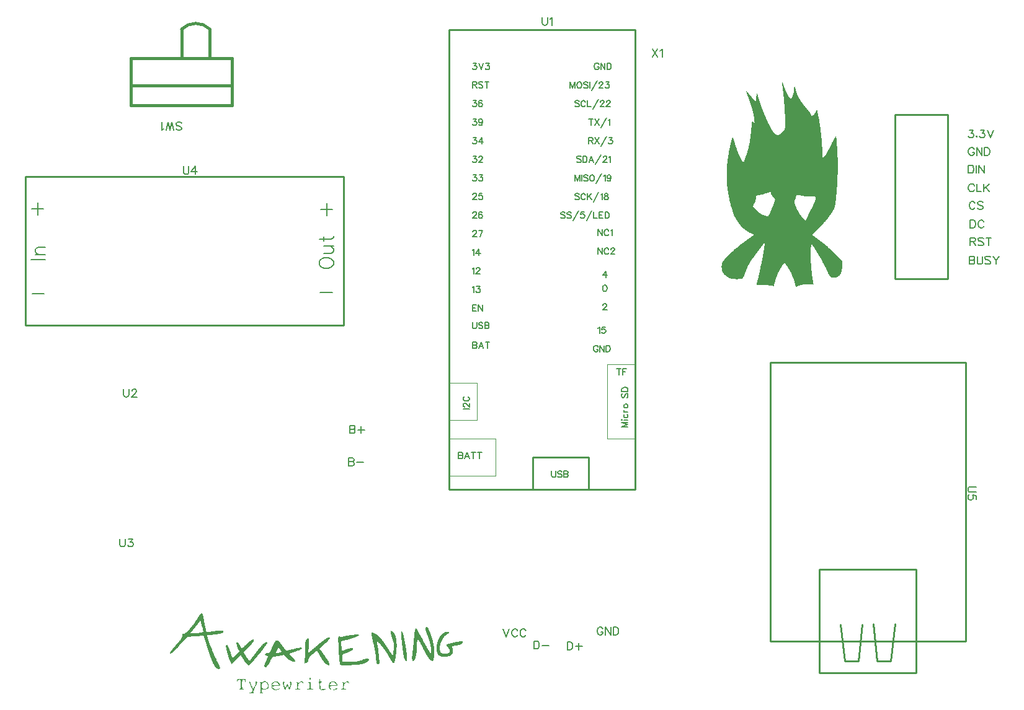
<source format=gto>
G04 Layer: TopSilkLayer*
G04 EasyEDA v6.3.43, 2020-05-15T22:20:22+02:00*
G04 2a45f1baba6d49658d6ac03e146227c1,5baed10d790843e69a81d1d62c5cb733,10*
G04 Gerber Generator version 0.2*
G04 Scale: 100 percent, Rotated: No, Reflected: No *
G04 Dimensions in millimeters *
G04 leading zeros omitted , absolute positions ,3 integer and 3 decimal *
%FSLAX33Y33*%
%MOMM*%
G90*
G71D02*

%ADD10C,0.254000*%
%ADD12C,0.203200*%
%ADD13C,0.152400*%
%ADD21C,0.384515*%
%ADD22C,0.101600*%
%ADD23C,0.200000*%

%LPD*%

%LPD*%
G36*
G01X112872Y87833D02*
G01X112862Y87834D01*
G01X112855Y87828D01*
G01X112850Y87815D01*
G01X112847Y87795D01*
G01X112846Y87768D01*
G01X112848Y87733D01*
G01X112851Y87691D01*
G01X112858Y87643D01*
G01X112866Y87586D01*
G01X112875Y87533D01*
G01X112883Y87479D01*
G01X112892Y87424D01*
G01X112900Y87367D01*
G01X112909Y87309D01*
G01X112917Y87250D01*
G01X112925Y87190D01*
G01X112933Y87128D01*
G01X112942Y87066D01*
G01X112950Y87002D01*
G01X112958Y86937D01*
G01X112967Y86871D01*
G01X112975Y86804D01*
G01X112991Y86668D01*
G01X113007Y86528D01*
G01X113015Y86457D01*
G01X113022Y86385D01*
G01X113038Y86239D01*
G01X113045Y86165D01*
G01X113053Y86091D01*
G01X113060Y86016D01*
G01X113068Y85940D01*
G01X113082Y85787D01*
G01X113097Y85633D01*
G01X113111Y85478D01*
G01X113117Y85399D01*
G01X113124Y85321D01*
G01X113138Y85163D01*
G01X113150Y85005D01*
G01X113157Y84926D01*
G01X113175Y84689D01*
G01X113197Y84375D01*
G01X113202Y84297D01*
G01X113208Y84219D01*
G01X113213Y84142D01*
G01X113217Y84065D01*
G01X113223Y83988D01*
G01X113227Y83912D01*
G01X113232Y83836D01*
G01X113236Y83761D01*
G01X113248Y83539D01*
G01X113252Y83466D01*
G01X113259Y83323D01*
G01X113263Y83253D01*
G01X113266Y83183D01*
G01X113269Y83114D01*
G01X113271Y83047D01*
G01X113274Y82980D01*
G01X113277Y82914D01*
G01X113279Y82849D01*
G01X113281Y82785D01*
G01X113283Y82722D01*
G01X113285Y82660D01*
G01X113287Y82600D01*
G01X113288Y82540D01*
G01X113289Y82482D01*
G01X113290Y82425D01*
G01X113292Y82315D01*
G01X113292Y82262D01*
G01X113293Y82211D01*
G01X113293Y82113D01*
G01X113292Y82065D01*
G01X113292Y82020D01*
G01X113291Y81976D01*
G01X113290Y81934D01*
G01X113289Y81894D01*
G01X113287Y81855D01*
G01X113286Y81818D01*
G01X113284Y81783D01*
G01X113282Y81749D01*
G01X113279Y81718D01*
G01X113277Y81688D01*
G01X113274Y81661D01*
G01X113271Y81635D01*
G01X113268Y81612D01*
G01X113264Y81590D01*
G01X113261Y81571D01*
G01X113257Y81553D01*
G01X113243Y81506D01*
G01X113224Y81455D01*
G01X113201Y81403D01*
G01X113173Y81350D01*
G01X113142Y81296D01*
G01X113108Y81241D01*
G01X113071Y81186D01*
G01X113032Y81131D01*
G01X112990Y81077D01*
G01X112946Y81024D01*
G01X112901Y80973D01*
G01X112855Y80923D01*
G01X112808Y80876D01*
G01X112761Y80832D01*
G01X112714Y80791D01*
G01X112666Y80754D01*
G01X112620Y80720D01*
G01X112575Y80692D01*
G01X112531Y80668D01*
G01X112489Y80650D01*
G01X112454Y80637D01*
G01X112421Y80627D01*
G01X112387Y80619D01*
G01X112354Y80612D01*
G01X112322Y80607D01*
G01X112289Y80605D01*
G01X112257Y80605D01*
G01X112225Y80606D01*
G01X112194Y80610D01*
G01X112162Y80617D01*
G01X112130Y80625D01*
G01X112099Y80636D01*
G01X112067Y80650D01*
G01X112036Y80665D01*
G01X112004Y80683D01*
G01X111972Y80704D01*
G01X111940Y80727D01*
G01X111908Y80753D01*
G01X111875Y80782D01*
G01X111842Y80813D01*
G01X111809Y80847D01*
G01X111776Y80884D01*
G01X111742Y80923D01*
G01X111707Y80966D01*
G01X111672Y81012D01*
G01X111637Y81061D01*
G01X111600Y81112D01*
G01X111564Y81167D01*
G01X111526Y81225D01*
G01X111488Y81286D01*
G01X111449Y81351D01*
G01X111409Y81418D01*
G01X111368Y81489D01*
G01X111327Y81563D01*
G01X111284Y81642D01*
G01X111241Y81723D01*
G01X111196Y81808D01*
G01X111150Y81896D01*
G01X111104Y81989D01*
G01X111055Y82084D01*
G01X111007Y82184D01*
G01X110956Y82287D01*
G01X110905Y82395D01*
G01X110852Y82505D01*
G01X110806Y82603D01*
G01X110783Y82655D01*
G01X110758Y82708D01*
G01X110734Y82763D01*
G01X110709Y82820D01*
G01X110684Y82879D01*
G01X110658Y82938D01*
G01X110632Y83000D01*
G01X110605Y83062D01*
G01X110579Y83126D01*
G01X110552Y83191D01*
G01X110525Y83258D01*
G01X110497Y83325D01*
G01X110470Y83393D01*
G01X110442Y83462D01*
G01X110386Y83602D01*
G01X110330Y83745D01*
G01X110303Y83817D01*
G01X110274Y83890D01*
G01X110246Y83963D01*
G01X110219Y84036D01*
G01X110191Y84110D01*
G01X110135Y84256D01*
G01X110109Y84330D01*
G01X110081Y84403D01*
G01X110055Y84476D01*
G01X110028Y84549D01*
G01X110002Y84621D01*
G01X109950Y84764D01*
G01X109925Y84835D01*
G01X109900Y84905D01*
G01X109852Y85043D01*
G01X109829Y85110D01*
G01X109806Y85176D01*
G01X109784Y85242D01*
G01X109762Y85306D01*
G01X109741Y85369D01*
G01X109721Y85431D01*
G01X109701Y85491D01*
G01X109682Y85550D01*
G01X109663Y85607D01*
G01X109646Y85663D01*
G01X109629Y85716D01*
G01X109614Y85768D01*
G01X109598Y85818D01*
G01X109584Y85867D01*
G01X109571Y85913D01*
G01X109558Y85957D01*
G01X109547Y85999D01*
G01X109536Y86038D01*
G01X109527Y86076D01*
G01X109519Y86111D01*
G01X109512Y86143D01*
G01X109505Y86173D01*
G01X109500Y86200D01*
G01X109496Y86225D01*
G01X109493Y86246D01*
G01X109492Y86265D01*
G01X109488Y86305D01*
G01X109483Y86333D01*
G01X109477Y86348D01*
G01X109468Y86352D01*
G01X109460Y86346D01*
G01X109450Y86331D01*
G01X109439Y86307D01*
G01X109428Y86274D01*
G01X109417Y86235D01*
G01X109405Y86189D01*
G01X109394Y86138D01*
G01X109383Y86081D01*
G01X109372Y86021D01*
G01X109362Y85958D01*
G01X109353Y85893D01*
G01X109344Y85826D01*
G01X109337Y85758D01*
G01X109332Y85690D01*
G01X109328Y85623D01*
G01X109325Y85558D01*
G01X109316Y85147D01*
G01X108986Y85465D01*
G01X108951Y85500D01*
G01X108913Y85539D01*
G01X108873Y85580D01*
G01X108831Y85623D01*
G01X108789Y85670D01*
G01X108745Y85718D01*
G01X108700Y85768D01*
G01X108610Y85870D01*
G01X108565Y85923D01*
G01X108520Y85974D01*
G01X108478Y86026D01*
G01X108436Y86077D01*
G01X108396Y86127D01*
G01X108357Y86175D01*
G01X108322Y86221D01*
G01X108254Y86308D01*
G01X108190Y86388D01*
G01X108130Y86460D01*
G01X108077Y86521D01*
G01X108032Y86570D01*
G01X107996Y86605D01*
G01X107971Y86625D01*
G01X107958Y86628D01*
G01X107957Y86620D01*
G01X107959Y86602D01*
G01X107966Y86575D01*
G01X107975Y86540D01*
G01X107988Y86496D01*
G01X108004Y86445D01*
G01X108023Y86386D01*
G01X108044Y86322D01*
G01X108068Y86251D01*
G01X108095Y86174D01*
G01X108123Y86092D01*
G01X108154Y86006D01*
G01X108187Y85916D01*
G01X108221Y85822D01*
G01X108256Y85726D01*
G01X108293Y85626D01*
G01X108320Y85556D01*
G01X108346Y85486D01*
G01X108397Y85346D01*
G01X108421Y85276D01*
G01X108446Y85207D01*
G01X108470Y85137D01*
G01X108494Y85069D01*
G01X108516Y85000D01*
G01X108539Y84932D01*
G01X108562Y84863D01*
G01X108584Y84795D01*
G01X108606Y84728D01*
G01X108627Y84660D01*
G01X108647Y84593D01*
G01X108668Y84527D01*
G01X108688Y84460D01*
G01X108727Y84329D01*
G01X108746Y84263D01*
G01X108764Y84199D01*
G01X108782Y84134D01*
G01X108799Y84070D01*
G01X108833Y83944D01*
G01X108849Y83881D01*
G01X108864Y83819D01*
G01X108880Y83757D01*
G01X108894Y83696D01*
G01X108909Y83635D01*
G01X108923Y83575D01*
G01X108936Y83515D01*
G01X108949Y83456D01*
G01X108961Y83397D01*
G01X108974Y83339D01*
G01X108996Y83225D01*
G01X109007Y83169D01*
G01X109016Y83113D01*
G01X109026Y83059D01*
G01X109035Y83004D01*
G01X109044Y82950D01*
G01X109052Y82897D01*
G01X109066Y82793D01*
G01X109073Y82742D01*
G01X109079Y82692D01*
G01X109084Y82642D01*
G01X109143Y82088D01*
G01X108779Y82541D01*
G01X108731Y82129D01*
G01X108727Y82099D01*
G01X108724Y82064D01*
G01X108719Y82026D01*
G01X108715Y81984D01*
G01X108710Y81938D01*
G01X108704Y81889D01*
G01X108699Y81836D01*
G01X108693Y81781D01*
G01X108687Y81723D01*
G01X108681Y81664D01*
G01X108674Y81601D01*
G01X108668Y81537D01*
G01X108661Y81471D01*
G01X108654Y81403D01*
G01X108647Y81334D01*
G01X108640Y81264D01*
G01X108626Y81122D01*
G01X108611Y80977D01*
G01X108604Y80905D01*
G01X108597Y80832D01*
G01X108583Y80690D01*
G01X108576Y80625D01*
G01X108563Y80497D01*
G01X108556Y80433D01*
G01X108548Y80370D01*
G01X108541Y80307D01*
G01X108525Y80181D01*
G01X108516Y80118D01*
G01X108498Y79994D01*
G01X108488Y79932D01*
G01X108479Y79870D01*
G01X108459Y79748D01*
G01X108449Y79686D01*
G01X108427Y79564D01*
G01X108416Y79504D01*
G01X108392Y79383D01*
G01X108368Y79263D01*
G01X108355Y79202D01*
G01X108328Y79082D01*
G01X108301Y78963D01*
G01X108287Y78903D01*
G01X108272Y78843D01*
G01X108257Y78784D01*
G01X108242Y78724D01*
G01X108226Y78664D01*
G01X108211Y78604D01*
G01X108194Y78545D01*
G01X108178Y78485D01*
G01X108161Y78426D01*
G01X108127Y78306D01*
G01X108091Y78186D01*
G01X108054Y78066D01*
G01X108035Y78006D01*
G01X108015Y77946D01*
G01X107996Y77886D01*
G01X107955Y77765D01*
G01X107892Y77582D01*
G01X107870Y77521D01*
G01X107623Y76836D01*
G01X107406Y77105D01*
G01X107386Y77132D01*
G01X107365Y77161D01*
G01X107343Y77193D01*
G01X107321Y77226D01*
G01X107298Y77262D01*
G01X107275Y77301D01*
G01X107252Y77341D01*
G01X107228Y77384D01*
G01X107203Y77428D01*
G01X107179Y77475D01*
G01X107154Y77523D01*
G01X107129Y77573D01*
G01X107103Y77624D01*
G01X107078Y77678D01*
G01X107052Y77733D01*
G01X107000Y77847D01*
G01X106974Y77907D01*
G01X106947Y77968D01*
G01X106921Y78030D01*
G01X106894Y78093D01*
G01X106842Y78223D01*
G01X106816Y78289D01*
G01X106789Y78357D01*
G01X106737Y78495D01*
G01X106712Y78564D01*
G01X106686Y78635D01*
G01X106661Y78706D01*
G01X106611Y78850D01*
G01X106587Y78922D01*
G01X106539Y79068D01*
G01X106515Y79142D01*
G01X106493Y79215D01*
G01X106470Y79289D01*
G01X106448Y79362D01*
G01X106427Y79436D01*
G01X106397Y79539D01*
G01X106367Y79638D01*
G01X106338Y79733D01*
G01X106309Y79823D01*
G01X106282Y79907D01*
G01X106256Y79985D01*
G01X106211Y80114D01*
G01X106175Y80204D01*
G01X106161Y80231D01*
G01X106152Y80246D01*
G01X106144Y80252D01*
G01X106136Y80254D01*
G01X106127Y80253D01*
G01X106118Y80249D01*
G01X106109Y80242D01*
G01X106099Y80231D01*
G01X106089Y80218D01*
G01X106079Y80201D01*
G01X106068Y80182D01*
G01X106057Y80159D01*
G01X106046Y80134D01*
G01X106034Y80106D01*
G01X106022Y80076D01*
G01X106009Y80043D01*
G01X105997Y80007D01*
G01X105984Y79969D01*
G01X105971Y79929D01*
G01X105958Y79886D01*
G01X105944Y79841D01*
G01X105931Y79794D01*
G01X105917Y79745D01*
G01X105903Y79694D01*
G01X105889Y79640D01*
G01X105875Y79585D01*
G01X105846Y79469D01*
G01X105832Y79410D01*
G01X105817Y79348D01*
G01X105802Y79284D01*
G01X105787Y79219D01*
G01X105773Y79153D01*
G01X105743Y79015D01*
G01X105729Y78945D01*
G01X105714Y78874D01*
G01X105699Y78801D01*
G01X105685Y78727D01*
G01X105670Y78653D01*
G01X105655Y78577D01*
G01X105627Y78425D01*
G01X105599Y78269D01*
G01X105585Y78190D01*
G01X105572Y78111D01*
G01X105558Y78031D01*
G01X105545Y77951D01*
G01X105531Y77871D01*
G01X105519Y77791D01*
G01X105506Y77710D01*
G01X105494Y77630D01*
G01X105470Y77468D01*
G01X105458Y77388D01*
G01X105447Y77307D01*
G01X105426Y77148D01*
G01X105405Y76990D01*
G01X105396Y76912D01*
G01X105387Y76835D01*
G01X105379Y76758D01*
G01X105370Y76682D01*
G01X105362Y76607D01*
G01X105355Y76532D01*
G01X105348Y76459D01*
G01X105342Y76386D01*
G01X105336Y76315D01*
G01X105327Y76195D01*
G01X105323Y76135D01*
G01X105319Y76076D01*
G01X105312Y75955D01*
G01X105309Y75894D01*
G01X105304Y75772D01*
G01X105300Y75650D01*
G01X105297Y75527D01*
G01X105295Y75403D01*
G01X105294Y75280D01*
G01X105294Y75218D01*
G01X105295Y75030D01*
G01X105296Y74968D01*
G01X105298Y74905D01*
G01X105299Y74842D01*
G01X105301Y74780D01*
G01X105305Y74654D01*
G01X105308Y74590D01*
G01X105314Y74464D01*
G01X105318Y74401D01*
G01X105321Y74337D01*
G01X105329Y74210D01*
G01X105334Y74146D01*
G01X105338Y74083D01*
G01X105343Y74019D01*
G01X105349Y73955D01*
G01X105354Y73891D01*
G01X105372Y73699D01*
G01X105400Y73443D01*
G01X105408Y73379D01*
G01X105416Y73314D01*
G01X105440Y73122D01*
G01X105450Y73057D01*
G01X105459Y72993D01*
G01X105468Y72928D01*
G01X105478Y72864D01*
G01X105488Y72799D01*
G01X105508Y72671D01*
G01X105519Y72606D01*
G01X105530Y72542D01*
G01X105552Y72413D01*
G01X105588Y72221D01*
G01X105601Y72156D01*
G01X105613Y72092D01*
G01X105652Y71900D01*
G01X105666Y71836D01*
G01X105709Y71644D01*
G01X105738Y71516D01*
G01X105753Y71452D01*
G01X105769Y71388D01*
G01X105800Y71261D01*
G01X105866Y71007D01*
G01X105936Y70755D01*
G01X105973Y70629D01*
G01X105991Y70567D01*
G01X106010Y70504D01*
G01X106068Y70317D01*
G01X106088Y70255D01*
G01X106132Y70121D01*
G01X106155Y70056D01*
G01X106179Y69990D01*
G01X106202Y69926D01*
G01X106227Y69862D01*
G01X106253Y69798D01*
G01X106305Y69672D01*
G01X106332Y69610D01*
G01X106359Y69549D01*
G01X106388Y69488D01*
G01X106416Y69428D01*
G01X106446Y69368D01*
G01X106476Y69309D01*
G01X106506Y69251D01*
G01X106537Y69193D01*
G01X106568Y69136D01*
G01X106600Y69079D01*
G01X106633Y69023D01*
G01X106699Y68913D01*
G01X106734Y68859D01*
G01X106768Y68806D01*
G01X106803Y68753D01*
G01X106839Y68700D01*
G01X106876Y68649D01*
G01X106912Y68598D01*
G01X106949Y68547D01*
G01X106987Y68498D01*
G01X107025Y68448D01*
G01X107103Y68352D01*
G01X107183Y68258D01*
G01X107265Y68168D01*
G01X107307Y68123D01*
G01X107349Y68079D01*
G01X107392Y68036D01*
G01X107435Y67994D01*
G01X107479Y67952D01*
G01X107567Y67870D01*
G01X107613Y67831D01*
G01X107658Y67792D01*
G01X107704Y67753D01*
G01X107750Y67716D01*
G01X107797Y67679D01*
G01X107844Y67643D01*
G01X107892Y67607D01*
G01X107940Y67573D01*
G01X108038Y67505D01*
G01X108138Y67441D01*
G01X108188Y67410D01*
G01X108290Y67350D01*
G01X108342Y67321D01*
G01X108394Y67293D01*
G01X108500Y67239D01*
G01X108553Y67213D01*
G01X109099Y66954D01*
G01X108214Y66354D01*
G01X108156Y66314D01*
G01X108097Y66274D01*
G01X108038Y66233D01*
G01X107979Y66191D01*
G01X107920Y66150D01*
G01X107861Y66108D01*
G01X107742Y66022D01*
G01X107623Y65935D01*
G01X107504Y65846D01*
G01X107386Y65757D01*
G01X107327Y65711D01*
G01X107267Y65666D01*
G01X107149Y65574D01*
G01X107091Y65528D01*
G01X107032Y65482D01*
G01X106974Y65435D01*
G01X106916Y65389D01*
G01X106858Y65342D01*
G01X106743Y65249D01*
G01X106686Y65201D01*
G01X106630Y65154D01*
G01X106573Y65107D01*
G01X106462Y65013D01*
G01X106297Y64872D01*
G01X106244Y64825D01*
G01X106138Y64732D01*
G01X106086Y64685D01*
G01X106034Y64639D01*
G01X105932Y64546D01*
G01X105882Y64501D01*
G01X105833Y64456D01*
G01X105784Y64410D01*
G01X105737Y64365D01*
G01X105689Y64320D01*
G01X105597Y64232D01*
G01X105552Y64188D01*
G01X105422Y64058D01*
G01X105381Y64016D01*
G01X105339Y63974D01*
G01X105261Y63892D01*
G01X105223Y63852D01*
G01X105185Y63811D01*
G01X105149Y63772D01*
G01X105114Y63733D01*
G01X105079Y63695D01*
G01X105046Y63657D01*
G01X105014Y63620D01*
G01X104983Y63583D01*
G01X104953Y63547D01*
G01X104924Y63512D01*
G01X104896Y63478D01*
G01X104870Y63444D01*
G01X104845Y63410D01*
G01X104820Y63378D01*
G01X104797Y63346D01*
G01X104776Y63315D01*
G01X104755Y63285D01*
G01X104732Y63247D01*
G01X104712Y63204D01*
G01X104693Y63158D01*
G01X104675Y63108D01*
G01X104660Y63054D01*
G01X104647Y62998D01*
G01X104635Y62939D01*
G01X104626Y62878D01*
G01X104619Y62815D01*
G01X104613Y62751D01*
G01X104609Y62686D01*
G01X104607Y62619D01*
G01X104607Y62553D01*
G01X104609Y62487D01*
G01X104613Y62421D01*
G01X104619Y62355D01*
G01X104627Y62291D01*
G01X104637Y62228D01*
G01X104649Y62168D01*
G01X104662Y62109D01*
G01X104678Y62053D01*
G01X104696Y62000D01*
G01X104716Y61951D01*
G01X104737Y61905D01*
G01X104763Y61858D01*
G01X104793Y61810D01*
G01X104825Y61762D01*
G01X104861Y61713D01*
G01X104899Y61665D01*
G01X104940Y61617D01*
G01X104983Y61569D01*
G01X105028Y61522D01*
G01X105075Y61476D01*
G01X105125Y61430D01*
G01X105175Y61385D01*
G01X105226Y61342D01*
G01X105279Y61300D01*
G01X105333Y61260D01*
G01X105387Y61221D01*
G01X105442Y61184D01*
G01X105497Y61149D01*
G01X105552Y61116D01*
G01X105607Y61087D01*
G01X105661Y61059D01*
G01X105715Y61034D01*
G01X105768Y61012D01*
G01X105820Y60993D01*
G01X105871Y60977D01*
G01X105921Y60965D01*
G01X105974Y60953D01*
G01X106030Y60942D01*
G01X106089Y60933D01*
G01X106151Y60924D01*
G01X106216Y60916D01*
G01X106282Y60910D01*
G01X106350Y60904D01*
G01X106418Y60900D01*
G01X106488Y60896D01*
G01X106559Y60893D01*
G01X106629Y60892D01*
G01X106769Y60892D01*
G01X106838Y60894D01*
G01X106905Y60897D01*
G01X106971Y60901D01*
G01X107035Y60906D01*
G01X107097Y60912D01*
G01X107155Y60919D01*
G01X107211Y60927D01*
G01X107264Y60936D01*
G01X107312Y60946D01*
G01X107357Y60958D01*
G01X107388Y60968D01*
G01X107417Y60981D01*
G01X107445Y60999D01*
G01X107471Y61019D01*
G01X107498Y61044D01*
G01X107523Y61074D01*
G01X107549Y61108D01*
G01X107574Y61148D01*
G01X107600Y61194D01*
G01X107626Y61246D01*
G01X107652Y61304D01*
G01X107680Y61370D01*
G01X107708Y61442D01*
G01X107738Y61522D01*
G01X107769Y61610D01*
G01X107802Y61706D01*
G01X107818Y61755D01*
G01X107837Y61805D01*
G01X107856Y61857D01*
G01X107875Y61910D01*
G01X107897Y61965D01*
G01X107919Y62021D01*
G01X107941Y62078D01*
G01X107965Y62135D01*
G01X107989Y62193D01*
G01X108038Y62310D01*
G01X108064Y62369D01*
G01X108116Y62485D01*
G01X108142Y62541D01*
G01X108168Y62598D01*
G01X108194Y62653D01*
G01X108220Y62707D01*
G01X108246Y62759D01*
G01X108272Y62810D01*
G01X108296Y62859D01*
G01X108321Y62906D01*
G01X108345Y62951D01*
G01X108369Y62994D01*
G01X108387Y63027D01*
G01X108408Y63062D01*
G01X108430Y63098D01*
G01X108453Y63137D01*
G01X108478Y63177D01*
G01X108504Y63219D01*
G01X108531Y63262D01*
G01X108560Y63307D01*
G01X108590Y63353D01*
G01X108621Y63401D01*
G01X108653Y63450D01*
G01X108686Y63500D01*
G01X108720Y63551D01*
G01X108755Y63603D01*
G01X108791Y63656D01*
G01X108828Y63710D01*
G01X108866Y63765D01*
G01X108944Y63877D01*
G01X108983Y63934D01*
G01X109023Y63991D01*
G01X109065Y64049D01*
G01X109106Y64108D01*
G01X109147Y64166D01*
G01X109190Y64225D01*
G01X109318Y64402D01*
G01X109447Y64578D01*
G01X109491Y64637D01*
G01X109577Y64753D01*
G01X109620Y64810D01*
G01X109662Y64867D01*
G01X109705Y64922D01*
G01X109747Y64978D01*
G01X109789Y65033D01*
G01X109831Y65086D01*
G01X109872Y65139D01*
G01X109912Y65191D01*
G01X109992Y65291D01*
G01X110068Y65387D01*
G01X110142Y65477D01*
G01X110177Y65520D01*
G01X110212Y65561D01*
G01X110245Y65601D01*
G01X110278Y65639D01*
G01X110516Y65916D01*
G01X110463Y65500D01*
G01X110456Y65447D01*
G01X110449Y65392D01*
G01X110441Y65336D01*
G01X110433Y65279D01*
G01X110424Y65221D01*
G01X110416Y65161D01*
G01X110407Y65100D01*
G01X110397Y65038D01*
G01X110387Y64975D01*
G01X110377Y64911D01*
G01X110367Y64846D01*
G01X110356Y64780D01*
G01X110345Y64713D01*
G01X110334Y64645D01*
G01X110311Y64507D01*
G01X110286Y64366D01*
G01X110274Y64294D01*
G01X110261Y64221D01*
G01X110248Y64149D01*
G01X110234Y64076D01*
G01X110207Y63927D01*
G01X110193Y63853D01*
G01X110180Y63777D01*
G01X110165Y63702D01*
G01X110151Y63626D01*
G01X110136Y63550D01*
G01X110122Y63474D01*
G01X110107Y63397D01*
G01X110092Y63321D01*
G01X110062Y63168D01*
G01X110047Y63092D01*
G01X110016Y62938D01*
G01X110000Y62862D01*
G01X109985Y62786D01*
G01X109938Y62559D01*
G01X109906Y62409D01*
G01X109891Y62335D01*
G01X109875Y62261D01*
G01X109843Y62115D01*
G01X109828Y62043D01*
G01X109797Y61900D01*
G01X109781Y61830D01*
G01X109766Y61761D01*
G01X109750Y61693D01*
G01X109735Y61624D01*
G01X109719Y61558D01*
G01X109704Y61492D01*
G01X109689Y61427D01*
G01X109674Y61363D01*
G01X109659Y61300D01*
G01X109644Y61238D01*
G01X109629Y61177D01*
G01X109615Y61118D01*
G01X109601Y61060D01*
G01X109587Y61003D01*
G01X109573Y60947D01*
G01X109559Y60892D01*
G01X109545Y60840D01*
G01X109532Y60788D01*
G01X109519Y60738D01*
G01X109506Y60689D01*
G01X109493Y60642D01*
G01X109480Y60597D01*
G01X109468Y60553D01*
G01X109456Y60511D01*
G01X109444Y60470D01*
G01X109432Y60432D01*
G01X109421Y60395D01*
G01X109411Y60360D01*
G01X109400Y60327D01*
G01X109389Y60296D01*
G01X109379Y60267D01*
G01X109369Y60239D01*
G01X109360Y60214D01*
G01X109356Y60197D01*
G01X109357Y60181D01*
G01X109365Y60167D01*
G01X109379Y60154D01*
G01X109399Y60143D01*
G01X109428Y60132D01*
G01X109464Y60124D01*
G01X109509Y60116D01*
G01X109561Y60109D01*
G01X109624Y60104D01*
G01X109696Y60098D01*
G01X109778Y60095D01*
G01X109870Y60092D01*
G01X109974Y60089D01*
G01X110089Y60088D01*
G01X110216Y60086D01*
G01X110290Y60086D01*
G01X110366Y60084D01*
G01X110441Y60082D01*
G01X110517Y60080D01*
G01X110592Y60077D01*
G01X110666Y60073D01*
G01X110739Y60069D01*
G01X110811Y60064D01*
G01X110881Y60060D01*
G01X110949Y60054D01*
G01X111015Y60049D01*
G01X111078Y60043D01*
G01X111138Y60036D01*
G01X111195Y60029D01*
G01X111247Y60022D01*
G01X111296Y60015D01*
G01X111341Y60008D01*
G01X111381Y60000D01*
G01X111416Y59992D01*
G01X111446Y59985D01*
G01X111774Y59888D01*
G01X111888Y60499D01*
G01X111898Y60553D01*
G01X111910Y60607D01*
G01X111923Y60662D01*
G01X111937Y60719D01*
G01X111952Y60776D01*
G01X111968Y60835D01*
G01X111985Y60893D01*
G01X112003Y60953D01*
G01X112043Y61075D01*
G01X112064Y61136D01*
G01X112108Y61260D01*
G01X112156Y61385D01*
G01X112207Y61510D01*
G01X112233Y61573D01*
G01X112260Y61635D01*
G01X112316Y61759D01*
G01X112374Y61881D01*
G01X112403Y61940D01*
G01X112433Y62000D01*
G01X112463Y62059D01*
G01X112494Y62117D01*
G01X112524Y62174D01*
G01X112555Y62230D01*
G01X112587Y62284D01*
G01X112618Y62338D01*
G01X112649Y62391D01*
G01X112713Y62491D01*
G01X112744Y62539D01*
G01X112776Y62586D01*
G01X112807Y62631D01*
G01X112838Y62675D01*
G01X112870Y62716D01*
G01X112901Y62755D01*
G01X113184Y63106D01*
G01X113592Y62566D01*
G01X113625Y62520D01*
G01X113658Y62472D01*
G01X113692Y62424D01*
G01X113725Y62375D01*
G01X113757Y62325D01*
G01X113790Y62274D01*
G01X113854Y62170D01*
G01X113886Y62116D01*
G01X113948Y62008D01*
G01X113979Y61952D01*
G01X114039Y61840D01*
G01X114097Y61726D01*
G01X114154Y61610D01*
G01X114182Y61552D01*
G01X114209Y61493D01*
G01X114235Y61435D01*
G01X114261Y61376D01*
G01X114311Y61258D01*
G01X114335Y61199D01*
G01X114381Y61081D01*
G01X114403Y61022D01*
G01X114424Y60964D01*
G01X114445Y60905D01*
G01X114465Y60847D01*
G01X114484Y60788D01*
G01X114503Y60731D01*
G01X114520Y60673D01*
G01X114537Y60617D01*
G01X114552Y60560D01*
G01X114567Y60504D01*
G01X114595Y60394D01*
G01X114621Y60287D01*
G01X114648Y60188D01*
G01X114675Y60098D01*
G01X114702Y60019D01*
G01X114727Y59954D01*
G01X114751Y59905D01*
G01X114771Y59874D01*
G01X114787Y59863D01*
G01X114810Y59866D01*
G01X114846Y59875D01*
G01X114894Y59891D01*
G01X114952Y59910D01*
G01X115019Y59934D01*
G01X115093Y59962D01*
G01X115171Y59992D01*
G01X115251Y60025D01*
G01X115293Y60041D01*
G01X115335Y60056D01*
G01X115425Y60084D01*
G01X115473Y60096D01*
G01X115522Y60108D01*
G01X115574Y60119D01*
G01X115626Y60129D01*
G01X115681Y60138D01*
G01X115738Y60146D01*
G01X115797Y60154D01*
G01X115857Y60160D01*
G01X115920Y60167D01*
G01X115984Y60172D01*
G01X116051Y60176D01*
G01X116119Y60179D01*
G01X116190Y60182D01*
G01X116263Y60184D01*
G01X116338Y60185D01*
G01X116416Y60185D01*
G01X117185Y60183D01*
G01X117128Y60462D01*
G01X117117Y60514D01*
G01X117107Y60568D01*
G01X117096Y60624D01*
G01X117085Y60681D01*
G01X117075Y60740D01*
G01X117065Y60800D01*
G01X117054Y60862D01*
G01X117044Y60925D01*
G01X117034Y60989D01*
G01X117023Y61054D01*
G01X117003Y61188D01*
G01X116973Y61395D01*
G01X116964Y61466D01*
G01X116954Y61537D01*
G01X116936Y61680D01*
G01X116927Y61752D01*
G01X116901Y61968D01*
G01X116893Y62041D01*
G01X116885Y62113D01*
G01X116878Y62184D01*
G01X116870Y62255D01*
G01X116863Y62327D01*
G01X116856Y62397D01*
G01X116849Y62466D01*
G01X116837Y62604D01*
G01X116831Y62671D01*
G01X116826Y62738D01*
G01X116821Y62803D01*
G01X116816Y62867D01*
G01X116812Y62930D01*
G01X116807Y62992D01*
G01X116801Y63110D01*
G01X116798Y63167D01*
G01X116795Y63223D01*
G01X116793Y63276D01*
G01X116792Y63328D01*
G01X116789Y63423D01*
G01X116785Y63609D01*
G01X116783Y63701D01*
G01X116782Y63792D01*
G01X116781Y63882D01*
G01X116780Y63971D01*
G01X116779Y64059D01*
G01X116779Y64145D01*
G01X116778Y64229D01*
G01X116779Y64313D01*
G01X116779Y64474D01*
G01X116780Y64553D01*
G01X116781Y64629D01*
G01X116782Y64703D01*
G01X116784Y64776D01*
G01X116785Y64846D01*
G01X116787Y64914D01*
G01X116789Y64980D01*
G01X116791Y65044D01*
G01X116794Y65105D01*
G01X116796Y65163D01*
G01X116799Y65219D01*
G01X116802Y65272D01*
G01X116805Y65322D01*
G01X116809Y65370D01*
G01X116813Y65414D01*
G01X116817Y65456D01*
G01X116821Y65494D01*
G01X116825Y65529D01*
G01X116829Y65560D01*
G01X116834Y65589D01*
G01X116838Y65613D01*
G01X116844Y65635D01*
G01X116849Y65652D01*
G01X116854Y65666D01*
G01X116859Y65676D01*
G01X116865Y65682D01*
G01X116870Y65683D01*
G01X116879Y65682D01*
G01X116888Y65678D01*
G01X116899Y65670D01*
G01X116911Y65661D01*
G01X116925Y65648D01*
G01X116940Y65633D01*
G01X116956Y65615D01*
G01X116974Y65595D01*
G01X116992Y65573D01*
G01X117012Y65548D01*
G01X117033Y65520D01*
G01X117055Y65491D01*
G01X117078Y65459D01*
G01X117103Y65425D01*
G01X117128Y65390D01*
G01X117154Y65352D01*
G01X117181Y65313D01*
G01X117209Y65271D01*
G01X117238Y65227D01*
G01X117268Y65183D01*
G01X117298Y65135D01*
G01X117329Y65087D01*
G01X117361Y65037D01*
G01X117427Y64933D01*
G01X117461Y64878D01*
G01X117496Y64822D01*
G01X117530Y64765D01*
G01X117566Y64708D01*
G01X117602Y64648D01*
G01X117639Y64588D01*
G01X117713Y64464D01*
G01X117750Y64401D01*
G01X117788Y64336D01*
G01X117826Y64272D01*
G01X117865Y64206D01*
G01X117903Y64140D01*
G01X117942Y64073D01*
G01X118019Y63937D01*
G01X118097Y63800D01*
G01X118175Y63662D01*
G01X118291Y63453D01*
G01X118367Y63314D01*
G01X118405Y63244D01*
G01X118479Y63106D01*
G01X118552Y62969D01*
G01X118588Y62901D01*
G01X118624Y62834D01*
G01X118659Y62767D01*
G01X118693Y62700D01*
G01X118727Y62635D01*
G01X118760Y62570D01*
G01X118855Y62380D01*
G01X118915Y62258D01*
G01X118943Y62199D01*
G01X118971Y62141D01*
G01X118998Y62084D01*
G01X119024Y62028D01*
G01X119049Y61974D01*
G01X119073Y61921D01*
G01X119118Y61819D01*
G01X119161Y61727D01*
G01X119199Y61644D01*
G01X119235Y61569D01*
G01X119268Y61501D01*
G01X119300Y61441D01*
G01X119329Y61388D01*
G01X119358Y61342D01*
G01X119385Y61301D01*
G01X119412Y61265D01*
G01X119439Y61235D01*
G01X119466Y61208D01*
G01X119494Y61187D01*
G01X119523Y61167D01*
G01X119553Y61152D01*
G01X119586Y61138D01*
G01X119621Y61127D01*
G01X119658Y61116D01*
G01X119699Y61107D01*
G01X119743Y61099D01*
G01X119802Y61089D01*
G01X119859Y61082D01*
G01X119913Y61079D01*
G01X119967Y61080D01*
G01X120020Y61083D01*
G01X120072Y61091D01*
G01X120125Y61102D01*
G01X120178Y61116D01*
G01X120231Y61134D01*
G01X120286Y61157D01*
G01X120343Y61183D01*
G01X120401Y61212D01*
G01X120450Y61239D01*
G01X120496Y61268D01*
G01X120541Y61299D01*
G01X120583Y61330D01*
G01X120624Y61364D01*
G01X120662Y61399D01*
G01X120699Y61436D01*
G01X120733Y61475D01*
G01X120766Y61515D01*
G01X120796Y61557D01*
G01X120825Y61602D01*
G01X120852Y61648D01*
G01X120878Y61697D01*
G01X120901Y61747D01*
G01X120922Y61800D01*
G01X120942Y61855D01*
G01X120960Y61913D01*
G01X120977Y61972D01*
G01X120991Y62034D01*
G01X121004Y62099D01*
G01X121016Y62167D01*
G01X121025Y62236D01*
G01X121034Y62309D01*
G01X121040Y62384D01*
G01X121045Y62462D01*
G01X121049Y62543D01*
G01X121051Y62627D01*
G01X121052Y62713D01*
G01X121052Y63392D01*
G01X119874Y64565D01*
G01X119820Y64618D01*
G01X119661Y64774D01*
G01X119610Y64824D01*
G01X119557Y64874D01*
G01X119455Y64973D01*
G01X119403Y65020D01*
G01X119353Y65068D01*
G01X119302Y65115D01*
G01X119253Y65161D01*
G01X119203Y65207D01*
G01X119153Y65252D01*
G01X119104Y65297D01*
G01X119055Y65340D01*
G01X119007Y65384D01*
G01X118958Y65426D01*
G01X118910Y65469D01*
G01X118862Y65510D01*
G01X118721Y65630D01*
G01X118675Y65669D01*
G01X118583Y65745D01*
G01X118537Y65782D01*
G01X118492Y65819D01*
G01X118403Y65890D01*
G01X118358Y65925D01*
G01X118314Y65959D01*
G01X118271Y65992D01*
G01X118227Y66025D01*
G01X118140Y66089D01*
G01X118056Y66151D01*
G01X118014Y66181D01*
G01X117972Y66210D01*
G01X117931Y66239D01*
G01X117890Y66267D01*
G01X117848Y66294D01*
G01X117808Y66321D01*
G01X116920Y66904D01*
G01X117904Y67889D01*
G01X117988Y67973D01*
G01X118031Y68018D01*
G01X118074Y68062D01*
G01X118117Y68108D01*
G01X118161Y68153D01*
G01X118204Y68200D01*
G01X118248Y68247D01*
G01X118292Y68295D01*
G01X118381Y68392D01*
G01X118513Y68539D01*
G01X118644Y68689D01*
G01X118688Y68739D01*
G01X118773Y68839D01*
G01X118815Y68888D01*
G01X118897Y68987D01*
G01X118938Y69036D01*
G01X118978Y69085D01*
G01X119056Y69181D01*
G01X119093Y69228D01*
G01X119131Y69275D01*
G01X119167Y69321D01*
G01X119202Y69367D01*
G01X119237Y69412D01*
G01X119270Y69456D01*
G01X119303Y69499D01*
G01X119334Y69541D01*
G01X119364Y69583D01*
G01X119394Y69623D01*
G01X119422Y69663D01*
G01X119448Y69701D01*
G01X119474Y69738D01*
G01X119527Y69816D01*
G01X119577Y69891D01*
G01X119624Y69960D01*
G01X119668Y70025D01*
G01X119708Y70087D01*
G01X119746Y70146D01*
G01X119781Y70201D01*
G01X119814Y70253D01*
G01X119845Y70304D01*
G01X119873Y70352D01*
G01X119899Y70399D01*
G01X119923Y70444D01*
G01X119945Y70488D01*
G01X119966Y70532D01*
G01X119985Y70575D01*
G01X120002Y70618D01*
G01X120018Y70662D01*
G01X120033Y70706D01*
G01X120046Y70751D01*
G01X120059Y70798D01*
G01X120071Y70846D01*
G01X120082Y70896D01*
G01X120092Y70949D01*
G01X120102Y71005D01*
G01X120112Y71064D01*
G01X120122Y71125D01*
G01X120131Y71191D01*
G01X120140Y71261D01*
G01X120151Y71334D01*
G01X120160Y71413D01*
G01X120171Y71497D01*
G01X120189Y71643D01*
G01X120196Y71700D01*
G01X120203Y71758D01*
G01X120210Y71815D01*
G01X120216Y71873D01*
G01X120223Y71931D01*
G01X120235Y72049D01*
G01X120242Y72108D01*
G01X120266Y72348D01*
G01X120284Y72531D01*
G01X120295Y72654D01*
G01X120300Y72716D01*
G01X120306Y72778D01*
G01X120311Y72841D01*
G01X120316Y72903D01*
G01X120336Y73155D01*
G01X120341Y73219D01*
G01X120345Y73283D01*
G01X120350Y73346D01*
G01X120354Y73410D01*
G01X120359Y73475D01*
G01X120363Y73539D01*
G01X120368Y73603D01*
G01X120376Y73732D01*
G01X120380Y73797D01*
G01X120383Y73862D01*
G01X120387Y73927D01*
G01X120398Y74122D01*
G01X120402Y74188D01*
G01X120408Y74318D01*
G01X120414Y74449D01*
G01X120423Y74647D01*
G01X120431Y74843D01*
G01X120435Y74975D01*
G01X120445Y75302D01*
G01X120447Y75368D01*
G01X120448Y75433D01*
G01X120450Y75498D01*
G01X120453Y75629D01*
G01X120456Y75824D01*
G01X120457Y75888D01*
G01X120458Y75953D01*
G01X120459Y76017D01*
G01X120460Y76082D01*
G01X120461Y76274D01*
G01X120461Y76401D01*
G01X120462Y76464D01*
G01X120462Y76528D01*
G01X120461Y76591D01*
G01X120461Y76654D01*
G01X120460Y76779D01*
G01X120459Y76903D01*
G01X120458Y76965D01*
G01X120453Y77270D01*
G01X120448Y77450D01*
G01X120447Y77509D01*
G01X120443Y77627D01*
G01X120435Y77859D01*
G01X120432Y77916D01*
G01X120430Y77973D01*
G01X120421Y78141D01*
G01X120412Y78306D01*
G01X120407Y78401D01*
G01X120401Y78495D01*
G01X120396Y78588D01*
G01X120389Y78680D01*
G01X120384Y78771D01*
G01X120378Y78861D01*
G01X120372Y78950D01*
G01X120366Y79037D01*
G01X120360Y79123D01*
G01X120354Y79207D01*
G01X120349Y79289D01*
G01X120343Y79369D01*
G01X120337Y79447D01*
G01X120331Y79523D01*
G01X120326Y79596D01*
G01X120320Y79668D01*
G01X120315Y79736D01*
G01X120310Y79801D01*
G01X120305Y79864D01*
G01X120299Y79924D01*
G01X120294Y79980D01*
G01X120290Y80033D01*
G01X120285Y80083D01*
G01X120281Y80129D01*
G01X120276Y80172D01*
G01X120272Y80211D01*
G01X120269Y80245D01*
G01X120264Y80276D01*
G01X120261Y80303D01*
G01X120258Y80324D01*
G01X120255Y80342D01*
G01X120252Y80355D01*
G01X120247Y80371D01*
G01X120242Y80384D01*
G01X120234Y80393D01*
G01X120227Y80399D01*
G01X120218Y80401D01*
G01X120207Y80400D01*
G01X120196Y80395D01*
G01X120183Y80385D01*
G01X120168Y80372D01*
G01X120152Y80354D01*
G01X120134Y80333D01*
G01X120116Y80306D01*
G01X120094Y80276D01*
G01X120071Y80240D01*
G01X120047Y80201D01*
G01X120021Y80155D01*
G01X119992Y80106D01*
G01X119961Y80051D01*
G01X119928Y79991D01*
G01X119893Y79926D01*
G01X119855Y79855D01*
G01X119816Y79778D01*
G01X119774Y79697D01*
G01X119729Y79609D01*
G01X119682Y79516D01*
G01X119631Y79416D01*
G01X119579Y79311D01*
G01X119524Y79199D01*
G01X119444Y79039D01*
G01X119403Y78960D01*
G01X119363Y78882D01*
G01X119283Y78728D01*
G01X119243Y78653D01*
G01X119204Y78579D01*
G01X119165Y78507D01*
G01X119127Y78436D01*
G01X119089Y78368D01*
G01X119052Y78301D01*
G01X119016Y78236D01*
G01X118980Y78174D01*
G01X118946Y78114D01*
G01X118912Y78057D01*
G01X118880Y78002D01*
G01X118849Y77951D01*
G01X118819Y77902D01*
G01X118791Y77856D01*
G01X118764Y77814D01*
G01X118738Y77775D01*
G01X118715Y77740D01*
G01X118693Y77709D01*
G01X118673Y77682D01*
G01X118655Y77659D01*
G01X118638Y77640D01*
G01X118624Y77625D01*
G01X118401Y77416D01*
G01X118341Y78735D01*
G01X118335Y78867D01*
G01X118331Y78933D01*
G01X118328Y78999D01*
G01X118321Y79131D01*
G01X118317Y79196D01*
G01X118305Y79394D01*
G01X118300Y79460D01*
G01X118291Y79591D01*
G01X118286Y79657D01*
G01X118266Y79919D01*
G01X118260Y79984D01*
G01X118255Y80050D01*
G01X118244Y80180D01*
G01X118238Y80245D01*
G01X118231Y80310D01*
G01X118219Y80440D01*
G01X118213Y80504D01*
G01X118193Y80698D01*
G01X118186Y80762D01*
G01X118180Y80826D01*
G01X118172Y80890D01*
G01X118158Y81018D01*
G01X118151Y81081D01*
G01X118135Y81208D01*
G01X118128Y81271D01*
G01X118112Y81397D01*
G01X118087Y81585D01*
G01X118079Y81647D01*
G01X118070Y81709D01*
G01X118062Y81771D01*
G01X118053Y81833D01*
G01X118017Y82077D01*
G01X118007Y82138D01*
G01X117989Y82258D01*
G01X117969Y82378D01*
G01X117960Y82438D01*
G01X117940Y82556D01*
G01X117909Y82731D01*
G01X117889Y82847D01*
G01X117867Y82962D01*
G01X117857Y83019D01*
G01X117845Y83076D01*
G01X117835Y83132D01*
G01X117812Y83244D01*
G01X117801Y83299D01*
G01X117789Y83355D01*
G01X117778Y83410D01*
G01X117767Y83464D01*
G01X117755Y83519D01*
G01X117743Y83573D01*
G01X117732Y83626D01*
G01X117719Y83679D01*
G01X117708Y83733D01*
G01X117695Y83785D01*
G01X117683Y83838D01*
G01X117671Y83890D01*
G01X117653Y83964D01*
G01X117637Y84017D01*
G01X117621Y84045D01*
G01X117602Y84049D01*
G01X117578Y84027D01*
G01X117546Y83979D01*
G01X117504Y83902D01*
G01X117450Y83797D01*
G01X117412Y83729D01*
G01X117370Y83659D01*
G01X117326Y83589D01*
G01X117279Y83521D01*
G01X117233Y83458D01*
G01X117187Y83401D01*
G01X117144Y83352D01*
G01X117105Y83313D01*
G01X117048Y83262D01*
G01X117002Y83229D01*
G01X116964Y83212D01*
G01X116931Y83216D01*
G01X116899Y83240D01*
G01X116866Y83287D01*
G01X116827Y83356D01*
G01X116779Y83451D01*
G01X116764Y83479D01*
G01X116746Y83510D01*
G01X116724Y83546D01*
G01X116698Y83586D01*
G01X116669Y83630D01*
G01X116636Y83677D01*
G01X116601Y83727D01*
G01X116563Y83780D01*
G01X116522Y83836D01*
G01X116479Y83894D01*
G01X116434Y83954D01*
G01X116386Y84015D01*
G01X116338Y84079D01*
G01X116287Y84143D01*
G01X116235Y84208D01*
G01X116183Y84274D01*
G01X116075Y84406D01*
G01X116021Y84471D01*
G01X115966Y84536D01*
G01X115916Y84596D01*
G01X115867Y84655D01*
G01X115819Y84715D01*
G01X115772Y84773D01*
G01X115725Y84832D01*
G01X115680Y84890D01*
G01X115636Y84948D01*
G01X115593Y85006D01*
G01X115551Y85063D01*
G01X115469Y85177D01*
G01X115430Y85234D01*
G01X115392Y85290D01*
G01X115355Y85346D01*
G01X115319Y85402D01*
G01X115283Y85457D01*
G01X115249Y85513D01*
G01X115216Y85568D01*
G01X115152Y85676D01*
G01X115122Y85730D01*
G01X115093Y85784D01*
G01X115065Y85837D01*
G01X115038Y85890D01*
G01X115012Y85943D01*
G01X114986Y85995D01*
G01X114962Y86047D01*
G01X114939Y86099D01*
G01X114917Y86150D01*
G01X114896Y86201D01*
G01X114876Y86252D01*
G01X114857Y86302D01*
G01X114839Y86352D01*
G01X114822Y86402D01*
G01X114806Y86451D01*
G01X114791Y86500D01*
G01X114777Y86548D01*
G01X114764Y86596D01*
G01X114742Y86692D01*
G01X114732Y86738D01*
G01X114724Y86785D01*
G01X114716Y86831D01*
G01X114709Y86878D01*
G01X114696Y86960D01*
G01X114682Y87032D01*
G01X114666Y87091D01*
G01X114649Y87137D01*
G01X114632Y87173D01*
G01X114613Y87196D01*
G01X114596Y87208D01*
G01X114578Y87208D01*
G01X114561Y87197D01*
G01X114545Y87174D01*
G01X114531Y87141D01*
G01X114518Y87096D01*
G01X114508Y87040D01*
G01X114500Y86974D01*
G01X114495Y86896D01*
G01X114493Y86809D01*
G01X114491Y86749D01*
G01X114486Y86686D01*
G01X114479Y86621D01*
G01X114469Y86553D01*
G01X114456Y86484D01*
G01X114442Y86415D01*
G01X114426Y86345D01*
G01X114408Y86275D01*
G01X114389Y86205D01*
G01X114368Y86136D01*
G01X114346Y86070D01*
G01X114323Y86005D01*
G01X114299Y85943D01*
G01X114275Y85884D01*
G01X114250Y85828D01*
G01X114224Y85777D01*
G01X114199Y85730D01*
G01X114174Y85688D01*
G01X114150Y85652D01*
G01X114125Y85622D01*
G01X114101Y85599D01*
G01X114079Y85582D01*
G01X114057Y85574D01*
G01X114037Y85574D01*
G01X114016Y85579D01*
G01X113995Y85589D01*
G01X113972Y85603D01*
G01X113949Y85621D01*
G01X113926Y85642D01*
G01X113901Y85667D01*
G01X113875Y85696D01*
G01X113849Y85729D01*
G01X113822Y85765D01*
G01X113795Y85804D01*
G01X113766Y85847D01*
G01X113738Y85893D01*
G01X113708Y85942D01*
G01X113679Y85995D01*
G01X113648Y86051D01*
G01X113618Y86110D01*
G01X113587Y86172D01*
G01X113555Y86237D01*
G01X113524Y86304D01*
G01X113492Y86375D01*
G01X113460Y86448D01*
G01X113427Y86524D01*
G01X113395Y86602D01*
G01X113362Y86683D01*
G01X113329Y86767D01*
G01X113296Y86853D01*
G01X113264Y86941D01*
G01X113231Y87032D01*
G01X113196Y87128D01*
G01X113162Y87219D01*
G01X113130Y87304D01*
G01X113099Y87383D01*
G01X113070Y87455D01*
G01X113042Y87522D01*
G01X113016Y87582D01*
G01X112992Y87636D01*
G01X112969Y87684D01*
G01X112948Y87725D01*
G01X112929Y87760D01*
G01X112912Y87788D01*
G01X112896Y87810D01*
G01X112883Y87825D01*
G01X112872Y87833D01*
G37*

%LPC*%
G36*
G01X115045Y72400D02*
G01X114969Y72406D01*
G01X114906Y72399D01*
G01X114855Y72379D01*
G01X114816Y72345D01*
G01X114789Y72298D01*
G01X114773Y72237D01*
G01X114768Y72161D01*
G01X114765Y72126D01*
G01X114757Y72084D01*
G01X114744Y72035D01*
G01X114728Y71982D01*
G01X114707Y71925D01*
G01X114685Y71868D01*
G01X114659Y71810D01*
G01X114610Y71713D01*
G01X114592Y71673D01*
G01X114576Y71635D01*
G01X114565Y71599D01*
G01X114557Y71562D01*
G01X114551Y71525D01*
G01X114550Y71486D01*
G01X114553Y71444D01*
G01X114559Y71399D01*
G01X114569Y71349D01*
G01X114584Y71294D01*
G01X114602Y71233D01*
G01X114625Y71164D01*
G01X114652Y71087D01*
G01X114683Y71002D01*
G01X114719Y70906D01*
G01X114743Y70843D01*
G01X114768Y70780D01*
G01X114795Y70716D01*
G01X114823Y70652D01*
G01X114852Y70588D01*
G01X114882Y70523D01*
G01X114913Y70458D01*
G01X114977Y70328D01*
G01X115045Y70199D01*
G01X115080Y70135D01*
G01X115151Y70009D01*
G01X115188Y69947D01*
G01X115225Y69886D01*
G01X115262Y69826D01*
G01X115299Y69767D01*
G01X115337Y69709D01*
G01X115374Y69653D01*
G01X115412Y69598D01*
G01X115450Y69544D01*
G01X115487Y69493D01*
G01X115525Y69443D01*
G01X115562Y69394D01*
G01X115598Y69349D01*
G01X115635Y69304D01*
G01X115671Y69263D01*
G01X115706Y69223D01*
G01X115741Y69186D01*
G01X115775Y69152D01*
G01X115809Y69120D01*
G01X116043Y68905D01*
G01X116751Y70303D01*
G01X116801Y70402D01*
G01X116849Y70498D01*
G01X116895Y70592D01*
G01X116940Y70682D01*
G01X116982Y70768D01*
G01X117022Y70852D01*
G01X117060Y70933D01*
G01X117097Y71011D01*
G01X117132Y71086D01*
G01X117165Y71158D01*
G01X117195Y71227D01*
G01X117224Y71293D01*
G01X117251Y71356D01*
G01X117276Y71416D01*
G01X117300Y71474D01*
G01X117321Y71528D01*
G01X117340Y71579D01*
G01X117358Y71628D01*
G01X117374Y71673D01*
G01X117388Y71715D01*
G01X117399Y71755D01*
G01X117409Y71792D01*
G01X117418Y71825D01*
G01X117424Y71856D01*
G01X117428Y71884D01*
G01X117431Y71909D01*
G01X117432Y71931D01*
G01X117431Y71951D01*
G01X117424Y72005D01*
G01X117416Y72052D01*
G01X117404Y72089D01*
G01X117389Y72120D01*
G01X117368Y72143D01*
G01X117340Y72160D01*
G01X117304Y72172D01*
G01X117257Y72179D01*
G01X117199Y72181D01*
G01X117128Y72180D01*
G01X117042Y72177D01*
G01X116940Y72171D01*
G01X116890Y72168D01*
G01X116836Y72166D01*
G01X116717Y72166D01*
G01X116653Y72168D01*
G01X116587Y72170D01*
G01X116451Y72176D01*
G01X116381Y72181D01*
G01X116312Y72186D01*
G01X116243Y72192D01*
G01X116175Y72199D01*
G01X116108Y72206D01*
G01X116044Y72214D01*
G01X115983Y72222D01*
G01X115924Y72232D01*
G01X115846Y72244D01*
G01X115768Y72257D01*
G01X115689Y72271D01*
G01X115612Y72285D01*
G01X115536Y72299D01*
G01X115463Y72313D01*
G01X115394Y72326D01*
G01X115329Y72339D01*
G01X115270Y72351D01*
G01X115217Y72362D01*
G01X115172Y72372D01*
G01X115135Y72381D01*
G01X115045Y72400D01*
G37*
G36*
G01X111262Y72779D02*
G01X111228Y72782D01*
G01X111186Y72780D01*
G01X111137Y72772D01*
G01X111079Y72759D01*
G01X111012Y72741D01*
G01X110934Y72717D01*
G01X110845Y72688D01*
G01X110745Y72654D01*
G01X110633Y72615D01*
G01X110581Y72597D01*
G01X110527Y72578D01*
G01X110471Y72561D01*
G01X110412Y72542D01*
G01X110352Y72525D01*
G01X110291Y72507D01*
G01X110230Y72491D01*
G01X110168Y72474D01*
G01X110107Y72459D01*
G01X110048Y72444D01*
G01X109989Y72430D01*
G01X109932Y72417D01*
G01X109877Y72406D01*
G01X109826Y72396D01*
G01X109777Y72387D01*
G01X109732Y72380D01*
G01X109641Y72366D01*
G01X109564Y72352D01*
G01X109501Y72338D01*
G01X109449Y72323D01*
G01X109408Y72305D01*
G01X109376Y72283D01*
G01X109353Y72257D01*
G01X109336Y72225D01*
G01X109326Y72187D01*
G01X109320Y72140D01*
G01X109317Y72085D01*
G01X109316Y72020D01*
G01X109314Y71975D01*
G01X109308Y71925D01*
G01X109298Y71869D01*
G01X109285Y71808D01*
G01X109268Y71744D01*
G01X109249Y71677D01*
G01X109227Y71609D01*
G01X109202Y71539D01*
G01X109176Y71470D01*
G01X109148Y71401D01*
G01X109118Y71334D01*
G01X109087Y71270D01*
G01X108858Y70818D01*
G01X109394Y70298D01*
G01X109450Y70243D01*
G01X109506Y70192D01*
G01X109560Y70143D01*
G01X109613Y70095D01*
G01X109666Y70051D01*
G01X109717Y70009D01*
G01X109769Y69968D01*
G01X109819Y69930D01*
G01X109870Y69894D01*
G01X109920Y69860D01*
G01X109969Y69828D01*
G01X110019Y69798D01*
G01X110068Y69769D01*
G01X110118Y69742D01*
G01X110168Y69717D01*
G01X110218Y69693D01*
G01X110269Y69671D01*
G01X110320Y69650D01*
G01X110371Y69631D01*
G01X110423Y69613D01*
G01X110533Y69577D01*
G01X110626Y69547D01*
G01X110704Y69524D01*
G01X110768Y69508D01*
G01X110822Y69498D01*
G01X110866Y69495D01*
G01X110903Y69498D01*
G01X110933Y69509D01*
G01X110961Y69526D01*
G01X110987Y69550D01*
G01X111013Y69580D01*
G01X111041Y69617D01*
G01X111053Y69636D01*
G01X111068Y69661D01*
G01X111084Y69694D01*
G01X111104Y69733D01*
G01X111126Y69777D01*
G01X111149Y69828D01*
G01X111174Y69884D01*
G01X111201Y69943D01*
G01X111229Y70009D01*
G01X111259Y70077D01*
G01X111289Y70149D01*
G01X111321Y70223D01*
G01X111353Y70301D01*
G01X111386Y70380D01*
G01X111419Y70461D01*
G01X111453Y70543D01*
G01X111520Y70710D01*
G01X111586Y70876D01*
G01X111618Y70958D01*
G01X111649Y71039D01*
G01X111679Y71118D01*
G01X111708Y71194D01*
G01X111736Y71268D01*
G01X111762Y71339D01*
G01X111786Y71407D01*
G01X111809Y71470D01*
G01X111830Y71528D01*
G01X111848Y71583D01*
G01X111865Y71632D01*
G01X111878Y71674D01*
G01X111889Y71711D01*
G01X111897Y71742D01*
G01X111902Y71765D01*
G01X111904Y71781D01*
G01X111898Y71803D01*
G01X111881Y71834D01*
G01X111856Y71874D01*
G01X111822Y71920D01*
G01X111781Y71970D01*
G01X111734Y72025D01*
G01X111682Y72082D01*
G01X111626Y72139D01*
G01X111571Y72199D01*
G01X111519Y72262D01*
G01X111471Y72327D01*
G01X111430Y72392D01*
G01X111397Y72454D01*
G01X111371Y72512D01*
G01X111355Y72564D01*
G01X111349Y72608D01*
G01X111348Y72649D01*
G01X111344Y72684D01*
G01X111337Y72714D01*
G01X111326Y72738D01*
G01X111310Y72757D01*
G01X111289Y72771D01*
G01X111262Y72779D01*
G37*

%LPD*%
G36*
G01X67195Y12714D02*
G01X67127Y12715D01*
G01X67079Y12713D01*
G01X67030Y12706D01*
G01X66979Y12694D01*
G01X66927Y12679D01*
G01X66874Y12658D01*
G01X66819Y12633D01*
G01X66763Y12605D01*
G01X66707Y12571D01*
G01X66650Y12534D01*
G01X66592Y12492D01*
G01X66534Y12447D01*
G01X66475Y12397D01*
G01X66433Y12359D01*
G01X66392Y12318D01*
G01X66351Y12276D01*
G01X66312Y12232D01*
G01X66274Y12187D01*
G01X66237Y12140D01*
G01X66201Y12092D01*
G01X66166Y12043D01*
G01X66132Y11992D01*
G01X66100Y11940D01*
G01X66069Y11887D01*
G01X66039Y11832D01*
G01X66010Y11777D01*
G01X65982Y11722D01*
G01X65956Y11665D01*
G01X65930Y11607D01*
G01X65906Y11549D01*
G01X65862Y11431D01*
G01X65841Y11371D01*
G01X65822Y11310D01*
G01X65804Y11250D01*
G01X65788Y11189D01*
G01X65772Y11127D01*
G01X65758Y11066D01*
G01X65745Y11005D01*
G01X65734Y10943D01*
G01X65714Y10821D01*
G01X65707Y10760D01*
G01X65701Y10700D01*
G01X65696Y10640D01*
G01X65692Y10580D01*
G01X65689Y10521D01*
G01X65689Y10404D01*
G01X65691Y10347D01*
G01X65694Y10291D01*
G01X65699Y10236D01*
G01X65705Y10181D01*
G01X65712Y10127D01*
G01X65721Y10075D01*
G01X65731Y10024D01*
G01X65743Y9974D01*
G01X65756Y9925D01*
G01X65771Y9878D01*
G01X65787Y9831D01*
G01X65804Y9787D01*
G01X65823Y9744D01*
G01X65843Y9703D01*
G01X65866Y9664D01*
G01X65889Y9626D01*
G01X65914Y9590D01*
G01X65940Y9556D01*
G01X65968Y9525D01*
G01X65998Y9495D01*
G01X66029Y9467D01*
G01X66061Y9442D01*
G01X66095Y9418D01*
G01X66131Y9398D01*
G01X66171Y9378D01*
G01X66215Y9361D01*
G01X66262Y9345D01*
G01X66312Y9331D01*
G01X66365Y9319D01*
G01X66421Y9309D01*
G01X66478Y9301D01*
G01X66537Y9294D01*
G01X66598Y9289D01*
G01X66661Y9286D01*
G01X66724Y9285D01*
G01X66788Y9285D01*
G01X66852Y9287D01*
G01X66916Y9291D01*
G01X66980Y9296D01*
G01X67044Y9303D01*
G01X67107Y9311D01*
G01X67169Y9321D01*
G01X67229Y9333D01*
G01X67288Y9346D01*
G01X67344Y9360D01*
G01X67398Y9377D01*
G01X67450Y9394D01*
G01X67499Y9413D01*
G01X67545Y9434D01*
G01X67587Y9455D01*
G01X67625Y9479D01*
G01X67660Y9503D01*
G01X67716Y9549D01*
G01X67764Y9592D01*
G01X67803Y9632D01*
G01X67835Y9673D01*
G01X67860Y9716D01*
G01X67878Y9762D01*
G01X67891Y9815D01*
G01X67898Y9875D01*
G01X67901Y9944D01*
G01X67899Y10025D01*
G01X67894Y10118D01*
G01X67886Y10227D01*
G01X67843Y10740D01*
G01X68241Y10801D01*
G01X68345Y10818D01*
G01X68443Y10835D01*
G01X68535Y10853D01*
G01X68622Y10871D01*
G01X68702Y10890D01*
G01X68778Y10909D01*
G01X68848Y10930D01*
G01X68912Y10950D01*
G01X68971Y10972D01*
G01X69025Y10994D01*
G01X69073Y11016D01*
G01X69116Y11040D01*
G01X69154Y11064D01*
G01X69186Y11089D01*
G01X69213Y11115D01*
G01X69236Y11141D01*
G01X69254Y11168D01*
G01X69266Y11197D01*
G01X69273Y11226D01*
G01X69275Y11256D01*
G01X69275Y11284D01*
G01X69274Y11309D01*
G01X69273Y11332D01*
G01X69269Y11353D01*
G01X69264Y11371D01*
G01X69255Y11387D01*
G01X69243Y11400D01*
G01X69228Y11411D01*
G01X69208Y11419D01*
G01X69184Y11424D01*
G01X69154Y11427D01*
G01X69118Y11428D01*
G01X69076Y11426D01*
G01X69027Y11421D01*
G01X68971Y11414D01*
G01X68906Y11405D01*
G01X68833Y11392D01*
G01X68751Y11377D01*
G01X68659Y11359D01*
G01X68557Y11339D01*
G01X68445Y11316D01*
G01X68321Y11290D01*
G01X68186Y11262D01*
G01X68038Y11231D01*
G01X67932Y11209D01*
G01X67829Y11185D01*
G01X67731Y11162D01*
G01X67637Y11138D01*
G01X67548Y11115D01*
G01X67464Y11092D01*
G01X67387Y11069D01*
G01X67316Y11047D01*
G01X67252Y11026D01*
G01X67194Y11005D01*
G01X67144Y10986D01*
G01X67103Y10967D01*
G01X67070Y10949D01*
G01X67046Y10934D01*
G01X67031Y10919D01*
G01X67026Y10906D01*
G01X67031Y10879D01*
G01X67045Y10844D01*
G01X67068Y10804D01*
G01X67098Y10759D01*
G01X67134Y10711D01*
G01X67176Y10661D01*
G01X67222Y10612D01*
G01X67270Y10563D01*
G01X67316Y10519D01*
G01X67356Y10473D01*
G01X67391Y10428D01*
G01X67421Y10383D01*
G01X67447Y10338D01*
G01X67467Y10293D01*
G01X67483Y10249D01*
G01X67494Y10206D01*
G01X67501Y10163D01*
G01X67503Y10121D01*
G01X67500Y10081D01*
G01X67493Y10041D01*
G01X67482Y10003D01*
G01X67466Y9966D01*
G01X67447Y9931D01*
G01X67423Y9898D01*
G01X67395Y9866D01*
G01X67363Y9837D01*
G01X67327Y9809D01*
G01X67287Y9785D01*
G01X67244Y9762D01*
G01X67197Y9742D01*
G01X67146Y9725D01*
G01X67091Y9710D01*
G01X67033Y9699D01*
G01X66972Y9690D01*
G01X66907Y9685D01*
G01X66839Y9684D01*
G01X66777Y9685D01*
G01X66719Y9688D01*
G01X66664Y9694D01*
G01X66613Y9703D01*
G01X66564Y9714D01*
G01X66518Y9729D01*
G01X66475Y9746D01*
G01X66435Y9766D01*
G01X66398Y9789D01*
G01X66364Y9814D01*
G01X66332Y9843D01*
G01X66303Y9875D01*
G01X66277Y9910D01*
G01X66253Y9949D01*
G01X66232Y9990D01*
G01X66213Y10036D01*
G01X66197Y10084D01*
G01X66183Y10137D01*
G01X66172Y10192D01*
G01X66162Y10252D01*
G01X66155Y10315D01*
G01X66150Y10382D01*
G01X66147Y10453D01*
G01X66146Y10528D01*
G01X66147Y10589D01*
G01X66150Y10651D01*
G01X66156Y10713D01*
G01X66163Y10775D01*
G01X66173Y10838D01*
G01X66185Y10902D01*
G01X66199Y10965D01*
G01X66214Y11028D01*
G01X66231Y11091D01*
G01X66250Y11154D01*
G01X66271Y11217D01*
G01X66294Y11280D01*
G01X66318Y11342D01*
G01X66344Y11403D01*
G01X66372Y11464D01*
G01X66401Y11523D01*
G01X66431Y11582D01*
G01X66463Y11641D01*
G01X66497Y11698D01*
G01X66531Y11754D01*
G01X66567Y11808D01*
G01X66604Y11862D01*
G01X66642Y11914D01*
G01X66682Y11964D01*
G01X66723Y12013D01*
G01X66764Y12059D01*
G01X66807Y12105D01*
G01X66850Y12148D01*
G01X66894Y12189D01*
G01X66940Y12228D01*
G01X66986Y12265D01*
G01X67033Y12299D01*
G01X67113Y12358D01*
G01X67184Y12410D01*
G01X67244Y12458D01*
G01X67295Y12501D01*
G01X67335Y12539D01*
G01X67365Y12573D01*
G01X67385Y12603D01*
G01X67396Y12629D01*
G01X67396Y12651D01*
G01X67387Y12669D01*
G01X67368Y12684D01*
G01X67339Y12695D01*
G01X67300Y12705D01*
G01X67252Y12711D01*
G01X67195Y12714D01*
G37*

%LPD*%
G36*
G01X60938Y12765D02*
G01X60925Y12765D01*
G01X60913Y12758D01*
G01X60902Y12745D01*
G01X60892Y12725D01*
G01X60884Y12698D01*
G01X60878Y12665D01*
G01X60872Y12625D01*
G01X60868Y12579D01*
G01X60866Y12525D01*
G01X60865Y12465D01*
G01X60865Y12432D01*
G01X60866Y12395D01*
G01X60868Y12354D01*
G01X60870Y12310D01*
G01X60872Y12262D01*
G01X60875Y12212D01*
G01X60879Y12158D01*
G01X60883Y12102D01*
G01X60887Y12043D01*
G01X60892Y11981D01*
G01X60898Y11917D01*
G01X60904Y11852D01*
G01X60910Y11784D01*
G01X60916Y11713D01*
G01X60923Y11642D01*
G01X60931Y11568D01*
G01X60938Y11494D01*
G01X60946Y11418D01*
G01X60954Y11341D01*
G01X60963Y11263D01*
G01X60971Y11184D01*
G01X60980Y11104D01*
G01X60999Y10944D01*
G01X61008Y10864D01*
G01X61018Y10783D01*
G01X61037Y10622D01*
G01X61047Y10543D01*
G01X61058Y10463D01*
G01X61068Y10385D01*
G01X61077Y10307D01*
G01X61088Y10231D01*
G01X61098Y10155D01*
G01X61118Y10009D01*
G01X61128Y9938D01*
G01X61138Y9869D01*
G01X61148Y9802D01*
G01X61158Y9737D01*
G01X61167Y9675D01*
G01X61177Y9614D01*
G01X61186Y9557D01*
G01X61196Y9502D01*
G01X61204Y9450D01*
G01X61213Y9401D01*
G01X61222Y9355D01*
G01X61230Y9313D01*
G01X61238Y9274D01*
G01X61246Y9238D01*
G01X61253Y9207D01*
G01X61260Y9180D01*
G01X61288Y9084D01*
G01X61317Y8999D01*
G01X61348Y8925D01*
G01X61380Y8863D01*
G01X61413Y8811D01*
G01X61447Y8772D01*
G01X61482Y8744D01*
G01X61517Y8727D01*
G01X61553Y8723D01*
G01X61590Y8730D01*
G01X61627Y8750D01*
G01X61665Y8781D01*
G01X61670Y8789D01*
G01X61674Y8801D01*
G01X61678Y8816D01*
G01X61681Y8836D01*
G01X61683Y8860D01*
G01X61684Y8886D01*
G01X61685Y8916D01*
G01X61685Y8987D01*
G01X61684Y9027D01*
G01X61682Y9070D01*
G01X61679Y9116D01*
G01X61676Y9165D01*
G01X61673Y9216D01*
G01X61669Y9269D01*
G01X61664Y9325D01*
G01X61659Y9384D01*
G01X61652Y9444D01*
G01X61646Y9507D01*
G01X61639Y9571D01*
G01X61632Y9637D01*
G01X61624Y9705D01*
G01X61616Y9774D01*
G01X61607Y9845D01*
G01X61599Y9917D01*
G01X61589Y9990D01*
G01X61569Y10140D01*
G01X61558Y10215D01*
G01X61548Y10292D01*
G01X61537Y10369D01*
G01X61525Y10447D01*
G01X61514Y10525D01*
G01X61477Y10759D01*
G01X61452Y10915D01*
G01X61439Y10993D01*
G01X61425Y11069D01*
G01X61412Y11146D01*
G01X61399Y11221D01*
G01X61371Y11369D01*
G01X61358Y11441D01*
G01X61344Y11512D01*
G01X61330Y11582D01*
G01X61317Y11650D01*
G01X61303Y11717D01*
G01X61289Y11782D01*
G01X61275Y11845D01*
G01X61262Y11905D01*
G01X61248Y11964D01*
G01X61234Y12021D01*
G01X61221Y12075D01*
G01X61207Y12127D01*
G01X61185Y12211D01*
G01X61162Y12289D01*
G01X61140Y12361D01*
G01X61119Y12427D01*
G01X61098Y12488D01*
G01X61077Y12543D01*
G01X61057Y12592D01*
G01X61038Y12635D01*
G01X61019Y12672D01*
G01X61001Y12703D01*
G01X60984Y12728D01*
G01X60968Y12746D01*
G01X60952Y12759D01*
G01X60938Y12765D01*
G37*

%LPD*%
G36*
G01X64351Y13362D02*
G01X64331Y13367D01*
G01X64311Y13366D01*
G01X64292Y13361D01*
G01X64275Y13351D01*
G01X64258Y13338D01*
G01X64240Y13316D01*
G01X64224Y13291D01*
G01X64212Y13262D01*
G01X64203Y13230D01*
G01X64196Y13194D01*
G01X64193Y13155D01*
G01X64192Y13113D01*
G01X64194Y13067D01*
G01X64200Y13018D01*
G01X64208Y12965D01*
G01X64218Y12909D01*
G01X64232Y12850D01*
G01X64249Y12787D01*
G01X64268Y12721D01*
G01X64290Y12653D01*
G01X64315Y12581D01*
G01X64343Y12506D01*
G01X64374Y12428D01*
G01X64408Y12347D01*
G01X64468Y12207D01*
G01X64492Y12150D01*
G01X64516Y12092D01*
G01X64539Y12032D01*
G01X64561Y11972D01*
G01X64584Y11910D01*
G01X64606Y11847D01*
G01X64627Y11783D01*
G01X64649Y11718D01*
G01X64669Y11653D01*
G01X64690Y11586D01*
G01X64709Y11520D01*
G01X64728Y11453D01*
G01X64747Y11385D01*
G01X64783Y11250D01*
G01X64799Y11183D01*
G01X64831Y11047D01*
G01X64846Y10980D01*
G01X64873Y10847D01*
G01X64885Y10781D01*
G01X64897Y10716D01*
G01X64908Y10652D01*
G01X64918Y10589D01*
G01X64927Y10526D01*
G01X64936Y10465D01*
G01X64943Y10405D01*
G01X64950Y10346D01*
G01X64955Y10289D01*
G01X64959Y10233D01*
G01X64963Y10178D01*
G01X64966Y10125D01*
G01X64968Y10025D01*
G01X64967Y9903D01*
G01X64963Y9814D01*
G01X64956Y9753D01*
G01X64945Y9720D01*
G01X64926Y9713D01*
G01X64901Y9730D01*
G01X64866Y9769D01*
G01X64819Y9829D01*
G01X64811Y9841D01*
G01X64800Y9856D01*
G01X64788Y9876D01*
G01X64774Y9898D01*
G01X64757Y9924D01*
G01X64740Y9953D01*
G01X64721Y9985D01*
G01X64700Y10020D01*
G01X64678Y10058D01*
G01X64654Y10099D01*
G01X64628Y10143D01*
G01X64602Y10189D01*
G01X64574Y10238D01*
G01X64545Y10289D01*
G01X64514Y10342D01*
G01X64483Y10398D01*
G01X64451Y10455D01*
G01X64417Y10515D01*
G01X64383Y10576D01*
G01X64348Y10639D01*
G01X64312Y10704D01*
G01X64276Y10770D01*
G01X64239Y10837D01*
G01X64201Y10906D01*
G01X64162Y10976D01*
G01X64123Y11047D01*
G01X64084Y11120D01*
G01X64004Y11266D01*
G01X63963Y11341D01*
G01X63883Y11491D01*
G01X63836Y11578D01*
G01X63744Y11748D01*
G01X63654Y11912D01*
G01X63611Y11993D01*
G01X63568Y12072D01*
G01X63525Y12148D01*
G01X63484Y12224D01*
G01X63444Y12297D01*
G01X63405Y12368D01*
G01X63366Y12436D01*
G01X63330Y12502D01*
G01X63294Y12565D01*
G01X63260Y12626D01*
G01X63228Y12683D01*
G01X63197Y12738D01*
G01X63168Y12789D01*
G01X63141Y12837D01*
G01X63115Y12881D01*
G01X63092Y12921D01*
G01X63071Y12958D01*
G01X63051Y12990D01*
G01X63035Y13018D01*
G01X63019Y13042D01*
G01X63007Y13061D01*
G01X62998Y13076D01*
G01X62990Y13086D01*
G01X62970Y13109D01*
G01X62950Y13129D01*
G01X62932Y13144D01*
G01X62913Y13155D01*
G01X62896Y13162D01*
G01X62879Y13164D01*
G01X62863Y13161D01*
G01X62847Y13154D01*
G01X62832Y13142D01*
G01X62818Y13126D01*
G01X62804Y13105D01*
G01X62790Y13078D01*
G01X62777Y13047D01*
G01X62764Y13011D01*
G01X62752Y12969D01*
G01X62741Y12922D01*
G01X62729Y12870D01*
G01X62718Y12812D01*
G01X62708Y12749D01*
G01X62697Y12680D01*
G01X62687Y12606D01*
G01X62677Y12526D01*
G01X62667Y12439D01*
G01X62657Y12347D01*
G01X62648Y12249D01*
G01X62638Y12146D01*
G01X62629Y12036D01*
G01X62620Y11919D01*
G01X62616Y11861D01*
G01X62611Y11801D01*
G01X62606Y11740D01*
G01X62601Y11677D01*
G01X62595Y11614D01*
G01X62590Y11549D01*
G01X62578Y11417D01*
G01X62566Y11283D01*
G01X62559Y11215D01*
G01X62553Y11146D01*
G01X62540Y11009D01*
G01X62512Y10737D01*
G01X62491Y10539D01*
G01X62485Y10475D01*
G01X62477Y10412D01*
G01X62470Y10351D01*
G01X62464Y10290D01*
G01X62457Y10231D01*
G01X62450Y10174D01*
G01X62443Y10118D01*
G01X62437Y10065D01*
G01X62431Y10013D01*
G01X62424Y9964D01*
G01X62418Y9917D01*
G01X62404Y9805D01*
G01X62392Y9700D01*
G01X62380Y9601D01*
G01X62371Y9507D01*
G01X62364Y9418D01*
G01X62358Y9336D01*
G01X62354Y9259D01*
G01X62351Y9187D01*
G01X62351Y9121D01*
G01X62352Y9060D01*
G01X62354Y9004D01*
G01X62359Y8954D01*
G01X62365Y8909D01*
G01X62373Y8869D01*
G01X62383Y8833D01*
G01X62395Y8803D01*
G01X62408Y8777D01*
G01X62423Y8756D01*
G01X62440Y8740D01*
G01X62459Y8729D01*
G01X62479Y8722D01*
G01X62502Y8720D01*
G01X62526Y8722D01*
G01X62552Y8728D01*
G01X62573Y8738D01*
G01X62595Y8751D01*
G01X62617Y8770D01*
G01X62638Y8793D01*
G01X62659Y8820D01*
G01X62680Y8852D01*
G01X62701Y8887D01*
G01X62721Y8926D01*
G01X62741Y8969D01*
G01X62761Y9015D01*
G01X62780Y9065D01*
G01X62798Y9117D01*
G01X62817Y9173D01*
G01X62835Y9232D01*
G01X62852Y9293D01*
G01X62868Y9357D01*
G01X62884Y9424D01*
G01X62899Y9492D01*
G01X62914Y9564D01*
G01X62927Y9636D01*
G01X62940Y9711D01*
G01X62952Y9788D01*
G01X62964Y9866D01*
G01X62974Y9945D01*
G01X62983Y10026D01*
G01X62992Y10108D01*
G01X62999Y10190D01*
G01X63005Y10274D01*
G01X63010Y10358D01*
G01X63014Y10442D01*
G01X63017Y10527D01*
G01X63019Y10613D01*
G01X63020Y10697D01*
G01X63021Y10778D01*
G01X63022Y10856D01*
G01X63024Y10930D01*
G01X63026Y11000D01*
G01X63028Y11066D01*
G01X63031Y11129D01*
G01X63033Y11189D01*
G01X63036Y11244D01*
G01X63039Y11296D01*
G01X63043Y11345D01*
G01X63047Y11389D01*
G01X63052Y11431D01*
G01X63058Y11468D01*
G01X63064Y11502D01*
G01X63070Y11532D01*
G01X63077Y11558D01*
G01X63085Y11581D01*
G01X63094Y11600D01*
G01X63103Y11615D01*
G01X63113Y11627D01*
G01X63124Y11635D01*
G01X63136Y11639D01*
G01X63148Y11640D01*
G01X63162Y11637D01*
G01X63177Y11630D01*
G01X63193Y11619D01*
G01X63209Y11605D01*
G01X63227Y11587D01*
G01X63246Y11566D01*
G01X63266Y11540D01*
G01X63287Y11511D01*
G01X63310Y11478D01*
G01X63333Y11442D01*
G01X63359Y11401D01*
G01X63385Y11357D01*
G01X63413Y11310D01*
G01X63442Y11258D01*
G01X63473Y11203D01*
G01X63505Y11143D01*
G01X63538Y11081D01*
G01X63574Y11014D01*
G01X63610Y10944D01*
G01X63649Y10870D01*
G01X63688Y10792D01*
G01X63731Y10711D01*
G01X63774Y10625D01*
G01X63819Y10536D01*
G01X63873Y10431D01*
G01X63925Y10330D01*
G01X63976Y10231D01*
G01X64026Y10136D01*
G01X64075Y10045D01*
G01X64123Y9956D01*
G01X64169Y9871D01*
G01X64215Y9789D01*
G01X64259Y9710D01*
G01X64303Y9635D01*
G01X64345Y9562D01*
G01X64386Y9493D01*
G01X64427Y9426D01*
G01X64466Y9363D01*
G01X64504Y9303D01*
G01X64541Y9246D01*
G01X64578Y9192D01*
G01X64614Y9141D01*
G01X64648Y9093D01*
G01X64682Y9047D01*
G01X64715Y9005D01*
G01X64746Y8966D01*
G01X64778Y8929D01*
G01X64808Y8896D01*
G01X64837Y8865D01*
G01X64866Y8837D01*
G01X64893Y8811D01*
G01X64921Y8789D01*
G01X64947Y8769D01*
G01X64973Y8752D01*
G01X64998Y8738D01*
G01X65021Y8726D01*
G01X65045Y8717D01*
G01X65068Y8711D01*
G01X65090Y8707D01*
G01X65111Y8705D01*
G01X65134Y8707D01*
G01X65156Y8712D01*
G01X65176Y8721D01*
G01X65195Y8734D01*
G01X65213Y8750D01*
G01X65230Y8771D01*
G01X65245Y8796D01*
G01X65260Y8824D01*
G01X65273Y8859D01*
G01X65285Y8897D01*
G01X65296Y8940D01*
G01X65307Y8989D01*
G01X65316Y9042D01*
G01X65324Y9100D01*
G01X65332Y9164D01*
G01X65338Y9234D01*
G01X65344Y9310D01*
G01X65349Y9391D01*
G01X65353Y9478D01*
G01X65356Y9572D01*
G01X65359Y9672D01*
G01X65360Y9778D01*
G01X65362Y9891D01*
G01X65362Y10135D01*
G01X65361Y10196D01*
G01X65357Y10312D01*
G01X65355Y10369D01*
G01X65349Y10481D01*
G01X65345Y10535D01*
G01X65340Y10589D01*
G01X65335Y10644D01*
G01X65330Y10697D01*
G01X65324Y10751D01*
G01X65310Y10859D01*
G01X65301Y10913D01*
G01X65283Y11023D01*
G01X65272Y11078D01*
G01X65250Y11192D01*
G01X65237Y11251D01*
G01X65224Y11311D01*
G01X65209Y11371D01*
G01X65194Y11434D01*
G01X65178Y11497D01*
G01X65161Y11563D01*
G01X65143Y11630D01*
G01X65125Y11699D01*
G01X65105Y11770D01*
G01X65084Y11843D01*
G01X65063Y11918D01*
G01X65036Y12009D01*
G01X65009Y12097D01*
G01X64982Y12183D01*
G01X64954Y12267D01*
G01X64926Y12348D01*
G01X64899Y12427D01*
G01X64871Y12503D01*
G01X64843Y12576D01*
G01X64814Y12647D01*
G01X64786Y12715D01*
G01X64758Y12780D01*
G01X64730Y12842D01*
G01X64702Y12901D01*
G01X64675Y12957D01*
G01X64647Y13009D01*
G01X64620Y13059D01*
G01X64593Y13105D01*
G01X64566Y13148D01*
G01X64540Y13187D01*
G01X64514Y13222D01*
G01X64490Y13254D01*
G01X64465Y13282D01*
G01X64441Y13306D01*
G01X64417Y13326D01*
G01X64395Y13343D01*
G01X64373Y13354D01*
G01X64351Y13362D01*
G37*

%LPD*%
G36*
G01X59546Y12798D02*
G01X59498Y12805D01*
G01X59461Y12804D01*
G01X59434Y12793D01*
G01X59416Y12772D01*
G01X59408Y12739D01*
G01X59407Y12692D01*
G01X59413Y12631D01*
G01X59427Y12554D01*
G01X59433Y12522D01*
G01X59442Y12486D01*
G01X59452Y12445D01*
G01X59464Y12400D01*
G01X59478Y12351D01*
G01X59493Y12299D01*
G01X59509Y12244D01*
G01X59526Y12186D01*
G01X59545Y12127D01*
G01X59565Y12066D01*
G01X59584Y12005D01*
G01X59626Y11879D01*
G01X59648Y11817D01*
G01X59669Y11755D01*
G01X59691Y11695D01*
G01X59713Y11634D01*
G01X59733Y11576D01*
G01X59751Y11520D01*
G01X59768Y11467D01*
G01X59783Y11415D01*
G01X59798Y11365D01*
G01X59810Y11316D01*
G01X59821Y11267D01*
G01X59831Y11219D01*
G01X59839Y11170D01*
G01X59846Y11122D01*
G01X59852Y11072D01*
G01X59856Y11022D01*
G01X59859Y10970D01*
G01X59862Y10917D01*
G01X59862Y10804D01*
G01X59861Y10743D01*
G01X59859Y10679D01*
G01X59856Y10612D01*
G01X59852Y10541D01*
G01X59846Y10465D01*
G01X59840Y10386D01*
G01X59834Y10301D01*
G01X59824Y10191D01*
G01X59813Y10085D01*
G01X59802Y9985D01*
G01X59791Y9891D01*
G01X59779Y9805D01*
G01X59768Y9727D01*
G01X59756Y9658D01*
G01X59744Y9600D01*
G01X59733Y9552D01*
G01X59723Y9517D01*
G01X59713Y9496D01*
G01X59704Y9488D01*
G01X59697Y9492D01*
G01X59686Y9501D01*
G01X59672Y9517D01*
G01X59655Y9538D01*
G01X59634Y9564D01*
G01X59611Y9596D01*
G01X59584Y9632D01*
G01X59555Y9673D01*
G01X59523Y9719D01*
G01X59490Y9769D01*
G01X59416Y9880D01*
G01X59376Y9941D01*
G01X59334Y10005D01*
G01X59292Y10072D01*
G01X59248Y10142D01*
G01X59202Y10214D01*
G01X59156Y10288D01*
G01X59109Y10364D01*
G01X59061Y10442D01*
G01X59026Y10499D01*
G01X58990Y10556D01*
G01X58954Y10614D01*
G01X58878Y10732D01*
G01X58839Y10790D01*
G01X58800Y10850D01*
G01X58720Y10968D01*
G01X58640Y11085D01*
G01X58520Y11256D01*
G01X58480Y11311D01*
G01X58440Y11364D01*
G01X58402Y11417D01*
G01X58363Y11469D01*
G01X58326Y11518D01*
G01X58289Y11566D01*
G01X58253Y11612D01*
G01X58218Y11657D01*
G01X58184Y11699D01*
G01X58151Y11739D01*
G01X58120Y11776D01*
G01X58090Y11812D01*
G01X58061Y11844D01*
G01X58034Y11873D01*
G01X57975Y11935D01*
G01X57915Y11995D01*
G01X57854Y12053D01*
G01X57793Y12109D01*
G01X57732Y12162D01*
G01X57671Y12212D01*
G01X57610Y12260D01*
G01X57549Y12305D01*
G01X57490Y12347D01*
G01X57431Y12387D01*
G01X57374Y12422D01*
G01X57318Y12455D01*
G01X57263Y12484D01*
G01X57210Y12509D01*
G01X57160Y12531D01*
G01X57112Y12549D01*
G01X57066Y12563D01*
G01X57024Y12573D01*
G01X56983Y12579D01*
G01X56947Y12580D01*
G01X56913Y12577D01*
G01X56884Y12569D01*
G01X56858Y12557D01*
G01X56837Y12540D01*
G01X56829Y12528D01*
G01X56824Y12511D01*
G01X56821Y12486D01*
G01X56820Y12455D01*
G01X56821Y12418D01*
G01X56823Y12375D01*
G01X56828Y12327D01*
G01X56835Y12273D01*
G01X56844Y12213D01*
G01X56854Y12148D01*
G01X56867Y12078D01*
G01X56881Y12003D01*
G01X56897Y11923D01*
G01X56914Y11839D01*
G01X56934Y11750D01*
G01X56955Y11657D01*
G01X56978Y11559D01*
G01X57002Y11457D01*
G01X57028Y11352D01*
G01X57056Y11243D01*
G01X57072Y11180D01*
G01X57088Y11115D01*
G01X57104Y11049D01*
G01X57120Y10982D01*
G01X57135Y10914D01*
G01X57151Y10845D01*
G01X57166Y10775D01*
G01X57196Y10633D01*
G01X57211Y10561D01*
G01X57225Y10490D01*
G01X57254Y10345D01*
G01X57267Y10273D01*
G01X57281Y10202D01*
G01X57305Y10060D01*
G01X57318Y9990D01*
G01X57329Y9920D01*
G01X57341Y9852D01*
G01X57351Y9785D01*
G01X57361Y9719D01*
G01X57370Y9654D01*
G01X57380Y9590D01*
G01X57396Y9468D01*
G01X57403Y9410D01*
G01X57410Y9354D01*
G01X57415Y9300D01*
G01X57420Y9248D01*
G01X57425Y9198D01*
G01X57428Y9152D01*
G01X57447Y8905D01*
G01X57457Y8799D01*
G01X57466Y8706D01*
G01X57477Y8622D01*
G01X57487Y8549D01*
G01X57498Y8486D01*
G01X57511Y8431D01*
G01X57524Y8384D01*
G01X57539Y8345D01*
G01X57554Y8313D01*
G01X57572Y8288D01*
G01X57590Y8267D01*
G01X57611Y8252D01*
G01X57634Y8242D01*
G01X57659Y8235D01*
G01X57734Y8237D01*
G01X57798Y8271D01*
G01X57849Y8337D01*
G01X57884Y8436D01*
G01X57887Y8451D01*
G01X57890Y8471D01*
G01X57891Y8495D01*
G01X57892Y8523D01*
G01X57893Y8555D01*
G01X57893Y8590D01*
G01X57892Y8629D01*
G01X57890Y8671D01*
G01X57888Y8716D01*
G01X57886Y8765D01*
G01X57883Y8816D01*
G01X57879Y8870D01*
G01X57875Y8927D01*
G01X57870Y8987D01*
G01X57865Y9048D01*
G01X57860Y9111D01*
G01X57854Y9178D01*
G01X57847Y9245D01*
G01X57840Y9315D01*
G01X57833Y9386D01*
G01X57825Y9458D01*
G01X57818Y9532D01*
G01X57809Y9607D01*
G01X57800Y9683D01*
G01X57791Y9760D01*
G01X57782Y9838D01*
G01X57772Y9916D01*
G01X57763Y9995D01*
G01X57752Y10074D01*
G01X57720Y10312D01*
G01X57709Y10391D01*
G01X57687Y10547D01*
G01X57675Y10624D01*
G01X57664Y10701D01*
G01X57652Y10776D01*
G01X57640Y10850D01*
G01X57629Y10923D01*
G01X57616Y10995D01*
G01X57605Y11065D01*
G01X57592Y11133D01*
G01X57580Y11199D01*
G01X57572Y11248D01*
G01X57566Y11290D01*
G01X57562Y11324D01*
G01X57563Y11350D01*
G01X57567Y11368D01*
G01X57576Y11378D01*
G01X57590Y11379D01*
G01X57611Y11370D01*
G01X57638Y11352D01*
G01X57673Y11325D01*
G01X57715Y11287D01*
G01X57765Y11238D01*
G01X57825Y11180D01*
G01X57894Y11109D01*
G01X57973Y11027D01*
G01X58063Y10934D01*
G01X58095Y10900D01*
G01X58129Y10862D01*
G01X58164Y10822D01*
G01X58201Y10780D01*
G01X58238Y10735D01*
G01X58276Y10688D01*
G01X58316Y10640D01*
G01X58355Y10588D01*
G01X58396Y10536D01*
G01X58437Y10482D01*
G01X58479Y10426D01*
G01X58563Y10310D01*
G01X58606Y10251D01*
G01X58648Y10190D01*
G01X58691Y10130D01*
G01X58775Y10006D01*
G01X58816Y9944D01*
G01X58857Y9881D01*
G01X58898Y9819D01*
G01X58938Y9756D01*
G01X58977Y9694D01*
G01X59015Y9633D01*
G01X59052Y9572D01*
G01X59088Y9511D01*
G01X59123Y9452D01*
G01X59156Y9393D01*
G01X59202Y9313D01*
G01X59247Y9235D01*
G01X59292Y9158D01*
G01X59336Y9084D01*
G01X59379Y9012D01*
G01X59421Y8943D01*
G01X59462Y8877D01*
G01X59501Y8815D01*
G01X59539Y8755D01*
G01X59575Y8700D01*
G01X59609Y8649D01*
G01X59641Y8602D01*
G01X59671Y8559D01*
G01X59698Y8522D01*
G01X59723Y8489D01*
G01X59745Y8462D01*
G01X59764Y8440D01*
G01X59780Y8425D01*
G01X59793Y8415D01*
G01X59802Y8412D01*
G01X59819Y8414D01*
G01X59835Y8419D01*
G01X59851Y8428D01*
G01X59866Y8440D01*
G01X59882Y8457D01*
G01X59897Y8477D01*
G01X59913Y8501D01*
G01X59927Y8528D01*
G01X59941Y8560D01*
G01X59956Y8596D01*
G01X59970Y8635D01*
G01X59985Y8679D01*
G01X59998Y8726D01*
G01X60012Y8779D01*
G01X60026Y8835D01*
G01X60039Y8895D01*
G01X60053Y8960D01*
G01X60066Y9029D01*
G01X60079Y9102D01*
G01X60092Y9180D01*
G01X60106Y9262D01*
G01X60119Y9349D01*
G01X60131Y9441D01*
G01X60145Y9537D01*
G01X60157Y9638D01*
G01X60171Y9744D01*
G01X60184Y9854D01*
G01X60197Y9970D01*
G01X60206Y10059D01*
G01X60215Y10149D01*
G01X60222Y10237D01*
G01X60230Y10324D01*
G01X60235Y10410D01*
G01X60240Y10495D01*
G01X60244Y10579D01*
G01X60247Y10661D01*
G01X60249Y10743D01*
G01X60250Y10823D01*
G01X60250Y10903D01*
G01X60249Y10981D01*
G01X60247Y11058D01*
G01X60245Y11133D01*
G01X60242Y11208D01*
G01X60237Y11281D01*
G01X60232Y11352D01*
G01X60226Y11422D01*
G01X60219Y11491D01*
G01X60211Y11558D01*
G01X60203Y11624D01*
G01X60193Y11689D01*
G01X60183Y11752D01*
G01X60172Y11813D01*
G01X60160Y11872D01*
G01X60147Y11931D01*
G01X60133Y11987D01*
G01X60119Y12042D01*
G01X60104Y12095D01*
G01X60088Y12147D01*
G01X60071Y12197D01*
G01X60053Y12245D01*
G01X60035Y12291D01*
G01X60016Y12336D01*
G01X59996Y12378D01*
G01X59975Y12419D01*
G01X59954Y12458D01*
G01X59932Y12495D01*
G01X59908Y12530D01*
G01X59885Y12563D01*
G01X59861Y12594D01*
G01X59836Y12624D01*
G01X59810Y12651D01*
G01X59783Y12676D01*
G01X59756Y12698D01*
G01X59728Y12719D01*
G01X59699Y12738D01*
G01X59670Y12754D01*
G01X59640Y12769D01*
G01X59609Y12781D01*
G01X59578Y12790D01*
G01X59546Y12798D01*
G37*

%LPD*%
G36*
G01X51057Y11936D02*
G01X51025Y11936D01*
G01X50987Y11932D01*
G01X50945Y11922D01*
G01X50898Y11908D01*
G01X50847Y11889D01*
G01X50792Y11865D01*
G01X50733Y11836D01*
G01X50670Y11803D01*
G01X50604Y11766D01*
G01X50535Y11723D01*
G01X50464Y11676D01*
G01X50391Y11625D01*
G01X50362Y11605D01*
G01X50333Y11584D01*
G01X50303Y11562D01*
G01X50272Y11539D01*
G01X50241Y11515D01*
G01X50208Y11490D01*
G01X50174Y11464D01*
G01X50139Y11438D01*
G01X50104Y11410D01*
G01X50067Y11381D01*
G01X50029Y11352D01*
G01X49991Y11321D01*
G01X49951Y11290D01*
G01X49911Y11257D01*
G01X49869Y11224D01*
G01X49826Y11189D01*
G01X49782Y11154D01*
G01X49737Y11117D01*
G01X49691Y11079D01*
G01X49644Y11040D01*
G01X49596Y11001D01*
G01X49546Y10960D01*
G01X49496Y10918D01*
G01X49444Y10875D01*
G01X49392Y10831D01*
G01X49337Y10786D01*
G01X49283Y10739D01*
G01X49226Y10692D01*
G01X49169Y10643D01*
G01X49110Y10594D01*
G01X49050Y10543D01*
G01X48989Y10491D01*
G01X48927Y10437D01*
G01X48864Y10383D01*
G01X48798Y10328D01*
G01X48732Y10271D01*
G01X48665Y10213D01*
G01X48597Y10154D01*
G01X48527Y10093D01*
G01X48456Y10032D01*
G01X48222Y9830D01*
G01X48276Y10783D01*
G01X48282Y10891D01*
G01X48287Y10992D01*
G01X48290Y11087D01*
G01X48293Y11177D01*
G01X48294Y11259D01*
G01X48294Y11337D01*
G01X48293Y11408D01*
G01X48290Y11473D01*
G01X48286Y11533D01*
G01X48281Y11586D01*
G01X48274Y11635D01*
G01X48266Y11677D01*
G01X48257Y11714D01*
G01X48246Y11745D01*
G01X48234Y11771D01*
G01X48221Y11792D01*
G01X48206Y11807D01*
G01X48189Y11817D01*
G01X48171Y11821D01*
G01X48151Y11821D01*
G01X48130Y11816D01*
G01X48107Y11805D01*
G01X48083Y11789D01*
G01X48057Y11769D01*
G01X48029Y11743D01*
G01X47999Y11713D01*
G01X47968Y11678D01*
G01X47935Y11639D01*
G01X47909Y11605D01*
G01X47885Y11569D01*
G01X47863Y11533D01*
G01X47844Y11495D01*
G01X47828Y11454D01*
G01X47814Y11411D01*
G01X47802Y11363D01*
G01X47792Y11312D01*
G01X47784Y11255D01*
G01X47778Y11193D01*
G01X47773Y11125D01*
G01X47771Y11050D01*
G01X47770Y10968D01*
G01X47770Y10877D01*
G01X47772Y10778D01*
G01X47775Y10670D01*
G01X47776Y10618D01*
G01X47777Y10563D01*
G01X47777Y10505D01*
G01X47778Y10446D01*
G01X47777Y10385D01*
G01X47777Y10322D01*
G01X47776Y10257D01*
G01X47775Y10191D01*
G01X47771Y10057D01*
G01X47767Y9921D01*
G01X47764Y9852D01*
G01X47761Y9784D01*
G01X47757Y9716D01*
G01X47754Y9649D01*
G01X47749Y9583D01*
G01X47745Y9517D01*
G01X47741Y9453D01*
G01X47736Y9391D01*
G01X47731Y9330D01*
G01X47726Y9272D01*
G01X47721Y9215D01*
G01X47715Y9161D01*
G01X47632Y8394D01*
G01X47863Y8428D01*
G01X47924Y8440D01*
G01X47976Y8460D01*
G01X48020Y8488D01*
G01X48058Y8525D01*
G01X48090Y8572D01*
G01X48118Y8630D01*
G01X48141Y8701D01*
G01X48160Y8785D01*
G01X48170Y8828D01*
G01X48182Y8871D01*
G01X48195Y8913D01*
G01X48211Y8955D01*
G01X48228Y8997D01*
G01X48248Y9039D01*
G01X48270Y9081D01*
G01X48294Y9123D01*
G01X48320Y9165D01*
G01X48348Y9208D01*
G01X48380Y9251D01*
G01X48413Y9294D01*
G01X48449Y9339D01*
G01X48489Y9383D01*
G01X48530Y9428D01*
G01X48574Y9475D01*
G01X48621Y9521D01*
G01X48671Y9569D01*
G01X48724Y9618D01*
G01X48780Y9668D01*
G01X48839Y9720D01*
G01X48902Y9772D01*
G01X48967Y9826D01*
G01X49036Y9881D01*
G01X49383Y10157D01*
G01X49708Y9555D01*
G01X49753Y9473D01*
G01X49797Y9393D01*
G01X49840Y9317D01*
G01X49883Y9243D01*
G01X49924Y9172D01*
G01X49965Y9104D01*
G01X50005Y9039D01*
G01X50045Y8976D01*
G01X50084Y8916D01*
G01X50122Y8859D01*
G01X50159Y8804D01*
G01X50197Y8751D01*
G01X50233Y8701D01*
G01X50269Y8654D01*
G01X50305Y8609D01*
G01X50340Y8565D01*
G01X50375Y8525D01*
G01X50410Y8486D01*
G01X50444Y8450D01*
G01X50478Y8416D01*
G01X50512Y8384D01*
G01X50547Y8354D01*
G01X50580Y8326D01*
G01X50614Y8300D01*
G01X50647Y8275D01*
G01X50680Y8253D01*
G01X50714Y8233D01*
G01X50747Y8214D01*
G01X50820Y8176D01*
G01X50880Y8149D01*
G01X50929Y8133D01*
G01X50969Y8128D01*
G01X51002Y8133D01*
G01X51031Y8149D01*
G01X51057Y8176D01*
G01X51083Y8214D01*
G01X51090Y8228D01*
G01X51094Y8244D01*
G01X51095Y8264D01*
G01X51093Y8286D01*
G01X51089Y8311D01*
G01X51083Y8339D01*
G01X51074Y8369D01*
G01X51062Y8402D01*
G01X51048Y8438D01*
G01X51031Y8477D01*
G01X51012Y8518D01*
G01X50990Y8562D01*
G01X50966Y8608D01*
G01X50939Y8657D01*
G01X50910Y8709D01*
G01X50878Y8763D01*
G01X50844Y8820D01*
G01X50807Y8879D01*
G01X50768Y8941D01*
G01X50726Y9005D01*
G01X50683Y9072D01*
G01X50636Y9141D01*
G01X50587Y9213D01*
G01X50536Y9287D01*
G01X50483Y9363D01*
G01X50427Y9442D01*
G01X50368Y9523D01*
G01X50307Y9607D01*
G01X50244Y9694D01*
G01X50179Y9782D01*
G01X50111Y9872D01*
G01X50041Y9965D01*
G01X49716Y10395D01*
G01X50354Y10979D01*
G01X50420Y11039D01*
G01X50548Y11161D01*
G01X50610Y11220D01*
G01X50782Y11392D01*
G01X50834Y11446D01*
G01X50882Y11497D01*
G01X50926Y11545D01*
G01X50966Y11590D01*
G01X51002Y11630D01*
G01X51033Y11667D01*
G01X51058Y11699D01*
G01X51077Y11726D01*
G01X51091Y11748D01*
G01X51110Y11790D01*
G01X51123Y11826D01*
G01X51128Y11858D01*
G01X51127Y11884D01*
G01X51119Y11904D01*
G01X51104Y11920D01*
G01X51083Y11930D01*
G01X51057Y11936D01*
G37*

%LPD*%
G36*
G01X54803Y12312D02*
G01X54750Y12312D01*
G01X54694Y12311D01*
G01X54634Y12309D01*
G01X54571Y12306D01*
G01X54504Y12302D01*
G01X54434Y12297D01*
G01X54361Y12290D01*
G01X54285Y12282D01*
G01X54206Y12274D01*
G01X54124Y12264D01*
G01X54040Y12253D01*
G01X53953Y12242D01*
G01X53864Y12229D01*
G01X53773Y12214D01*
G01X53679Y12200D01*
G01X53584Y12183D01*
G01X53487Y12166D01*
G01X53381Y12147D01*
G01X53280Y12127D01*
G01X53182Y12108D01*
G01X53090Y12089D01*
G01X53003Y12071D01*
G01X52925Y12054D01*
G01X52855Y12038D01*
G01X52794Y12022D01*
G01X52744Y12009D01*
G01X52705Y11997D01*
G01X52678Y11988D01*
G01X52664Y11980D01*
G01X52636Y11971D01*
G01X52594Y11980D01*
G01X52542Y12004D01*
G01X52489Y12042D01*
G01X52424Y12085D01*
G01X52373Y12092D01*
G01X52332Y12059D01*
G01X52296Y11988D01*
G01X52293Y11976D01*
G01X52289Y11959D01*
G01X52287Y11937D01*
G01X52285Y11911D01*
G01X52283Y11880D01*
G01X52282Y11845D01*
G01X52280Y11805D01*
G01X52280Y11610D01*
G01X52281Y11553D01*
G01X52282Y11493D01*
G01X52283Y11430D01*
G01X52285Y11363D01*
G01X52287Y11295D01*
G01X52289Y11224D01*
G01X52291Y11151D01*
G01X52294Y11075D01*
G01X52297Y10998D01*
G01X52301Y10919D01*
G01X52304Y10839D01*
G01X52312Y10673D01*
G01X52316Y10589D01*
G01X52320Y10504D01*
G01X52325Y10418D01*
G01X52329Y10332D01*
G01X52334Y10245D01*
G01X52339Y10157D01*
G01X52344Y10071D01*
G01X52349Y9983D01*
G01X52355Y9896D01*
G01X52366Y9725D01*
G01X52372Y9640D01*
G01X52378Y9556D01*
G01X52383Y9473D01*
G01X52390Y9391D01*
G01X52396Y9311D01*
G01X52402Y9233D01*
G01X52408Y9156D01*
G01X52414Y9082D01*
G01X52420Y9009D01*
G01X52426Y8939D01*
G01X52432Y8871D01*
G01X52438Y8806D01*
G01X52444Y8744D01*
G01X52451Y8684D01*
G01X52457Y8628D01*
G01X52463Y8575D01*
G01X52468Y8526D01*
G01X52474Y8480D01*
G01X52480Y8438D01*
G01X52486Y8400D01*
G01X52491Y8366D01*
G01X52497Y8337D01*
G01X52502Y8311D01*
G01X52507Y8291D01*
G01X52512Y8276D01*
G01X52521Y8256D01*
G01X52530Y8238D01*
G01X52540Y8221D01*
G01X52553Y8206D01*
G01X52568Y8193D01*
G01X52586Y8180D01*
G01X52607Y8169D01*
G01X52631Y8159D01*
G01X52661Y8150D01*
G01X52694Y8143D01*
G01X52733Y8137D01*
G01X52778Y8132D01*
G01X52828Y8128D01*
G01X52885Y8125D01*
G01X52948Y8123D01*
G01X53020Y8122D01*
G01X53099Y8121D01*
G01X53186Y8122D01*
G01X53283Y8123D01*
G01X53388Y8126D01*
G01X53503Y8129D01*
G01X53628Y8132D01*
G01X53764Y8137D01*
G01X53911Y8141D01*
G01X54013Y8145D01*
G01X54112Y8148D01*
G01X54207Y8152D01*
G01X54299Y8157D01*
G01X54388Y8162D01*
G01X54473Y8167D01*
G01X54556Y8172D01*
G01X54635Y8177D01*
G01X54713Y8183D01*
G01X54787Y8189D01*
G01X54859Y8196D01*
G01X54928Y8203D01*
G01X54995Y8210D01*
G01X55060Y8218D01*
G01X55122Y8226D01*
G01X55182Y8234D01*
G01X55240Y8243D01*
G01X55296Y8252D01*
G01X55350Y8262D01*
G01X55403Y8272D01*
G01X55454Y8283D01*
G01X55503Y8294D01*
G01X55551Y8306D01*
G01X55597Y8318D01*
G01X55642Y8331D01*
G01X55686Y8344D01*
G01X55729Y8358D01*
G01X55771Y8372D01*
G01X55855Y8403D01*
G01X55933Y8434D01*
G01X56007Y8466D01*
G01X56075Y8498D01*
G01X56138Y8530D01*
G01X56195Y8563D01*
G01X56248Y8596D01*
G01X56294Y8629D01*
G01X56335Y8662D01*
G01X56370Y8695D01*
G01X56400Y8728D01*
G01X56423Y8761D01*
G01X56441Y8794D01*
G01X56453Y8826D01*
G01X56459Y8858D01*
G01X56458Y8890D01*
G01X56452Y8920D01*
G01X56439Y8951D01*
G01X56420Y8980D01*
G01X56394Y9009D01*
G01X56370Y9029D01*
G01X56341Y9043D01*
G01X56306Y9052D01*
G01X56264Y9055D01*
G01X56214Y9052D01*
G01X56155Y9044D01*
G01X56088Y9030D01*
G01X56011Y9009D01*
G01X55922Y8983D01*
G01X55822Y8950D01*
G01X55710Y8911D01*
G01X55584Y8866D01*
G01X55522Y8843D01*
G01X55462Y8821D01*
G01X55405Y8802D01*
G01X55349Y8783D01*
G01X55294Y8765D01*
G01X55241Y8749D01*
G01X55137Y8719D01*
G01X55086Y8706D01*
G01X55035Y8694D01*
G01X54984Y8683D01*
G01X54933Y8673D01*
G01X54881Y8663D01*
G01X54775Y8647D01*
G01X54719Y8641D01*
G01X54663Y8634D01*
G01X54604Y8629D01*
G01X54544Y8624D01*
G01X54481Y8621D01*
G01X54416Y8617D01*
G01X54348Y8614D01*
G01X54277Y8612D01*
G01X54203Y8611D01*
G01X54124Y8609D01*
G01X54043Y8608D01*
G01X52845Y8608D01*
G01X52830Y8999D01*
G01X52824Y9159D01*
G01X52821Y9235D01*
G01X52817Y9307D01*
G01X52814Y9371D01*
G01X52811Y9425D01*
G01X52808Y9469D01*
G01X52806Y9499D01*
G01X52810Y9515D01*
G01X52825Y9535D01*
G01X52850Y9558D01*
G01X52885Y9583D01*
G01X52928Y9611D01*
G01X52978Y9640D01*
G01X53036Y9671D01*
G01X53101Y9702D01*
G01X53170Y9734D01*
G01X53246Y9766D01*
G01X53324Y9797D01*
G01X53407Y9828D01*
G01X53497Y9862D01*
G01X53583Y9894D01*
G01X53664Y9926D01*
G01X53740Y9957D01*
G01X53811Y9988D01*
G01X53876Y10018D01*
G01X53938Y10047D01*
G01X53994Y10076D01*
G01X54046Y10104D01*
G01X54093Y10131D01*
G01X54135Y10158D01*
G01X54173Y10184D01*
G01X54206Y10210D01*
G01X54234Y10236D01*
G01X54258Y10261D01*
G01X54278Y10285D01*
G01X54293Y10309D01*
G01X54304Y10333D01*
G01X54310Y10357D01*
G01X54312Y10380D01*
G01X54307Y10402D01*
G01X54294Y10422D01*
G01X54272Y10437D01*
G01X54242Y10449D01*
G01X54206Y10458D01*
G01X54162Y10463D01*
G01X54113Y10465D01*
G01X54059Y10464D01*
G01X53999Y10460D01*
G01X53936Y10453D01*
G01X53870Y10442D01*
G01X53801Y10430D01*
G01X53729Y10414D01*
G01X53656Y10396D01*
G01X53582Y10375D01*
G01X53508Y10352D01*
G01X53433Y10326D01*
G01X53360Y10298D01*
G01X53289Y10268D01*
G01X53219Y10235D01*
G01X52761Y10011D01*
G01X52698Y11418D01*
G01X53338Y11572D01*
G01X53417Y11591D01*
G01X53496Y11611D01*
G01X53654Y11653D01*
G01X53733Y11675D01*
G01X53811Y11697D01*
G01X53889Y11720D01*
G01X53966Y11743D01*
G01X54042Y11767D01*
G01X54117Y11791D01*
G01X54190Y11815D01*
G01X54262Y11838D01*
G01X54332Y11863D01*
G01X54400Y11887D01*
G01X54466Y11911D01*
G01X54530Y11934D01*
G01X54592Y11958D01*
G01X54651Y11981D01*
G01X54707Y12004D01*
G01X54759Y12026D01*
G01X54809Y12048D01*
G01X54856Y12069D01*
G01X54899Y12090D01*
G01X54938Y12110D01*
G01X54973Y12129D01*
G01X55004Y12147D01*
G01X55031Y12164D01*
G01X55053Y12180D01*
G01X55071Y12195D01*
G01X55084Y12209D01*
G01X55092Y12222D01*
G01X55095Y12233D01*
G01X55092Y12246D01*
G01X55084Y12258D01*
G01X55071Y12269D01*
G01X55053Y12278D01*
G01X55031Y12286D01*
G01X55004Y12294D01*
G01X54972Y12300D01*
G01X54936Y12304D01*
G01X54896Y12308D01*
G01X54851Y12310D01*
G01X54803Y12312D01*
G37*

%LPD*%
G36*
G01X40609Y11638D02*
G01X40569Y11639D01*
G01X40552Y11636D01*
G01X40529Y11627D01*
G01X40500Y11613D01*
G01X40466Y11593D01*
G01X40428Y11568D01*
G01X40385Y11539D01*
G01X40338Y11505D01*
G01X40288Y11467D01*
G01X40235Y11425D01*
G01X40178Y11380D01*
G01X40119Y11331D01*
G01X40059Y11280D01*
G01X39997Y11226D01*
G01X39933Y11170D01*
G01X39869Y11113D01*
G01X39804Y11053D01*
G01X39740Y10993D01*
G01X39677Y10935D01*
G01X39616Y10878D01*
G01X39556Y10824D01*
G01X39500Y10773D01*
G01X39445Y10725D01*
G01X39393Y10680D01*
G01X39346Y10638D01*
G01X39301Y10600D01*
G01X39261Y10566D01*
G01X39225Y10537D01*
G01X39193Y10512D01*
G01X39167Y10492D01*
G01X39146Y10478D01*
G01X39131Y10469D01*
G01X39123Y10466D01*
G01X39107Y10474D01*
G01X39084Y10497D01*
G01X39055Y10533D01*
G01X39019Y10581D01*
G01X38980Y10639D01*
G01X38938Y10705D01*
G01X38894Y10778D01*
G01X38848Y10857D01*
G01X38810Y10922D01*
G01X38774Y10981D01*
G01X38738Y11034D01*
G01X38704Y11082D01*
G01X38671Y11124D01*
G01X38640Y11160D01*
G01X38610Y11191D01*
G01X38582Y11216D01*
G01X38555Y11236D01*
G01X38530Y11251D01*
G01X38507Y11261D01*
G01X38486Y11265D01*
G01X38466Y11265D01*
G01X38449Y11261D01*
G01X38434Y11251D01*
G01X38421Y11237D01*
G01X38410Y11219D01*
G01X38401Y11196D01*
G01X38395Y11169D01*
G01X38392Y11138D01*
G01X38391Y11103D01*
G01X38392Y11063D01*
G01X38397Y11021D01*
G01X38404Y10974D01*
G01X38413Y10924D01*
G01X38427Y10869D01*
G01X38442Y10812D01*
G01X38461Y10751D01*
G01X38484Y10687D01*
G01X38509Y10621D01*
G01X38537Y10551D01*
G01X38569Y10478D01*
G01X38764Y10049D01*
G01X38351Y9597D01*
G01X38295Y9536D01*
G01X38240Y9477D01*
G01X38186Y9420D01*
G01X38136Y9366D01*
G01X38087Y9316D01*
G01X38043Y9271D01*
G01X37967Y9195D01*
G01X37936Y9165D01*
G01X37912Y9142D01*
G01X37893Y9127D01*
G01X37882Y9120D01*
G01X37874Y9121D01*
G01X37865Y9131D01*
G01X37853Y9149D01*
G01X37838Y9174D01*
G01X37822Y9207D01*
G01X37804Y9247D01*
G01X37785Y9292D01*
G01X37763Y9343D01*
G01X37740Y9400D01*
G01X37716Y9462D01*
G01X37692Y9529D01*
G01X37666Y9600D01*
G01X37639Y9674D01*
G01X37612Y9752D01*
G01X37557Y9917D01*
G01X37522Y10023D01*
G01X37487Y10123D01*
G01X37454Y10218D01*
G01X37421Y10307D01*
G01X37388Y10390D01*
G01X37357Y10466D01*
G01X37326Y10537D01*
G01X37296Y10602D01*
G01X37267Y10661D01*
G01X37239Y10715D01*
G01X37212Y10761D01*
G01X37185Y10803D01*
G01X37159Y10837D01*
G01X37134Y10866D01*
G01X37110Y10888D01*
G01X37088Y10905D01*
G01X37066Y10915D01*
G01X37045Y10919D01*
G01X37025Y10917D01*
G01X37006Y10909D01*
G01X36988Y10894D01*
G01X36971Y10873D01*
G01X36955Y10846D01*
G01X36941Y10812D01*
G01X36936Y10795D01*
G01X36934Y10771D01*
G01X36935Y10742D01*
G01X36937Y10707D01*
G01X36941Y10666D01*
G01X36947Y10621D01*
G01X36954Y10572D01*
G01X36964Y10518D01*
G01X36975Y10460D01*
G01X36987Y10399D01*
G01X37002Y10334D01*
G01X37017Y10266D01*
G01X37034Y10196D01*
G01X37051Y10123D01*
G01X37071Y10048D01*
G01X37091Y9972D01*
G01X37111Y9893D01*
G01X37133Y9815D01*
G01X37156Y9735D01*
G01X37178Y9655D01*
G01X37226Y9494D01*
G01X37251Y9414D01*
G01X37276Y9336D01*
G01X37300Y9258D01*
G01X37325Y9182D01*
G01X37351Y9107D01*
G01X37376Y9035D01*
G01X37400Y8965D01*
G01X37425Y8898D01*
G01X37449Y8834D01*
G01X37473Y8773D01*
G01X37497Y8716D01*
G01X37519Y8663D01*
G01X37541Y8615D01*
G01X37563Y8570D01*
G01X37704Y8289D01*
G01X38328Y8907D01*
G01X38392Y8970D01*
G01X38455Y9031D01*
G01X38515Y9089D01*
G01X38573Y9144D01*
G01X38630Y9196D01*
G01X38683Y9245D01*
G01X38733Y9290D01*
G01X38780Y9331D01*
G01X38823Y9368D01*
G01X38863Y9401D01*
G01X38897Y9428D01*
G01X38927Y9450D01*
G01X38951Y9467D01*
G01X38970Y9478D01*
G01X38983Y9483D01*
G01X38991Y9482D01*
G01X39004Y9465D01*
G01X39027Y9431D01*
G01X39059Y9383D01*
G01X39097Y9322D01*
G01X39142Y9252D01*
G01X39191Y9173D01*
G01X39244Y9088D01*
G01X39299Y8999D01*
G01X39350Y8916D01*
G01X39400Y8838D01*
G01X39449Y8764D01*
G01X39498Y8692D01*
G01X39545Y8625D01*
G01X39591Y8562D01*
G01X39637Y8502D01*
G01X39681Y8447D01*
G01X39724Y8396D01*
G01X39766Y8349D01*
G01X39806Y8306D01*
G01X39845Y8267D01*
G01X39883Y8233D01*
G01X39919Y8203D01*
G01X39953Y8177D01*
G01X39986Y8156D01*
G01X40017Y8140D01*
G01X40047Y8128D01*
G01X40075Y8121D01*
G01X40101Y8118D01*
G01X40108Y8120D01*
G01X40119Y8127D01*
G01X40133Y8137D01*
G01X40149Y8151D01*
G01X40169Y8169D01*
G01X40191Y8190D01*
G01X40216Y8214D01*
G01X40244Y8242D01*
G01X40274Y8274D01*
G01X40306Y8308D01*
G01X40340Y8345D01*
G01X40377Y8385D01*
G01X40415Y8428D01*
G01X40456Y8473D01*
G01X40498Y8521D01*
G01X40542Y8570D01*
G01X40587Y8622D01*
G01X40634Y8677D01*
G01X40683Y8733D01*
G01X40732Y8790D01*
G01X40783Y8850D01*
G01X40835Y8911D01*
G01X40887Y8973D01*
G01X40941Y9037D01*
G01X40995Y9102D01*
G01X41050Y9167D01*
G01X41105Y9234D01*
G01X41161Y9302D01*
G01X41218Y9370D01*
G01X41330Y9507D01*
G01X41387Y9577D01*
G01X41500Y9715D01*
G01X41555Y9785D01*
G01X41666Y9922D01*
G01X41721Y9990D01*
G01X41774Y10057D01*
G01X41827Y10123D01*
G01X41879Y10189D01*
G01X41930Y10254D01*
G01X41980Y10317D01*
G01X42028Y10379D01*
G01X42075Y10440D01*
G01X42121Y10499D01*
G01X42165Y10557D01*
G01X42208Y10613D01*
G01X42248Y10666D01*
G01X42287Y10718D01*
G01X42324Y10768D01*
G01X42359Y10815D01*
G01X42392Y10860D01*
G01X42422Y10902D01*
G01X42450Y10941D01*
G01X42475Y10978D01*
G01X42498Y11011D01*
G01X42518Y11042D01*
G01X42535Y11069D01*
G01X42550Y11094D01*
G01X42561Y11114D01*
G01X42569Y11131D01*
G01X42574Y11145D01*
G01X42576Y11154D01*
G01X42573Y11194D01*
G01X42565Y11227D01*
G01X42552Y11253D01*
G01X42533Y11272D01*
G01X42510Y11284D01*
G01X42482Y11288D01*
G01X42448Y11286D01*
G01X42411Y11277D01*
G01X42369Y11261D01*
G01X42322Y11238D01*
G01X42271Y11209D01*
G01X42216Y11172D01*
G01X42157Y11130D01*
G01X42095Y11080D01*
G01X42028Y11024D01*
G01X41958Y10961D01*
G01X41934Y10938D01*
G01X41884Y10890D01*
G01X41806Y10812D01*
G01X41780Y10785D01*
G01X41726Y10727D01*
G01X41670Y10665D01*
G01X41641Y10633D01*
G01X41581Y10565D01*
G01X41551Y10529D01*
G01X41520Y10492D01*
G01X41488Y10454D01*
G01X41455Y10415D01*
G01X41422Y10374D01*
G01X41388Y10333D01*
G01X41354Y10290D01*
G01X41318Y10245D01*
G01X41282Y10199D01*
G01X41245Y10152D01*
G01X41207Y10103D01*
G01X41168Y10053D01*
G01X41129Y10001D01*
G01X41088Y9948D01*
G01X41046Y9893D01*
G01X41004Y9836D01*
G01X40961Y9778D01*
G01X40916Y9718D01*
G01X40870Y9657D01*
G01X40823Y9593D01*
G01X40775Y9528D01*
G01X40726Y9461D01*
G01X40676Y9392D01*
G01X40625Y9321D01*
G01X40572Y9249D01*
G01X40518Y9174D01*
G01X40463Y9098D01*
G01X40406Y9019D01*
G01X40348Y8938D01*
G01X40289Y8856D01*
G01X40266Y8824D01*
G01X40245Y8798D01*
G01X40224Y8778D01*
G01X40204Y8764D01*
G01X40184Y8757D01*
G01X40162Y8758D01*
G01X40140Y8767D01*
G01X40114Y8784D01*
G01X40086Y8810D01*
G01X40055Y8846D01*
G01X40019Y8892D01*
G01X39979Y8949D01*
G01X39932Y9017D01*
G01X39880Y9096D01*
G01X39821Y9188D01*
G01X39755Y9293D01*
G01X39357Y9922D01*
G01X40094Y10680D01*
G01X40177Y10766D01*
G01X40254Y10847D01*
G01X40326Y10924D01*
G01X40391Y10996D01*
G01X40451Y11063D01*
G01X40505Y11127D01*
G01X40554Y11187D01*
G01X40597Y11242D01*
G01X40635Y11293D01*
G01X40667Y11341D01*
G01X40694Y11384D01*
G01X40715Y11424D01*
G01X40731Y11460D01*
G01X40742Y11492D01*
G01X40748Y11521D01*
G01X40748Y11547D01*
G01X40744Y11570D01*
G01X40733Y11589D01*
G01X40719Y11604D01*
G01X40699Y11617D01*
G01X40674Y11627D01*
G01X40644Y11634D01*
G01X40609Y11638D01*
G37*

%LPD*%
G36*
G01X43925Y11523D02*
G01X43892Y11523D01*
G01X43860Y11518D01*
G01X43828Y11508D01*
G01X43797Y11495D01*
G01X43766Y11476D01*
G01X43735Y11454D01*
G01X43703Y11427D01*
G01X43672Y11396D01*
G01X43641Y11361D01*
G01X43610Y11321D01*
G01X43578Y11278D01*
G01X43557Y11247D01*
G01X43534Y11211D01*
G01X43510Y11169D01*
G01X43484Y11123D01*
G01X43458Y11073D01*
G01X43430Y11021D01*
G01X43402Y10964D01*
G01X43373Y10905D01*
G01X43344Y10844D01*
G01X43315Y10781D01*
G01X43286Y10717D01*
G01X43257Y10652D01*
G01X43229Y10587D01*
G01X43202Y10522D01*
G01X43176Y10457D01*
G01X43152Y10394D01*
G01X43112Y10292D01*
G01X43077Y10203D01*
G01X43045Y10124D01*
G01X43015Y10056D01*
G01X42987Y9998D01*
G01X42960Y9948D01*
G01X42933Y9907D01*
G01X42906Y9873D01*
G01X42878Y9846D01*
G01X42849Y9825D01*
G01X42817Y9809D01*
G01X42782Y9798D01*
G01X42744Y9790D01*
G01X42701Y9786D01*
G01X42654Y9784D01*
G01X42601Y9783D01*
G01X42536Y9779D01*
G01X42478Y9770D01*
G01X42426Y9756D01*
G01X42382Y9737D01*
G01X42345Y9715D01*
G01X42315Y9690D01*
G01X42293Y9662D01*
G01X42279Y9632D01*
G01X42273Y9602D01*
G01X42275Y9571D01*
G01X42286Y9541D01*
G01X42306Y9512D01*
G01X42335Y9484D01*
G01X42373Y9459D01*
G01X42421Y9437D01*
G01X42478Y9418D01*
G01X42554Y9396D01*
G01X42617Y9374D01*
G01X42659Y9354D01*
G01X42674Y9339D01*
G01X42669Y9323D01*
G01X42655Y9287D01*
G01X42632Y9234D01*
G01X42602Y9166D01*
G01X42566Y9085D01*
G01X42525Y8994D01*
G01X42479Y8894D01*
G01X42431Y8788D01*
G01X42383Y8684D01*
G01X42341Y8588D01*
G01X42304Y8498D01*
G01X42273Y8416D01*
G01X42247Y8340D01*
G01X42226Y8271D01*
G01X42210Y8208D01*
G01X42200Y8150D01*
G01X42194Y8099D01*
G01X42194Y8052D01*
G01X42199Y8010D01*
G01X42208Y7973D01*
G01X42223Y7941D01*
G01X42243Y7912D01*
G01X42267Y7887D01*
G01X42296Y7866D01*
G01X42316Y7857D01*
G01X42338Y7853D01*
G01X42361Y7854D01*
G01X42385Y7860D01*
G01X42412Y7872D01*
G01X42440Y7890D01*
G01X42470Y7914D01*
G01X42502Y7943D01*
G01X42536Y7978D01*
G01X42572Y8018D01*
G01X42610Y8065D01*
G01X42650Y8117D01*
G01X42692Y8176D01*
G01X42737Y8241D01*
G01X42784Y8311D01*
G01X42834Y8389D01*
G01X42885Y8472D01*
G01X42940Y8563D01*
G01X42997Y8659D01*
G01X43057Y8763D01*
G01X43342Y9260D01*
G01X44108Y9411D01*
G01X44875Y9562D01*
G01X45070Y9330D01*
G01X45116Y9277D01*
G01X45164Y9225D01*
G01X45214Y9175D01*
G01X45265Y9126D01*
G01X45317Y9078D01*
G01X45371Y9033D01*
G01X45424Y8989D01*
G01X45479Y8947D01*
G01X45534Y8907D01*
G01X45589Y8869D01*
G01X45644Y8833D01*
G01X45699Y8799D01*
G01X45754Y8767D01*
G01X45807Y8738D01*
G01X45859Y8712D01*
G01X45911Y8688D01*
G01X45960Y8666D01*
G01X46009Y8648D01*
G01X46055Y8633D01*
G01X46099Y8620D01*
G01X46142Y8611D01*
G01X46181Y8605D01*
G01X46218Y8602D01*
G01X46252Y8603D01*
G01X46282Y8607D01*
G01X46310Y8615D01*
G01X46334Y8626D01*
G01X46353Y8641D01*
G01X46369Y8660D01*
G01X46381Y8683D01*
G01X46388Y8711D01*
G01X46391Y8742D01*
G01X46387Y8764D01*
G01X46375Y8792D01*
G01X46356Y8826D01*
G01X46330Y8865D01*
G01X46298Y8909D01*
G01X46261Y8956D01*
G01X46218Y9006D01*
G01X46172Y9059D01*
G01X46121Y9114D01*
G01X46066Y9170D01*
G01X46009Y9226D01*
G01X45950Y9282D01*
G01X45885Y9343D01*
G01X45827Y9401D01*
G01X45775Y9454D01*
G01X45731Y9504D01*
G01X45692Y9549D01*
G01X45661Y9591D01*
G01X45637Y9628D01*
G01X45620Y9660D01*
G01X45612Y9686D01*
G01X45610Y9707D01*
G01X45617Y9723D01*
G01X45632Y9733D01*
G01X45648Y9739D01*
G01X45671Y9746D01*
G01X45701Y9757D01*
G01X45737Y9769D01*
G01X45778Y9783D01*
G01X45825Y9799D01*
G01X45875Y9817D01*
G01X45931Y9835D01*
G01X45991Y9855D01*
G01X46054Y9877D01*
G01X46188Y9921D01*
G01X46258Y9945D01*
G01X46331Y9970D01*
G01X46404Y9994D01*
G01X46478Y10019D01*
G01X46553Y10044D01*
G01X46626Y10070D01*
G01X46698Y10095D01*
G01X46768Y10121D01*
G01X46835Y10146D01*
G01X46900Y10171D01*
G01X46961Y10195D01*
G01X47019Y10219D01*
G01X47073Y10242D01*
G01X47123Y10263D01*
G01X47167Y10283D01*
G01X47206Y10302D01*
G01X47240Y10320D01*
G01X47267Y10335D01*
G01X47288Y10348D01*
G01X47302Y10360D01*
G01X47325Y10386D01*
G01X47342Y10410D01*
G01X47351Y10432D01*
G01X47354Y10451D01*
G01X47349Y10468D01*
G01X47338Y10483D01*
G01X47321Y10496D01*
G01X47298Y10506D01*
G01X47269Y10515D01*
G01X47233Y10520D01*
G01X47193Y10524D01*
G01X47146Y10526D01*
G01X47095Y10525D01*
G01X47038Y10522D01*
G01X46976Y10517D01*
G01X46909Y10509D01*
G01X46837Y10499D01*
G01X46761Y10487D01*
G01X46681Y10473D01*
G01X46596Y10456D01*
G01X46508Y10437D01*
G01X46415Y10416D01*
G01X46319Y10393D01*
G01X46220Y10367D01*
G01X46134Y10344D01*
G01X46048Y10323D01*
G01X45964Y10301D01*
G01X45883Y10280D01*
G01X45727Y10241D01*
G01X45654Y10224D01*
G01X45586Y10207D01*
G01X45522Y10192D01*
G01X45463Y10178D01*
G01X45410Y10166D01*
G01X45363Y10156D01*
G01X45322Y10147D01*
G01X45289Y10141D01*
G01X45263Y10137D01*
G01X45245Y10134D01*
G01X45229Y10137D01*
G01X45208Y10146D01*
G01X45185Y10162D01*
G01X45157Y10184D01*
G01X45126Y10212D01*
G01X45092Y10245D01*
G01X45055Y10284D01*
G01X45015Y10328D01*
G01X44974Y10376D01*
G01X44931Y10428D01*
G01X44886Y10484D01*
G01X44840Y10543D01*
G01X44793Y10606D01*
G01X44746Y10671D01*
G01X44698Y10738D01*
G01X44651Y10808D01*
G01X44595Y10890D01*
G01X44541Y10967D01*
G01X44490Y11038D01*
G01X44440Y11104D01*
G01X44392Y11166D01*
G01X44346Y11222D01*
G01X44301Y11274D01*
G01X44258Y11320D01*
G01X44217Y11361D01*
G01X44177Y11399D01*
G01X44138Y11430D01*
G01X44100Y11457D01*
G01X44063Y11480D01*
G01X44027Y11498D01*
G01X43993Y11511D01*
G01X43959Y11519D01*
G01X43925Y11523D01*
G37*

%LPC*%
G36*
G01X44310Y10322D02*
G01X44088Y10581D01*
G01X43915Y10217D01*
G01X43881Y10144D01*
G01X43850Y10074D01*
G01X43824Y10009D01*
G01X43802Y9951D01*
G01X43786Y9902D01*
G01X43776Y9863D01*
G01X43772Y9835D01*
G01X43775Y9821D01*
G01X43804Y9809D01*
G01X43854Y9805D01*
G01X43921Y9808D01*
G01X44000Y9817D01*
G01X44088Y9831D01*
G01X44178Y9849D01*
G01X44267Y9869D01*
G01X44350Y9892D01*
G01X44423Y9916D01*
G01X44480Y9940D01*
G01X44519Y9963D01*
G01X44532Y9984D01*
G01X44528Y10006D01*
G01X44515Y10036D01*
G01X44494Y10073D01*
G01X44467Y10116D01*
G01X44434Y10164D01*
G01X44396Y10215D01*
G01X44355Y10269D01*
G01X44310Y10322D01*
G37*

%LPD*%
G36*
G01X33662Y15236D02*
G01X33639Y15239D01*
G01X33613Y15236D01*
G01X33586Y15227D01*
G01X33558Y15213D01*
G01X33529Y15192D01*
G01X33497Y15166D01*
G01X33464Y15134D01*
G01X33429Y15096D01*
G01X33392Y15052D01*
G01X33354Y15002D01*
G01X33314Y14946D01*
G01X33272Y14885D01*
G01X33228Y14818D01*
G01X33136Y14670D01*
G01X33090Y14595D01*
G01X32996Y14449D01*
G01X32903Y14306D01*
G01X32809Y14166D01*
G01X32762Y14098D01*
G01X32715Y14029D01*
G01X32668Y13963D01*
G01X32622Y13897D01*
G01X32575Y13832D01*
G01X32529Y13768D01*
G01X32483Y13705D01*
G01X32436Y13644D01*
G01X32391Y13583D01*
G01X32345Y13524D01*
G01X32300Y13466D01*
G01X32255Y13409D01*
G01X32211Y13353D01*
G01X32167Y13299D01*
G01X32123Y13246D01*
G01X32079Y13194D01*
G01X32037Y13143D01*
G01X31994Y13095D01*
G01X31952Y13047D01*
G01X31911Y13001D01*
G01X31870Y12957D01*
G01X31830Y12914D01*
G01X31791Y12872D01*
G01X31713Y12794D01*
G01X31676Y12758D01*
G01X31639Y12723D01*
G01X31603Y12690D01*
G01X31568Y12659D01*
G01X31534Y12629D01*
G01X31500Y12601D01*
G01X31467Y12576D01*
G01X31436Y12552D01*
G01X31405Y12530D01*
G01X31375Y12510D01*
G01X31346Y12492D01*
G01X31318Y12475D01*
G01X31291Y12461D01*
G01X31265Y12450D01*
G01X31240Y12439D01*
G01X31217Y12432D01*
G01X31194Y12426D01*
G01X31173Y12423D01*
G01X31153Y12422D01*
G01X31086Y12420D01*
G01X31034Y12413D01*
G01X30996Y12400D01*
G01X30970Y12379D01*
G01X30957Y12348D01*
G01X30954Y12307D01*
G01X30961Y12253D01*
G01X30976Y12186D01*
G01X30981Y12162D01*
G01X30984Y12137D01*
G01X30985Y12111D01*
G01X30983Y12084D01*
G01X30978Y12056D01*
G01X30971Y12027D01*
G01X30961Y11996D01*
G01X30947Y11963D01*
G01X30930Y11927D01*
G01X30910Y11889D01*
G01X30886Y11849D01*
G01X30857Y11805D01*
G01X30825Y11758D01*
G01X30789Y11707D01*
G01X30749Y11652D01*
G01X30703Y11594D01*
G01X30653Y11530D01*
G01X30598Y11463D01*
G01X30538Y11390D01*
G01X30473Y11312D01*
G01X30402Y11229D01*
G01X30326Y11139D01*
G01X30243Y11045D01*
G01X30155Y10943D01*
G01X30095Y10875D01*
G01X30037Y10806D01*
G01X29979Y10739D01*
G01X29922Y10672D01*
G01X29867Y10607D01*
G01X29814Y10543D01*
G01X29762Y10480D01*
G01X29712Y10419D01*
G01X29664Y10360D01*
G01X29618Y10303D01*
G01X29575Y10248D01*
G01X29534Y10195D01*
G01X29496Y10145D01*
G01X29459Y10098D01*
G01X29426Y10053D01*
G01X29396Y10012D01*
G01X29369Y9974D01*
G01X29345Y9939D01*
G01X29324Y9907D01*
G01X29307Y9880D01*
G01X29293Y9856D01*
G01X29284Y9836D01*
G01X29278Y9821D01*
G01X29276Y9810D01*
G01X29277Y9785D01*
G01X29279Y9762D01*
G01X29283Y9743D01*
G01X29289Y9726D01*
G01X29297Y9712D01*
G01X29306Y9701D01*
G01X29318Y9693D01*
G01X29331Y9688D01*
G01X29346Y9686D01*
G01X29363Y9687D01*
G01X29382Y9691D01*
G01X29403Y9698D01*
G01X29426Y9707D01*
G01X29451Y9721D01*
G01X29479Y9737D01*
G01X29508Y9756D01*
G01X29539Y9779D01*
G01X29573Y9804D01*
G01X29609Y9833D01*
G01X29647Y9866D01*
G01X29688Y9901D01*
G01X29731Y9940D01*
G01X29776Y9982D01*
G01X29823Y10027D01*
G01X29873Y10076D01*
G01X29981Y10184D01*
G01X30038Y10243D01*
G01X30098Y10306D01*
G01X30160Y10372D01*
G01X30226Y10442D01*
G01X30294Y10515D01*
G01X30364Y10592D01*
G01X30437Y10672D01*
G01X30514Y10756D01*
G01X30592Y10844D01*
G01X31631Y12005D01*
G01X32665Y12074D01*
G01X32750Y12079D01*
G01X32834Y12085D01*
G01X32916Y12091D01*
G01X32997Y12098D01*
G01X33075Y12104D01*
G01X33152Y12110D01*
G01X33225Y12117D01*
G01X33296Y12123D01*
G01X33364Y12129D01*
G01X33428Y12135D01*
G01X33488Y12141D01*
G01X33545Y12147D01*
G01X33597Y12153D01*
G01X33644Y12158D01*
G01X33687Y12164D01*
G01X33723Y12169D01*
G01X33755Y12174D01*
G01X33780Y12178D01*
G01X33799Y12183D01*
G01X33812Y12186D01*
G01X33822Y12187D01*
G01X33832Y12183D01*
G01X33844Y12175D01*
G01X33857Y12161D01*
G01X33870Y12143D01*
G01X33885Y12120D01*
G01X33900Y12092D01*
G01X33917Y12059D01*
G01X33934Y12022D01*
G01X33953Y11981D01*
G01X33972Y11934D01*
G01X33992Y11884D01*
G01X34013Y11828D01*
G01X34034Y11769D01*
G01X34057Y11705D01*
G01X34080Y11637D01*
G01X34105Y11564D01*
G01X34129Y11487D01*
G01X34155Y11406D01*
G01X34182Y11321D01*
G01X34209Y11232D01*
G01X34237Y11139D01*
G01X34265Y11041D01*
G01X34294Y10940D01*
G01X34323Y10840D01*
G01X34351Y10742D01*
G01X34380Y10646D01*
G01X34408Y10550D01*
G01X34437Y10456D01*
G01X34465Y10364D01*
G01X34493Y10273D01*
G01X34522Y10183D01*
G01X34550Y10095D01*
G01X34578Y10009D01*
G01X34605Y9923D01*
G01X34633Y9839D01*
G01X34661Y9757D01*
G01X34689Y9676D01*
G01X34717Y9597D01*
G01X34744Y9519D01*
G01X34772Y9443D01*
G01X34826Y9295D01*
G01X34880Y9153D01*
G01X34908Y9085D01*
G01X34934Y9018D01*
G01X34961Y8952D01*
G01X34988Y8887D01*
G01X35014Y8825D01*
G01X35041Y8764D01*
G01X35067Y8705D01*
G01X35093Y8647D01*
G01X35119Y8590D01*
G01X35145Y8535D01*
G01X35171Y8482D01*
G01X35222Y8380D01*
G01X35248Y8332D01*
G01X35273Y8284D01*
G01X35298Y8239D01*
G01X35348Y8153D01*
G01X35373Y8113D01*
G01X35397Y8074D01*
G01X35422Y8036D01*
G01X35470Y7966D01*
G01X35494Y7933D01*
G01X35518Y7902D01*
G01X35566Y7846D01*
G01X35589Y7820D01*
G01X35612Y7795D01*
G01X35635Y7772D01*
G01X35658Y7752D01*
G01X35680Y7732D01*
G01X35703Y7714D01*
G01X35726Y7698D01*
G01X35747Y7684D01*
G01X35770Y7671D01*
G01X35791Y7660D01*
G01X35813Y7651D01*
G01X35834Y7643D01*
G01X35856Y7637D01*
G01X35876Y7633D01*
G01X35898Y7630D01*
G01X35961Y7630D01*
G01X36000Y7633D01*
G01X36034Y7639D01*
G01X36063Y7646D01*
G01X36088Y7658D01*
G01X36107Y7672D01*
G01X36122Y7691D01*
G01X36132Y7713D01*
G01X36137Y7740D01*
G01X36137Y7771D01*
G01X36133Y7808D01*
G01X36123Y7851D01*
G01X36108Y7899D01*
G01X36089Y7954D01*
G01X36064Y8016D01*
G01X36034Y8084D01*
G01X36000Y8160D01*
G01X35960Y8243D01*
G01X35916Y8335D01*
G01X35865Y8435D01*
G01X35830Y8506D01*
G01X35794Y8578D01*
G01X35759Y8650D01*
G01X35723Y8723D01*
G01X35688Y8797D01*
G01X35652Y8871D01*
G01X35616Y8946D01*
G01X35546Y9096D01*
G01X35511Y9172D01*
G01X35477Y9248D01*
G01X35408Y9400D01*
G01X35340Y9552D01*
G01X35306Y9629D01*
G01X35273Y9704D01*
G01X35240Y9781D01*
G01X35207Y9856D01*
G01X35143Y10007D01*
G01X35112Y10081D01*
G01X35081Y10156D01*
G01X35050Y10230D01*
G01X35021Y10303D01*
G01X34962Y10449D01*
G01X34933Y10520D01*
G01X34905Y10591D01*
G01X34878Y10661D01*
G01X34824Y10799D01*
G01X34799Y10866D01*
G01X34749Y10998D01*
G01X34725Y11062D01*
G01X34703Y11125D01*
G01X34680Y11187D01*
G01X34658Y11248D01*
G01X34637Y11307D01*
G01X34618Y11365D01*
G01X34598Y11422D01*
G01X34580Y11477D01*
G01X34562Y11531D01*
G01X34530Y11633D01*
G01X34515Y11682D01*
G01X34501Y11729D01*
G01X34488Y11774D01*
G01X34475Y11818D01*
G01X34464Y11859D01*
G01X34454Y11899D01*
G01X34445Y11936D01*
G01X34437Y11972D01*
G01X34430Y12006D01*
G01X34424Y12037D01*
G01X34419Y12066D01*
G01X34414Y12093D01*
G01X34412Y12118D01*
G01X34410Y12140D01*
G01X34410Y12160D01*
G01X34411Y12177D01*
G01X34413Y12192D01*
G01X34416Y12204D01*
G01X34421Y12214D01*
G01X34427Y12221D01*
G01X34434Y12226D01*
G01X34442Y12227D01*
G01X34453Y12228D01*
G01X34473Y12229D01*
G01X34501Y12232D01*
G01X34536Y12235D01*
G01X34578Y12239D01*
G01X34627Y12244D01*
G01X34682Y12250D01*
G01X34743Y12257D01*
G01X34809Y12264D01*
G01X34879Y12271D01*
G01X34954Y12280D01*
G01X35033Y12289D01*
G01X35114Y12298D01*
G01X35199Y12307D01*
G01X35286Y12317D01*
G01X35374Y12327D01*
G01X35479Y12339D01*
G01X35579Y12352D01*
G01X35674Y12365D01*
G01X35764Y12378D01*
G01X35849Y12391D01*
G01X35930Y12405D01*
G01X36006Y12419D01*
G01X36077Y12433D01*
G01X36143Y12448D01*
G01X36205Y12462D01*
G01X36262Y12478D01*
G01X36314Y12493D01*
G01X36363Y12509D01*
G01X36406Y12525D01*
G01X36446Y12542D01*
G01X36481Y12559D01*
G01X36511Y12577D01*
G01X36538Y12594D01*
G01X36560Y12613D01*
G01X36579Y12631D01*
G01X36593Y12651D01*
G01X36602Y12671D01*
G01X36609Y12691D01*
G01X36611Y12712D01*
G01X36609Y12734D01*
G01X36602Y12753D01*
G01X36593Y12771D01*
G01X36579Y12787D01*
G01X36560Y12802D01*
G01X36537Y12815D01*
G01X36510Y12827D01*
G01X36478Y12837D01*
G01X36442Y12845D01*
G01X36402Y12851D01*
G01X36356Y12856D01*
G01X36305Y12860D01*
G01X36250Y12862D01*
G01X36189Y12862D01*
G01X36123Y12860D01*
G01X36053Y12857D01*
G01X35977Y12852D01*
G01X35895Y12846D01*
G01X35808Y12838D01*
G01X35715Y12829D01*
G01X35617Y12817D01*
G01X35513Y12805D01*
G01X35403Y12790D01*
G01X35287Y12775D01*
G01X35187Y12760D01*
G01X35091Y12748D01*
G01X34997Y12735D01*
G01X34907Y12723D01*
G01X34820Y12712D01*
G01X34739Y12702D01*
G01X34662Y12693D01*
G01X34592Y12684D01*
G01X34527Y12677D01*
G01X34469Y12671D01*
G01X34418Y12665D01*
G01X34375Y12662D01*
G01X34340Y12659D01*
G01X34314Y12658D01*
G01X34297Y12658D01*
G01X34289Y12659D01*
G01X34286Y12664D01*
G01X34282Y12676D01*
G01X34277Y12695D01*
G01X34264Y12750D01*
G01X34255Y12786D01*
G01X34245Y12827D01*
G01X34235Y12873D01*
G01X34224Y12924D01*
G01X34212Y12979D01*
G01X34199Y13038D01*
G01X34185Y13101D01*
G01X34172Y13167D01*
G01X34157Y13236D01*
G01X34142Y13308D01*
G01X34126Y13382D01*
G01X34111Y13458D01*
G01X34094Y13536D01*
G01X34078Y13616D01*
G01X34061Y13696D01*
G01X34045Y13778D01*
G01X34028Y13860D01*
G01X34012Y13943D01*
G01X33995Y14025D01*
G01X33979Y14107D01*
G01X33963Y14187D01*
G01X33948Y14268D01*
G01X33932Y14346D01*
G01X33917Y14424D01*
G01X33903Y14499D01*
G01X33889Y14571D01*
G01X33875Y14642D01*
G01X33863Y14709D01*
G01X33851Y14774D01*
G01X33840Y14834D01*
G01X33830Y14891D01*
G01X33819Y14951D01*
G01X33806Y15006D01*
G01X33792Y15055D01*
G01X33777Y15098D01*
G01X33761Y15135D01*
G01X33744Y15167D01*
G01X33726Y15193D01*
G01X33706Y15213D01*
G01X33685Y15227D01*
G01X33662Y15236D01*
G37*

%LPC*%
G36*
G01X33471Y14219D02*
G01X33465Y14231D01*
G01X33458Y14230D01*
G01X33445Y14219D01*
G01X33425Y14201D01*
G01X33400Y14175D01*
G01X33370Y14141D01*
G01X33333Y14100D01*
G01X33293Y14052D01*
G01X33248Y13997D01*
G01X33199Y13937D01*
G01X33091Y13802D01*
G01X33032Y13727D01*
G01X32970Y13648D01*
G01X32906Y13566D01*
G01X32841Y13480D01*
G01X32773Y13391D01*
G01X32114Y12520D01*
G01X32626Y12521D01*
G01X32699Y12521D01*
G01X32775Y12523D01*
G01X32853Y12526D01*
G01X32932Y12529D01*
G01X33012Y12533D01*
G01X33091Y12538D01*
G01X33167Y12544D01*
G01X33241Y12550D01*
G01X33312Y12557D01*
G01X33377Y12564D01*
G01X33436Y12571D01*
G01X33487Y12580D01*
G01X33836Y12637D01*
G01X33667Y13417D01*
G01X33644Y13523D01*
G01X33621Y13626D01*
G01X33599Y13723D01*
G01X33577Y13815D01*
G01X33557Y13900D01*
G01X33538Y13978D01*
G01X33520Y14048D01*
G01X33505Y14107D01*
G01X33491Y14156D01*
G01X33480Y14194D01*
G01X33471Y14219D01*
G37*

%LPD*%
G36*
G01X48444Y6407D02*
G01X48406Y6419D01*
G01X48375Y6405D01*
G01X48354Y6369D01*
G01X48346Y6315D01*
G01X48354Y6256D01*
G01X48375Y6207D01*
G01X48406Y6175D01*
G01X48444Y6163D01*
G01X48482Y6170D01*
G01X48514Y6189D01*
G01X48534Y6219D01*
G01X48542Y6255D01*
G01X48534Y6295D01*
G01X48514Y6337D01*
G01X48482Y6376D01*
G01X48444Y6407D01*
G37*

%LPD*%
G36*
G01X48383Y5859D02*
G01X48333Y5860D01*
G01X48273Y5858D01*
G01X48173Y5850D01*
G01X48123Y5837D01*
G01X48123Y5821D01*
G01X48175Y5802D01*
G01X48220Y5785D01*
G01X48257Y5759D01*
G01X48286Y5723D01*
G01X48310Y5675D01*
G01X48327Y5613D01*
G01X48338Y5536D01*
G01X48344Y5442D01*
G01X48346Y5330D01*
G01X48346Y5240D01*
G01X48343Y5163D01*
G01X48339Y5098D01*
G01X48331Y5044D01*
G01X48320Y5000D01*
G01X48304Y4965D01*
G01X48283Y4936D01*
G01X48256Y4914D01*
G01X48223Y4897D01*
G01X48183Y4884D01*
G01X48135Y4873D01*
G01X48078Y4864D01*
G01X48047Y4858D01*
G01X48029Y4852D01*
G01X48023Y4847D01*
G01X48029Y4843D01*
G01X48046Y4839D01*
G01X48074Y4835D01*
G01X48113Y4831D01*
G01X48161Y4828D01*
G01X48218Y4826D01*
G01X48285Y4824D01*
G01X48361Y4823D01*
G01X48444Y4822D01*
G01X48528Y4823D01*
G01X48603Y4824D01*
G01X48670Y4826D01*
G01X48727Y4828D01*
G01X48776Y4831D01*
G01X48814Y4835D01*
G01X48842Y4839D01*
G01X48859Y4843D01*
G01X48865Y4847D01*
G01X48859Y4852D01*
G01X48842Y4858D01*
G01X48811Y4864D01*
G01X48753Y4873D01*
G01X48703Y4884D01*
G01X48663Y4898D01*
G01X48629Y4916D01*
G01X48603Y4939D01*
G01X48582Y4970D01*
G01X48567Y5009D01*
G01X48556Y5059D01*
G01X48549Y5120D01*
G01X48544Y5194D01*
G01X48542Y5282D01*
G01X48542Y5387D01*
G01X48541Y5494D01*
G01X48540Y5583D01*
G01X48536Y5658D01*
G01X48530Y5718D01*
G01X48520Y5764D01*
G01X48504Y5800D01*
G01X48484Y5826D01*
G01X48458Y5844D01*
G01X48424Y5854D01*
G01X48383Y5859D01*
G37*

%LPD*%
G36*
G01X53582Y5949D02*
G01X53536Y5957D01*
G01X53484Y5948D01*
G01X53423Y5921D01*
G01X53349Y5877D01*
G01X53258Y5815D01*
G01X53173Y5763D01*
G01X53104Y5736D01*
G01X53058Y5737D01*
G01X53041Y5766D01*
G01X53024Y5805D01*
G01X52976Y5835D01*
G01X52906Y5854D01*
G01X52821Y5858D01*
G01X52725Y5850D01*
G01X52686Y5839D01*
G01X52702Y5824D01*
G01X52772Y5802D01*
G01X52816Y5785D01*
G01X52853Y5759D01*
G01X52883Y5723D01*
G01X52906Y5675D01*
G01X52923Y5613D01*
G01X52935Y5536D01*
G01X52941Y5443D01*
G01X52943Y5331D01*
G01X52941Y5208D01*
G01X52935Y5109D01*
G01X52923Y5032D01*
G01X52904Y4974D01*
G01X52875Y4931D01*
G01X52837Y4900D01*
G01X52786Y4878D01*
G01X52723Y4863D01*
G01X52690Y4854D01*
G01X52680Y4846D01*
G01X52692Y4839D01*
G01X52725Y4833D01*
G01X52778Y4828D01*
G01X52849Y4824D01*
G01X52937Y4822D01*
G01X53041Y4821D01*
G01X53143Y4822D01*
G01X53228Y4825D01*
G01X53295Y4829D01*
G01X53342Y4834D01*
G01X53367Y4840D01*
G01X53372Y4847D01*
G01X53353Y4855D01*
G01X53310Y4864D01*
G01X53231Y4878D01*
G01X53170Y4896D01*
G01X53123Y4921D01*
G01X53088Y4955D01*
G01X53065Y5001D01*
G01X53050Y5061D01*
G01X53043Y5138D01*
G01X53041Y5234D01*
G01X53045Y5303D01*
G01X53056Y5370D01*
G01X53074Y5435D01*
G01X53098Y5498D01*
G01X53127Y5557D01*
G01X53160Y5612D01*
G01X53197Y5663D01*
G01X53237Y5707D01*
G01X53280Y5745D01*
G01X53323Y5776D01*
G01X53367Y5800D01*
G01X53411Y5815D01*
G01X53454Y5820D01*
G01X53495Y5815D01*
G01X53534Y5798D01*
G01X53570Y5770D01*
G01X53627Y5722D01*
G01X53678Y5690D01*
G01X53723Y5675D01*
G01X53756Y5677D01*
G01X53776Y5693D01*
G01X53779Y5723D01*
G01X53764Y5765D01*
G01X53726Y5820D01*
G01X53673Y5881D01*
G01X53626Y5923D01*
G01X53582Y5949D01*
G37*

%LPD*%
G36*
G01X47322Y5949D02*
G01X47277Y5957D01*
G01X47225Y5948D01*
G01X47164Y5921D01*
G01X47090Y5877D01*
G01X46999Y5815D01*
G01X46914Y5763D01*
G01X46845Y5736D01*
G01X46798Y5737D01*
G01X46782Y5766D01*
G01X46764Y5805D01*
G01X46717Y5835D01*
G01X46647Y5854D01*
G01X46562Y5858D01*
G01X46466Y5850D01*
G01X46427Y5839D01*
G01X46443Y5824D01*
G01X46512Y5802D01*
G01X46557Y5785D01*
G01X46594Y5759D01*
G01X46624Y5723D01*
G01X46647Y5675D01*
G01X46664Y5613D01*
G01X46676Y5536D01*
G01X46682Y5443D01*
G01X46684Y5331D01*
G01X46682Y5208D01*
G01X46676Y5109D01*
G01X46664Y5032D01*
G01X46644Y4974D01*
G01X46616Y4931D01*
G01X46578Y4900D01*
G01X46527Y4878D01*
G01X46464Y4863D01*
G01X46431Y4854D01*
G01X46421Y4846D01*
G01X46433Y4839D01*
G01X46466Y4833D01*
G01X46519Y4828D01*
G01X46590Y4824D01*
G01X46678Y4822D01*
G01X46782Y4821D01*
G01X46884Y4822D01*
G01X46969Y4825D01*
G01X47036Y4829D01*
G01X47082Y4834D01*
G01X47108Y4840D01*
G01X47112Y4847D01*
G01X47094Y4855D01*
G01X47050Y4864D01*
G01X46972Y4878D01*
G01X46910Y4896D01*
G01X46863Y4921D01*
G01X46829Y4956D01*
G01X46805Y5002D01*
G01X46791Y5062D01*
G01X46784Y5140D01*
G01X46782Y5237D01*
G01X46785Y5327D01*
G01X46794Y5405D01*
G01X46812Y5475D01*
G01X46838Y5536D01*
G01X46873Y5593D01*
G01X46918Y5644D01*
G01X46975Y5694D01*
G01X47043Y5742D01*
G01X47110Y5785D01*
G01X47167Y5816D01*
G01X47215Y5837D01*
G01X47255Y5848D01*
G01X47287Y5849D01*
G01X47312Y5840D01*
G01X47331Y5822D01*
G01X47345Y5794D01*
G01X47368Y5747D01*
G01X47403Y5709D01*
G01X47444Y5683D01*
G01X47486Y5673D01*
G01X47519Y5684D01*
G01X47527Y5713D01*
G01X47509Y5760D01*
G01X47466Y5820D01*
G01X47414Y5881D01*
G01X47367Y5923D01*
G01X47322Y5949D01*
G37*

%LPD*%
G36*
G01X39189Y6260D02*
G01X38922Y6260D01*
G01X38811Y6259D01*
G01X38720Y6256D01*
G01X38647Y6249D01*
G01X38590Y6240D01*
G01X38547Y6225D01*
G01X38517Y6205D01*
G01X38496Y6179D01*
G01X38485Y6145D01*
G01X38480Y6103D01*
G01X38479Y6052D01*
G01X38482Y5991D01*
G01X38486Y5915D01*
G01X38490Y5860D01*
G01X38495Y5825D01*
G01X38500Y5809D01*
G01X38507Y5814D01*
G01X38515Y5838D01*
G01X38525Y5881D01*
G01X38538Y5943D01*
G01X38568Y6035D01*
G01X38619Y6104D01*
G01X38687Y6147D01*
G01X38769Y6163D01*
G01X38808Y6161D01*
G01X38841Y6154D01*
G01X38869Y6143D01*
G01X38892Y6123D01*
G01X38911Y6095D01*
G01X38926Y6057D01*
G01X38937Y6007D01*
G01X38946Y5944D01*
G01X38951Y5867D01*
G01X38955Y5773D01*
G01X38957Y5663D01*
G01X38958Y5534D01*
G01X38957Y5413D01*
G01X38955Y5308D01*
G01X38951Y5216D01*
G01X38944Y5138D01*
G01X38936Y5072D01*
G01X38925Y5018D01*
G01X38911Y4973D01*
G01X38894Y4937D01*
G01X38873Y4909D01*
G01X38848Y4887D01*
G01X38819Y4872D01*
G01X38786Y4861D01*
G01X38761Y4852D01*
G01X38755Y4843D01*
G01X38767Y4836D01*
G01X38795Y4829D01*
G01X38839Y4823D01*
G01X38898Y4819D01*
G01X38971Y4817D01*
G01X39056Y4816D01*
G01X39140Y4817D01*
G01X39213Y4819D01*
G01X39272Y4823D01*
G01X39316Y4829D01*
G01X39345Y4836D01*
G01X39356Y4843D01*
G01X39350Y4852D01*
G01X39324Y4861D01*
G01X39291Y4872D01*
G01X39263Y4887D01*
G01X39238Y4909D01*
G01X39218Y4937D01*
G01X39200Y4973D01*
G01X39186Y5018D01*
G01X39175Y5072D01*
G01X39166Y5138D01*
G01X39160Y5216D01*
G01X39156Y5308D01*
G01X39154Y5413D01*
G01X39153Y5534D01*
G01X39154Y5663D01*
G01X39156Y5773D01*
G01X39159Y5867D01*
G01X39165Y5944D01*
G01X39173Y6007D01*
G01X39185Y6057D01*
G01X39200Y6095D01*
G01X39219Y6123D01*
G01X39242Y6143D01*
G01X39270Y6154D01*
G01X39303Y6161D01*
G01X39342Y6163D01*
G01X39424Y6147D01*
G01X39492Y6104D01*
G01X39543Y6035D01*
G01X39573Y5943D01*
G01X39585Y5881D01*
G01X39596Y5838D01*
G01X39604Y5814D01*
G01X39610Y5809D01*
G01X39616Y5825D01*
G01X39620Y5860D01*
G01X39625Y5915D01*
G01X39629Y5991D01*
G01X39632Y6052D01*
G01X39631Y6103D01*
G01X39626Y6145D01*
G01X39614Y6179D01*
G01X39595Y6205D01*
G01X39564Y6225D01*
G01X39521Y6240D01*
G01X39464Y6249D01*
G01X39391Y6256D01*
G01X39299Y6259D01*
G01X39189Y6260D01*
G37*

%LPD*%
G36*
G01X44863Y5861D02*
G01X44816Y5863D01*
G01X44778Y5862D01*
G01X44747Y5856D01*
G01X44725Y5845D01*
G01X44710Y5826D01*
G01X44702Y5798D01*
G01X44702Y5759D01*
G01X44710Y5706D01*
G01X44724Y5639D01*
G01X44745Y5555D01*
G01X44772Y5453D01*
G01X44806Y5331D01*
G01X44836Y5227D01*
G01X44864Y5134D01*
G01X44891Y5054D01*
G01X44917Y4985D01*
G01X44942Y4927D01*
G01X44965Y4881D01*
G01X44987Y4846D01*
G01X45009Y4823D01*
G01X45029Y4811D01*
G01X45049Y4811D01*
G01X45069Y4821D01*
G01X45088Y4843D01*
G01X45106Y4875D01*
G01X45124Y4919D01*
G01X45141Y4973D01*
G01X45159Y5038D01*
G01X45191Y5133D01*
G01X45230Y5211D01*
G01X45273Y5263D01*
G01X45315Y5282D01*
G01X45356Y5263D01*
G01X45399Y5211D01*
G01X45439Y5133D01*
G01X45470Y5038D01*
G01X45488Y4973D01*
G01X45506Y4919D01*
G01X45523Y4875D01*
G01X45542Y4843D01*
G01X45560Y4821D01*
G01X45580Y4811D01*
G01X45600Y4811D01*
G01X45620Y4823D01*
G01X45642Y4846D01*
G01X45664Y4881D01*
G01X45687Y4927D01*
G01X45712Y4985D01*
G01X45738Y5054D01*
G01X45765Y5134D01*
G01X45793Y5227D01*
G01X45823Y5331D01*
G01X45857Y5453D01*
G01X45885Y5555D01*
G01X45905Y5639D01*
G01X45920Y5706D01*
G01X45927Y5759D01*
G01X45927Y5798D01*
G01X45919Y5826D01*
G01X45904Y5845D01*
G01X45882Y5856D01*
G01X45852Y5862D01*
G01X45813Y5863D01*
G01X45766Y5861D01*
G01X45695Y5855D01*
G01X45656Y5842D01*
G01X45650Y5824D01*
G01X45681Y5804D01*
G01X45729Y5766D01*
G01X45756Y5700D01*
G01X45760Y5609D01*
G01X45742Y5495D01*
G01X45719Y5404D01*
G01X45695Y5328D01*
G01X45671Y5264D01*
G01X45647Y5215D01*
G01X45623Y5180D01*
G01X45600Y5158D01*
G01X45576Y5150D01*
G01X45553Y5156D01*
G01X45532Y5177D01*
G01X45510Y5211D01*
G01X45490Y5260D01*
G01X45472Y5324D01*
G01X45440Y5422D01*
G01X45399Y5502D01*
G01X45356Y5556D01*
G01X45315Y5576D01*
G01X45273Y5556D01*
G01X45230Y5502D01*
G01X45189Y5422D01*
G01X45157Y5324D01*
G01X45139Y5260D01*
G01X45119Y5211D01*
G01X45098Y5177D01*
G01X45076Y5156D01*
G01X45053Y5150D01*
G01X45030Y5158D01*
G01X45006Y5180D01*
G01X44982Y5215D01*
G01X44958Y5264D01*
G01X44934Y5328D01*
G01X44910Y5404D01*
G01X44887Y5495D01*
G01X44869Y5609D01*
G01X44874Y5700D01*
G01X44900Y5766D01*
G01X44948Y5804D01*
G01X44979Y5824D01*
G01X44973Y5842D01*
G01X44934Y5855D01*
G01X44863Y5861D01*
G37*

%LPD*%
G36*
G01X51586Y5921D02*
G01X51529Y5922D01*
G01X51473Y5918D01*
G01X51416Y5909D01*
G01X51361Y5894D01*
G01X51308Y5875D01*
G01X51256Y5849D01*
G01X51207Y5818D01*
G01X51166Y5785D01*
G01X51130Y5747D01*
G01X51097Y5704D01*
G01X51069Y5657D01*
G01X51045Y5607D01*
G01X51026Y5555D01*
G01X51010Y5500D01*
G01X50999Y5444D01*
G01X50992Y5386D01*
G01X50988Y5328D01*
G01X50988Y5271D01*
G01X50992Y5214D01*
G01X51000Y5158D01*
G01X51011Y5104D01*
G01X51027Y5053D01*
G01X51045Y5005D01*
G01X51067Y4960D01*
G01X51093Y4919D01*
G01X51122Y4883D01*
G01X51154Y4852D01*
G01X51190Y4828D01*
G01X51228Y4809D01*
G01X51270Y4798D01*
G01X51315Y4793D01*
G01X51338Y4808D01*
G01X51333Y4846D01*
G01X51302Y4903D01*
G01X51247Y4972D01*
G01X51203Y5021D01*
G01X51168Y5064D01*
G01X51139Y5103D01*
G01X51119Y5136D01*
G01X51107Y5166D01*
G01X51104Y5191D01*
G01X51109Y5212D01*
G01X51124Y5230D01*
G01X51148Y5245D01*
G01X51183Y5256D01*
G01X51228Y5265D01*
G01X51284Y5273D01*
G01X51351Y5277D01*
G01X51430Y5280D01*
G01X51520Y5282D01*
G01X51622Y5282D01*
G01X51723Y5283D01*
G01X51812Y5287D01*
G01X51890Y5292D01*
G01X51958Y5301D01*
G01X52016Y5313D01*
G01X52063Y5327D01*
G01X52100Y5345D01*
G01X52128Y5367D01*
G01X52147Y5392D01*
G01X52156Y5421D01*
G01X52156Y5454D01*
G01X52148Y5492D01*
G01X52130Y5535D01*
G01X52105Y5582D01*
G01X52071Y5634D01*
G01X52029Y5692D01*
G01X51992Y5736D01*
G01X51950Y5775D01*
G01X51905Y5811D01*
G01X51857Y5841D01*
G01X51806Y5867D01*
G01X51753Y5888D01*
G01X51699Y5904D01*
G01X51643Y5915D01*
G01X51586Y5921D01*
G37*

%LPC*%
G36*
G01X51597Y5851D02*
G01X51545Y5858D01*
G01X51494Y5854D01*
G01X51444Y5840D01*
G01X51393Y5815D01*
G01X51341Y5778D01*
G01X51287Y5731D01*
G01X51231Y5673D01*
G01X51191Y5627D01*
G01X51158Y5585D01*
G01X51132Y5548D01*
G01X51115Y5515D01*
G01X51106Y5487D01*
G01X51106Y5463D01*
G01X51115Y5442D01*
G01X51133Y5425D01*
G01X51160Y5411D01*
G01X51197Y5401D01*
G01X51243Y5394D01*
G01X51301Y5390D01*
G01X51368Y5388D01*
G01X51447Y5389D01*
G01X51536Y5393D01*
G01X51637Y5399D01*
G01X52112Y5429D01*
G01X51892Y5649D01*
G01X51826Y5711D01*
G01X51764Y5763D01*
G01X51706Y5803D01*
G01X51650Y5832D01*
G01X51597Y5851D01*
G37*

%LPD*%
G36*
G01X43767Y5922D02*
G01X43709Y5923D01*
G01X43651Y5919D01*
G01X43594Y5909D01*
G01X43538Y5894D01*
G01X43484Y5875D01*
G01X43432Y5849D01*
G01X43383Y5818D01*
G01X43330Y5775D01*
G01X43284Y5729D01*
G01X43247Y5678D01*
G01X43216Y5622D01*
G01X43192Y5560D01*
G01X43176Y5493D01*
G01X43166Y5419D01*
G01X43163Y5338D01*
G01X43165Y5257D01*
G01X43172Y5184D01*
G01X43185Y5118D01*
G01X43203Y5059D01*
G01X43228Y5005D01*
G01X43259Y4958D01*
G01X43298Y4915D01*
G01X43344Y4876D01*
G01X43398Y4842D01*
G01X43461Y4810D01*
G01X43533Y4781D01*
G01X43615Y4754D01*
G01X43658Y4745D01*
G01X43708Y4740D01*
G01X43764Y4740D01*
G01X43825Y4744D01*
G01X43888Y4751D01*
G01X43952Y4762D01*
G01X44016Y4776D01*
G01X44077Y4791D01*
G01X44136Y4809D01*
G01X44189Y4828D01*
G01X44235Y4847D01*
G01X44274Y4868D01*
G01X44302Y4888D01*
G01X44319Y4908D01*
G01X44324Y4928D01*
G01X44314Y4946D01*
G01X44275Y4957D01*
G01X44204Y4948D01*
G01X44113Y4922D01*
G01X44011Y4881D01*
G01X43938Y4850D01*
G01X43873Y4830D01*
G01X43815Y4819D01*
G01X43759Y4819D01*
G01X43703Y4830D01*
G01X43644Y4851D01*
G01X43581Y4884D01*
G01X43509Y4929D01*
G01X43455Y4965D01*
G01X43409Y4999D01*
G01X43368Y5032D01*
G01X43336Y5062D01*
G01X43310Y5090D01*
G01X43292Y5116D01*
G01X43281Y5139D01*
G01X43277Y5161D01*
G01X43280Y5182D01*
G01X43290Y5199D01*
G01X43308Y5216D01*
G01X43332Y5230D01*
G01X43365Y5243D01*
G01X43405Y5253D01*
G01X43452Y5262D01*
G01X43506Y5269D01*
G01X43568Y5275D01*
G01X43637Y5279D01*
G01X43714Y5282D01*
G01X43799Y5282D01*
G01X43899Y5284D01*
G01X43988Y5287D01*
G01X44067Y5293D01*
G01X44136Y5303D01*
G01X44194Y5314D01*
G01X44242Y5329D01*
G01X44281Y5348D01*
G01X44309Y5371D01*
G01X44329Y5396D01*
G01X44339Y5426D01*
G01X44340Y5460D01*
G01X44332Y5499D01*
G01X44315Y5541D01*
G01X44290Y5589D01*
G01X44256Y5641D01*
G01X44214Y5698D01*
G01X44177Y5741D01*
G01X44136Y5781D01*
G01X44091Y5815D01*
G01X44042Y5845D01*
G01X43991Y5869D01*
G01X43937Y5890D01*
G01X43881Y5906D01*
G01X43824Y5916D01*
G01X43767Y5922D01*
G37*

%LPC*%
G36*
G01X43773Y5851D02*
G01X43722Y5858D01*
G01X43671Y5854D01*
G01X43620Y5840D01*
G01X43569Y5815D01*
G01X43517Y5778D01*
G01X43463Y5731D01*
G01X43407Y5673D01*
G01X43366Y5627D01*
G01X43333Y5585D01*
G01X43309Y5548D01*
G01X43291Y5515D01*
G01X43283Y5487D01*
G01X43282Y5463D01*
G01X43291Y5442D01*
G01X43309Y5425D01*
G01X43336Y5411D01*
G01X43373Y5401D01*
G01X43420Y5394D01*
G01X43477Y5390D01*
G01X43544Y5388D01*
G01X43622Y5389D01*
G01X43712Y5393D01*
G01X43812Y5399D01*
G01X44288Y5429D01*
G01X44067Y5649D01*
G01X44002Y5711D01*
G01X43940Y5763D01*
G01X43882Y5803D01*
G01X43827Y5832D01*
G01X43773Y5851D01*
G37*

%LPD*%
G36*
G01X49752Y6243D02*
G01X49746Y6253D01*
G01X49741Y6244D01*
G01X49737Y6215D01*
G01X49733Y6166D01*
G01X49729Y6097D01*
G01X49710Y6010D01*
G01X49669Y5933D01*
G01X49612Y5873D01*
G01X49544Y5839D01*
G01X49453Y5814D01*
G01X49422Y5799D01*
G01X49453Y5790D01*
G01X49544Y5783D01*
G01X49591Y5775D01*
G01X49630Y5756D01*
G01X49660Y5725D01*
G01X49682Y5678D01*
G01X49698Y5613D01*
G01X49708Y5527D01*
G01X49714Y5418D01*
G01X49715Y5284D01*
G01X49716Y5185D01*
G01X49718Y5100D01*
G01X49723Y5027D01*
G01X49730Y4965D01*
G01X49740Y4914D01*
G01X49754Y4872D01*
G01X49772Y4837D01*
G01X49794Y4809D01*
G01X49821Y4787D01*
G01X49854Y4769D01*
G01X49893Y4754D01*
G01X49938Y4741D01*
G01X49988Y4732D01*
G01X50044Y4727D01*
G01X50104Y4726D01*
G01X50166Y4730D01*
G01X50229Y4738D01*
G01X50291Y4749D01*
G01X50349Y4764D01*
G01X50403Y4782D01*
G01X50472Y4811D01*
G01X50519Y4833D01*
G01X50541Y4849D01*
G01X50539Y4860D01*
G01X50510Y4865D01*
G01X50454Y4867D01*
G01X50369Y4865D01*
G01X50253Y4861D01*
G01X49862Y4842D01*
G01X49833Y5300D01*
G01X49826Y5404D01*
G01X49822Y5491D01*
G01X49822Y5563D01*
G01X49825Y5622D01*
G01X49834Y5668D01*
G01X49849Y5704D01*
G01X49871Y5731D01*
G01X49902Y5752D01*
G01X49941Y5767D01*
G01X49992Y5779D01*
G01X50053Y5789D01*
G01X50126Y5798D01*
G01X50449Y5838D01*
G01X50138Y5854D01*
G01X50056Y5860D01*
G01X49987Y5871D01*
G01X49930Y5889D01*
G01X49884Y5913D01*
G01X49848Y5944D01*
G01X49820Y5983D01*
G01X49799Y6031D01*
G01X49785Y6089D01*
G01X49771Y6161D01*
G01X49760Y6212D01*
G01X49752Y6243D01*
G37*

%LPD*%
G36*
G01X52144Y4976D02*
G01X52124Y4980D01*
G01X52094Y4977D01*
G01X52054Y4968D01*
G01X52005Y4952D01*
G01X51946Y4931D01*
G01X51879Y4903D01*
G01X51803Y4870D01*
G01X51721Y4830D01*
G01X51427Y4687D01*
G01X51721Y4747D01*
G01X51781Y4761D01*
G01X51842Y4778D01*
G01X51900Y4796D01*
G01X51955Y4816D01*
G01X52004Y4837D01*
G01X52048Y4858D01*
G01X52082Y4879D01*
G01X52107Y4898D01*
G01X52134Y4928D01*
G01X52149Y4950D01*
G01X52152Y4967D01*
G01X52144Y4976D01*
G37*

%LPD*%
G36*
G01X42275Y5955D02*
G01X42231Y5959D01*
G01X42187Y5956D01*
G01X42143Y5947D01*
G01X42098Y5930D01*
G01X42052Y5908D01*
G01X42003Y5880D01*
G01X41935Y5850D01*
G01X41848Y5831D01*
G01X41753Y5825D01*
G01X41661Y5833D01*
G01X41589Y5844D01*
G01X41549Y5843D01*
G01X41543Y5833D01*
G01X41574Y5813D01*
G01X41593Y5799D01*
G01X41611Y5776D01*
G01X41627Y5745D01*
G01X41641Y5705D01*
G01X41654Y5657D01*
G01X41665Y5600D01*
G01X41674Y5535D01*
G01X41682Y5462D01*
G01X41688Y5380D01*
G01X41693Y5290D01*
G01X41695Y5192D01*
G01X41696Y5087D01*
G01X41695Y4980D01*
G01X41693Y4882D01*
G01X41689Y4792D01*
G01X41682Y4711D01*
G01X41675Y4638D01*
G01X41665Y4574D01*
G01X41654Y4518D01*
G01X41641Y4471D01*
G01X41627Y4433D01*
G01X41611Y4403D01*
G01X41593Y4382D01*
G01X41574Y4369D01*
G01X41553Y4351D01*
G01X41588Y4335D01*
G01X41671Y4326D01*
G01X41794Y4324D01*
G01X41913Y4328D01*
G01X41985Y4339D01*
G01X42004Y4354D01*
G01X41965Y4372D01*
G01X41895Y4407D01*
G01X41841Y4468D01*
G01X41806Y4550D01*
G01X41794Y4648D01*
G01X41796Y4716D01*
G01X41804Y4769D01*
G01X41820Y4807D01*
G01X41847Y4832D01*
G01X41887Y4845D01*
G01X41943Y4848D01*
G01X42017Y4842D01*
G01X42112Y4829D01*
G01X42184Y4821D01*
G01X42255Y4818D01*
G01X42326Y4821D01*
G01X42393Y4831D01*
G01X42456Y4844D01*
G01X42515Y4864D01*
G01X42567Y4887D01*
G01X42613Y4916D01*
G01X42658Y4955D01*
G01X42696Y4999D01*
G01X42728Y5049D01*
G01X42753Y5102D01*
G01X42773Y5159D01*
G01X42785Y5218D01*
G01X42792Y5280D01*
G01X42793Y5342D01*
G01X42787Y5405D01*
G01X42776Y5467D01*
G01X42757Y5528D01*
G01X42733Y5588D01*
G01X42704Y5644D01*
G01X42667Y5697D01*
G01X42626Y5746D01*
G01X42578Y5790D01*
G01X42520Y5835D01*
G01X42465Y5873D01*
G01X42414Y5904D01*
G01X42366Y5928D01*
G01X42319Y5945D01*
G01X42275Y5955D01*
G37*

%LPC*%
G36*
G01X42282Y5858D02*
G01X42237Y5861D01*
G01X42191Y5854D01*
G01X42146Y5839D01*
G01X42099Y5815D01*
G01X42052Y5782D01*
G01X42004Y5741D01*
G01X41956Y5690D01*
G01X41913Y5639D01*
G01X41877Y5586D01*
G01X41849Y5532D01*
G01X41826Y5477D01*
G01X41810Y5423D01*
G01X41801Y5369D01*
G01X41797Y5315D01*
G01X41799Y5263D01*
G01X41807Y5213D01*
G01X41821Y5164D01*
G01X41840Y5118D01*
G01X41865Y5075D01*
G01X41894Y5035D01*
G01X41929Y5000D01*
G01X41968Y4968D01*
G01X42013Y4942D01*
G01X42062Y4920D01*
G01X42115Y4904D01*
G01X42172Y4895D01*
G01X42234Y4891D01*
G01X42285Y4894D01*
G01X42333Y4902D01*
G01X42379Y4914D01*
G01X42422Y4931D01*
G01X42462Y4951D01*
G01X42499Y4976D01*
G01X42533Y5004D01*
G01X42563Y5036D01*
G01X42590Y5070D01*
G01X42614Y5107D01*
G01X42634Y5146D01*
G01X42651Y5187D01*
G01X42663Y5229D01*
G01X42672Y5274D01*
G01X42677Y5318D01*
G01X42677Y5364D01*
G01X42674Y5410D01*
G01X42665Y5455D01*
G01X42653Y5502D01*
G01X42636Y5546D01*
G01X42615Y5591D01*
G01X42588Y5634D01*
G01X42557Y5676D01*
G01X42520Y5716D01*
G01X42471Y5761D01*
G01X42423Y5799D01*
G01X42375Y5827D01*
G01X42329Y5847D01*
G01X42282Y5858D01*
G37*

%LPD*%
G36*
G01X41105Y5867D02*
G01X41071Y5867D01*
G01X40994Y5862D01*
G01X40951Y5847D01*
G01X40945Y5824D01*
G01X40977Y5794D01*
G01X41002Y5771D01*
G01X41017Y5738D01*
G01X41021Y5696D01*
G01X41014Y5642D01*
G01X40996Y5577D01*
G01X40968Y5500D01*
G01X40928Y5409D01*
G01X40876Y5304D01*
G01X40662Y4885D01*
G01X40450Y5322D01*
G01X40399Y5431D01*
G01X40359Y5525D01*
G01X40331Y5604D01*
G01X40314Y5669D01*
G01X40308Y5721D01*
G01X40313Y5760D01*
G01X40329Y5788D01*
G01X40356Y5806D01*
G01X40385Y5825D01*
G01X40377Y5842D01*
G01X40335Y5855D01*
G01X40263Y5861D01*
G01X40216Y5863D01*
G01X40178Y5861D01*
G01X40149Y5856D01*
G01X40129Y5844D01*
G01X40119Y5825D01*
G01X40119Y5796D01*
G01X40129Y5757D01*
G01X40150Y5705D01*
G01X40181Y5638D01*
G01X40223Y5555D01*
G01X40277Y5455D01*
G01X40342Y5335D01*
G01X40387Y5249D01*
G01X40427Y5166D01*
G01X40461Y5089D01*
G01X40490Y5015D01*
G01X40514Y4946D01*
G01X40532Y4882D01*
G01X40545Y4821D01*
G01X40552Y4764D01*
G01X40553Y4711D01*
G01X40549Y4662D01*
G01X40539Y4618D01*
G01X40525Y4576D01*
G01X40504Y4538D01*
G01X40478Y4504D01*
G01X40446Y4474D01*
G01X40409Y4448D01*
G01X40367Y4424D01*
G01X40318Y4404D01*
G01X40264Y4387D01*
G01X40205Y4373D01*
G01X40170Y4365D01*
G01X40154Y4356D01*
G01X40157Y4347D01*
G01X40179Y4340D01*
G01X40217Y4333D01*
G01X40271Y4327D01*
G01X40341Y4323D01*
G01X40425Y4319D01*
G01X40518Y4318D01*
G01X40597Y4320D01*
G01X40661Y4325D01*
G01X40710Y4333D01*
G01X40743Y4343D01*
G01X40758Y4356D01*
G01X40756Y4371D01*
G01X40737Y4389D01*
G01X40719Y4402D01*
G01X40706Y4418D01*
G01X40696Y4437D01*
G01X40689Y4461D01*
G01X40687Y4488D01*
G01X40688Y4519D01*
G01X40694Y4556D01*
G01X40704Y4597D01*
G01X40717Y4645D01*
G01X40736Y4699D01*
G01X40758Y4758D01*
G01X40786Y4826D01*
G01X40817Y4900D01*
G01X40854Y4981D01*
G01X40896Y5071D01*
G01X40942Y5169D01*
G01X40999Y5288D01*
G01X41048Y5392D01*
G01X41090Y5483D01*
G01X41125Y5562D01*
G01X41154Y5629D01*
G01X41175Y5686D01*
G01X41191Y5732D01*
G01X41200Y5770D01*
G01X41204Y5801D01*
G01X41201Y5824D01*
G01X41193Y5842D01*
G01X41178Y5853D01*
G01X41159Y5861D01*
G01X41135Y5865D01*
G01X41105Y5867D01*
G37*

%LPD*%
G54D21*
G01X30894Y95046D02*
G01X30894Y91084D01*
G01X34754Y95046D02*
G01X34754Y91084D01*
G01X37802Y87325D02*
G01X23985Y87325D01*
G01X23985Y91084D02*
G01X23985Y84681D01*
G01X37802Y84681D02*
G01X37802Y91084D01*
G01X37802Y91084D02*
G01X23985Y91084D01*
G01X23985Y84681D02*
G01X37802Y84681D01*
G54D10*
G01X67437Y94996D02*
G01X67437Y94996D01*
G01X92837Y94996D01*
G01X92837Y32131D01*
G01X85852Y32131D01*
G01X78867Y32131D01*
G01X78867Y36576D01*
G01X86487Y36576D01*
G01X86487Y32131D01*
G01X78867Y32131D01*
G01X67437Y32131D01*
G01X67437Y94996D01*
G54D22*
G01X67437Y39116D02*
G01X67437Y34036D01*
G01X73787Y34036D01*
G01X73787Y39116D01*
G01X70612Y39116D01*
G01X68072Y39116D01*
G01X67437Y39116D01*
G01X89027Y49276D02*
G01X89027Y39116D01*
G01X92837Y39116D01*
G01X92837Y49276D01*
G01X92202Y49276D01*
G01X89662Y49276D01*
G01X89027Y49276D01*
G01X67437Y46736D02*
G01X67437Y41656D01*
G01X71247Y41656D01*
G01X71247Y46736D01*
G01X70612Y46736D01*
G01X68072Y46736D01*
G01X67437Y46736D01*
G54D10*
G01X128249Y83352D02*
G01X128249Y60952D01*
G01X135448Y60952D01*
G01X135448Y83352D01*
G01X128249Y83352D01*
G01X9558Y54597D02*
G01X52992Y54597D01*
G01X52992Y74917D01*
G01X9558Y74917D01*
G01X9558Y54597D01*
G01X120804Y13708D02*
G01X121386Y8661D01*
G01X123240Y8661D01*
G01X123825Y13716D01*
G01X128295Y13766D02*
G01X127711Y8712D01*
G01X125857Y8712D01*
G01X125275Y13759D01*
G01X137922Y49530D02*
G01X137922Y11430D01*
G01X111252Y11430D01*
G01X111252Y49530D01*
G01X137922Y49530D01*
G01X131191Y21209D02*
G01X131191Y7112D01*
G01X117983Y7112D01*
G01X117983Y21209D01*
G01X131191Y21209D01*
G54D13*
G01X138430Y64018D02*
G01X138430Y62928D01*
G01X138430Y64018D02*
G01X138897Y64018D01*
G01X139052Y63967D01*
G01X139105Y63914D01*
G01X139156Y63809D01*
G01X139156Y63705D01*
G01X139105Y63601D01*
G01X139052Y63550D01*
G01X138897Y63500D01*
G01X138430Y63500D02*
G01X138897Y63500D01*
G01X139052Y63446D01*
G01X139105Y63395D01*
G01X139156Y63291D01*
G01X139156Y63134D01*
G01X139105Y63030D01*
G01X139052Y62979D01*
G01X138897Y62928D01*
G01X138430Y62928D01*
G01X139499Y64018D02*
G01X139499Y63238D01*
G01X139552Y63083D01*
G01X139656Y62979D01*
G01X139811Y62928D01*
G01X139915Y62928D01*
G01X140070Y62979D01*
G01X140174Y63083D01*
G01X140228Y63238D01*
G01X140228Y64018D01*
G01X141297Y63863D02*
G01X141193Y63967D01*
G01X141038Y64018D01*
G01X140830Y64018D01*
G01X140675Y63967D01*
G01X140571Y63863D01*
G01X140571Y63759D01*
G01X140622Y63654D01*
G01X140675Y63601D01*
G01X140779Y63550D01*
G01X141089Y63446D01*
G01X141193Y63395D01*
G01X141246Y63342D01*
G01X141297Y63238D01*
G01X141297Y63083D01*
G01X141193Y62979D01*
G01X141038Y62928D01*
G01X140830Y62928D01*
G01X140675Y62979D01*
G01X140571Y63083D01*
G01X141640Y64018D02*
G01X142057Y63500D01*
G01X142057Y62928D01*
G01X142471Y64018D02*
G01X142057Y63500D01*
G01X138557Y66558D02*
G01X138557Y65468D01*
G01X138557Y66558D02*
G01X139024Y66558D01*
G01X139179Y66507D01*
G01X139232Y66454D01*
G01X139283Y66349D01*
G01X139283Y66245D01*
G01X139232Y66141D01*
G01X139179Y66090D01*
G01X139024Y66040D01*
G01X138557Y66040D01*
G01X138920Y66040D02*
G01X139283Y65468D01*
G01X140355Y66403D02*
G01X140251Y66507D01*
G01X140093Y66558D01*
G01X139887Y66558D01*
G01X139730Y66507D01*
G01X139626Y66403D01*
G01X139626Y66299D01*
G01X139679Y66194D01*
G01X139730Y66141D01*
G01X139834Y66090D01*
G01X140147Y65986D01*
G01X140251Y65935D01*
G01X140301Y65882D01*
G01X140355Y65778D01*
G01X140355Y65623D01*
G01X140251Y65519D01*
G01X140093Y65468D01*
G01X139887Y65468D01*
G01X139730Y65519D01*
G01X139626Y65623D01*
G01X141061Y66558D02*
G01X141061Y65468D01*
G01X140698Y66558D02*
G01X141424Y66558D01*
G01X138557Y68971D02*
G01X138557Y67881D01*
G01X138557Y68971D02*
G01X138920Y68971D01*
G01X139077Y68920D01*
G01X139179Y68816D01*
G01X139232Y68712D01*
G01X139283Y68554D01*
G01X139283Y68295D01*
G01X139232Y68140D01*
G01X139179Y68036D01*
G01X139077Y67932D01*
G01X138920Y67881D01*
G01X138557Y67881D01*
G01X140406Y68712D02*
G01X140355Y68816D01*
G01X140251Y68920D01*
G01X140147Y68971D01*
G01X139938Y68971D01*
G01X139834Y68920D01*
G01X139730Y68816D01*
G01X139679Y68712D01*
G01X139626Y68554D01*
G01X139626Y68295D01*
G01X139679Y68140D01*
G01X139730Y68036D01*
G01X139834Y67932D01*
G01X139938Y67881D01*
G01X140147Y67881D01*
G01X140251Y67932D01*
G01X140355Y68036D01*
G01X140406Y68140D01*
G01X139209Y71252D02*
G01X139156Y71356D01*
G01X139052Y71460D01*
G01X138950Y71511D01*
G01X138742Y71511D01*
G01X138638Y71460D01*
G01X138534Y71356D01*
G01X138480Y71252D01*
G01X138430Y71094D01*
G01X138430Y70835D01*
G01X138480Y70680D01*
G01X138534Y70576D01*
G01X138638Y70472D01*
G01X138742Y70421D01*
G01X138950Y70421D01*
G01X139052Y70472D01*
G01X139156Y70576D01*
G01X139209Y70680D01*
G01X140279Y71356D02*
G01X140174Y71460D01*
G01X140020Y71511D01*
G01X139811Y71511D01*
G01X139656Y71460D01*
G01X139552Y71356D01*
G01X139552Y71252D01*
G01X139603Y71147D01*
G01X139656Y71094D01*
G01X139760Y71043D01*
G01X140070Y70939D01*
G01X140174Y70888D01*
G01X140228Y70835D01*
G01X140279Y70731D01*
G01X140279Y70576D01*
G01X140174Y70472D01*
G01X140020Y70421D01*
G01X139811Y70421D01*
G01X139656Y70472D01*
G01X139552Y70576D01*
G01X139082Y73665D02*
G01X139029Y73769D01*
G01X138925Y73873D01*
G01X138823Y73924D01*
G01X138615Y73924D01*
G01X138511Y73873D01*
G01X138407Y73769D01*
G01X138353Y73665D01*
G01X138303Y73507D01*
G01X138303Y73248D01*
G01X138353Y73093D01*
G01X138407Y72989D01*
G01X138511Y72885D01*
G01X138615Y72834D01*
G01X138823Y72834D01*
G01X138925Y72885D01*
G01X139029Y72989D01*
G01X139082Y73093D01*
G01X139425Y73924D02*
G01X139425Y72834D01*
G01X139425Y72834D02*
G01X140047Y72834D01*
G01X140390Y73924D02*
G01X140390Y72834D01*
G01X141119Y73924D02*
G01X140390Y73197D01*
G01X140652Y73456D02*
G01X141119Y72834D01*
G01X138303Y76464D02*
G01X138303Y75374D01*
G01X138303Y76464D02*
G01X138666Y76464D01*
G01X138823Y76413D01*
G01X138925Y76309D01*
G01X138978Y76205D01*
G01X139029Y76047D01*
G01X139029Y75788D01*
G01X138978Y75633D01*
G01X138925Y75529D01*
G01X138823Y75425D01*
G01X138666Y75374D01*
G01X138303Y75374D01*
G01X139372Y76464D02*
G01X139372Y75374D01*
G01X139715Y76464D02*
G01X139715Y75374D01*
G01X139715Y76464D02*
G01X140444Y75374D01*
G01X140444Y76464D02*
G01X140444Y75374D01*
G01X139082Y78618D02*
G01X139029Y78722D01*
G01X138925Y78826D01*
G01X138823Y78877D01*
G01X138615Y78877D01*
G01X138511Y78826D01*
G01X138407Y78722D01*
G01X138353Y78618D01*
G01X138303Y78460D01*
G01X138303Y78201D01*
G01X138353Y78046D01*
G01X138407Y77942D01*
G01X138511Y77838D01*
G01X138615Y77787D01*
G01X138823Y77787D01*
G01X138925Y77838D01*
G01X139029Y77942D01*
G01X139082Y78046D01*
G01X139082Y78201D01*
G01X138823Y78201D02*
G01X139082Y78201D01*
G01X139425Y78877D02*
G01X139425Y77787D01*
G01X139425Y78877D02*
G01X140152Y77787D01*
G01X140152Y78877D02*
G01X140152Y77787D01*
G01X140495Y78877D02*
G01X140495Y77787D01*
G01X140495Y78877D02*
G01X140858Y78877D01*
G01X141015Y78826D01*
G01X141119Y78722D01*
G01X141170Y78618D01*
G01X141224Y78460D01*
G01X141224Y78201D01*
G01X141170Y78046D01*
G01X141119Y77942D01*
G01X141015Y77838D01*
G01X140858Y77787D01*
G01X140495Y77787D01*
G01X138407Y81290D02*
G01X138978Y81290D01*
G01X138666Y80873D01*
G01X138823Y80873D01*
G01X138925Y80822D01*
G01X138978Y80772D01*
G01X139029Y80614D01*
G01X139029Y80510D01*
G01X138978Y80355D01*
G01X138874Y80251D01*
G01X138719Y80200D01*
G01X138562Y80200D01*
G01X138407Y80251D01*
G01X138353Y80302D01*
G01X138303Y80406D01*
G01X139425Y80459D02*
G01X139372Y80406D01*
G01X139425Y80355D01*
G01X139476Y80406D01*
G01X139425Y80459D01*
G01X139923Y81290D02*
G01X140495Y81290D01*
G01X140182Y80873D01*
G01X140340Y80873D01*
G01X140444Y80822D01*
G01X140495Y80772D01*
G01X140548Y80614D01*
G01X140548Y80510D01*
G01X140495Y80355D01*
G01X140390Y80251D01*
G01X140235Y80200D01*
G01X140081Y80200D01*
G01X139923Y80251D01*
G01X139872Y80302D01*
G01X139819Y80406D01*
G01X140891Y81290D02*
G01X141305Y80200D01*
G01X141721Y81290D02*
G01X141305Y80200D01*
G01X22479Y25410D02*
G01X22479Y24630D01*
G01X22529Y24475D01*
G01X22633Y24371D01*
G01X22791Y24320D01*
G01X22895Y24320D01*
G01X23050Y24371D01*
G01X23154Y24475D01*
G01X23205Y24630D01*
G01X23205Y25410D01*
G01X23652Y25410D02*
G01X24223Y25410D01*
G01X23914Y24993D01*
G01X24069Y24993D01*
G01X24173Y24942D01*
G01X24223Y24892D01*
G01X24277Y24734D01*
G01X24277Y24630D01*
G01X24223Y24475D01*
G01X24119Y24371D01*
G01X23964Y24320D01*
G01X23809Y24320D01*
G01X23652Y24371D01*
G01X23601Y24422D01*
G01X23548Y24526D01*
G01X22987Y45857D02*
G01X22987Y45077D01*
G01X23037Y44922D01*
G01X23141Y44818D01*
G01X23299Y44767D01*
G01X23403Y44767D01*
G01X23558Y44818D01*
G01X23662Y44922D01*
G01X23713Y45077D01*
G01X23713Y45857D01*
G01X24109Y45598D02*
G01X24109Y45648D01*
G01X24160Y45753D01*
G01X24213Y45806D01*
G01X24317Y45857D01*
G01X24523Y45857D01*
G01X24627Y45806D01*
G01X24681Y45753D01*
G01X24731Y45648D01*
G01X24731Y45544D01*
G01X24681Y45440D01*
G01X24577Y45285D01*
G01X24056Y44767D01*
G01X24785Y44767D01*
G01X30167Y81412D02*
G01X30271Y81307D01*
G01X30426Y81257D01*
G01X30634Y81257D01*
G01X30789Y81307D01*
G01X30894Y81412D01*
G01X30894Y81516D01*
G01X30843Y81620D01*
G01X30789Y81673D01*
G01X30685Y81724D01*
G01X30373Y81828D01*
G01X30271Y81879D01*
G01X30218Y81932D01*
G01X30167Y82036D01*
G01X30167Y82191D01*
G01X30271Y82296D01*
G01X30426Y82346D01*
G01X30634Y82346D01*
G01X30789Y82296D01*
G01X30894Y82191D01*
G01X29824Y81257D02*
G01X29563Y82346D01*
G01X29303Y81257D02*
G01X29563Y82346D01*
G01X29303Y81257D02*
G01X29044Y82346D01*
G01X28785Y81257D02*
G01X29044Y82346D01*
G01X28442Y81465D02*
G01X28338Y81412D01*
G01X28181Y81257D01*
G01X28181Y82346D01*
G01X74803Y13091D02*
G01X75219Y12001D01*
G01X75633Y13091D02*
G01X75219Y12001D01*
G01X76756Y12832D02*
G01X76705Y12936D01*
G01X76601Y13040D01*
G01X76497Y13091D01*
G01X76288Y13091D01*
G01X76184Y13040D01*
G01X76080Y12936D01*
G01X76029Y12832D01*
G01X75976Y12674D01*
G01X75976Y12415D01*
G01X76029Y12260D01*
G01X76080Y12156D01*
G01X76184Y12052D01*
G01X76288Y12001D01*
G01X76497Y12001D01*
G01X76601Y12052D01*
G01X76705Y12156D01*
G01X76756Y12260D01*
G01X77878Y12832D02*
G01X77825Y12936D01*
G01X77724Y13040D01*
G01X77619Y13091D01*
G01X77411Y13091D01*
G01X77307Y13040D01*
G01X77203Y12936D01*
G01X77152Y12832D01*
G01X77099Y12674D01*
G01X77099Y12415D01*
G01X77152Y12260D01*
G01X77203Y12156D01*
G01X77307Y12052D01*
G01X77411Y12001D01*
G01X77619Y12001D01*
G01X77724Y12052D01*
G01X77825Y12156D01*
G01X77878Y12260D01*
G01X53721Y36459D02*
G01X53721Y35369D01*
G01X53721Y36459D02*
G01X54188Y36459D01*
G01X54343Y36408D01*
G01X54396Y36355D01*
G01X54447Y36250D01*
G01X54447Y36146D01*
G01X54396Y36042D01*
G01X54343Y35991D01*
G01X54188Y35941D01*
G01X53721Y35941D02*
G01X54188Y35941D01*
G01X54343Y35887D01*
G01X54396Y35836D01*
G01X54447Y35732D01*
G01X54447Y35575D01*
G01X54396Y35471D01*
G01X54343Y35420D01*
G01X54188Y35369D01*
G01X53721Y35369D01*
G01X54790Y35836D02*
G01X55727Y35836D01*
G01X53848Y40904D02*
G01X53848Y39814D01*
G01X53848Y40904D02*
G01X54315Y40904D01*
G01X54470Y40853D01*
G01X54523Y40800D01*
G01X54574Y40695D01*
G01X54574Y40591D01*
G01X54523Y40487D01*
G01X54470Y40436D01*
G01X54315Y40386D01*
G01X53848Y40386D02*
G01X54315Y40386D01*
G01X54470Y40332D01*
G01X54523Y40281D01*
G01X54574Y40177D01*
G01X54574Y40020D01*
G01X54523Y39916D01*
G01X54470Y39865D01*
G01X54315Y39814D01*
G01X53848Y39814D01*
G01X55384Y40749D02*
G01X55384Y39814D01*
G01X54917Y40281D02*
G01X55854Y40281D01*
G01X78994Y11440D02*
G01X78994Y10350D01*
G01X78994Y11440D02*
G01X79357Y11440D01*
G01X79514Y11389D01*
G01X79616Y11285D01*
G01X79669Y11181D01*
G01X79720Y11023D01*
G01X79720Y10764D01*
G01X79669Y10609D01*
G01X79616Y10505D01*
G01X79514Y10401D01*
G01X79357Y10350D01*
G01X78994Y10350D01*
G01X80063Y10817D02*
G01X81000Y10817D01*
G01X83566Y11313D02*
G01X83566Y10223D01*
G01X83566Y11313D02*
G01X83929Y11313D01*
G01X84086Y11262D01*
G01X84188Y11158D01*
G01X84241Y11054D01*
G01X84292Y10896D01*
G01X84292Y10637D01*
G01X84241Y10482D01*
G01X84188Y10378D01*
G01X84086Y10274D01*
G01X83929Y10223D01*
G01X83566Y10223D01*
G01X85102Y11158D02*
G01X85102Y10223D01*
G01X84635Y10690D02*
G01X85572Y10690D01*
G01X88409Y13086D02*
G01X88356Y13190D01*
G01X88252Y13294D01*
G01X88150Y13345D01*
G01X87942Y13345D01*
G01X87838Y13294D01*
G01X87734Y13190D01*
G01X87680Y13086D01*
G01X87630Y12928D01*
G01X87630Y12669D01*
G01X87680Y12514D01*
G01X87734Y12410D01*
G01X87838Y12306D01*
G01X87942Y12255D01*
G01X88150Y12255D01*
G01X88252Y12306D01*
G01X88356Y12410D01*
G01X88409Y12514D01*
G01X88409Y12669D01*
G01X88150Y12669D02*
G01X88409Y12669D01*
G01X88752Y13345D02*
G01X88752Y12255D01*
G01X88752Y13345D02*
G01X89479Y12255D01*
G01X89479Y13345D02*
G01X89479Y12255D01*
G01X89822Y13345D02*
G01X89822Y12255D01*
G01X89822Y13345D02*
G01X90185Y13345D01*
G01X90342Y13294D01*
G01X90446Y13190D01*
G01X90497Y13086D01*
G01X90551Y12928D01*
G01X90551Y12669D01*
G01X90497Y12514D01*
G01X90446Y12410D01*
G01X90342Y12306D01*
G01X90185Y12255D01*
G01X89822Y12255D01*
G01X80137Y96657D02*
G01X80137Y95877D01*
G01X80187Y95722D01*
G01X80291Y95618D01*
G01X80449Y95567D01*
G01X80553Y95567D01*
G01X80708Y95618D01*
G01X80812Y95722D01*
G01X80863Y95877D01*
G01X80863Y96657D01*
G01X81206Y96448D02*
G01X81310Y96502D01*
G01X81467Y96657D01*
G01X81467Y95567D01*
G01X88795Y61976D02*
G01X88392Y61409D01*
G01X88999Y61409D01*
G01X88795Y61976D02*
G01X88795Y61127D01*
G01X88633Y60071D02*
G01X88513Y60030D01*
G01X88432Y59908D01*
G01X88392Y59707D01*
G01X88392Y59585D01*
G01X88432Y59382D01*
G01X88513Y59263D01*
G01X88633Y59222D01*
G01X88714Y59222D01*
G01X88836Y59263D01*
G01X88917Y59382D01*
G01X88958Y59585D01*
G01X88958Y59707D01*
G01X88917Y59908D01*
G01X88836Y60030D01*
G01X88714Y60071D01*
G01X88633Y60071D01*
G01X87757Y67691D02*
G01X87757Y66842D01*
G01X87757Y67691D02*
G01X88323Y66842D01*
G01X88323Y67691D02*
G01X88323Y66842D01*
G01X89194Y67487D02*
G01X89154Y67569D01*
G01X89075Y67650D01*
G01X88993Y67691D01*
G01X88831Y67691D01*
G01X88750Y67650D01*
G01X88671Y67569D01*
G01X88630Y67487D01*
G01X88590Y67368D01*
G01X88590Y67165D01*
G01X88630Y67043D01*
G01X88671Y66964D01*
G01X88750Y66883D01*
G01X88831Y66842D01*
G01X88993Y66842D01*
G01X89075Y66883D01*
G01X89154Y66964D01*
G01X89194Y67043D01*
G01X89461Y67528D02*
G01X89542Y67569D01*
G01X89664Y67691D01*
G01X89664Y66842D01*
G01X87757Y65151D02*
G01X87757Y64302D01*
G01X87757Y65151D02*
G01X88323Y64302D01*
G01X88323Y65151D02*
G01X88323Y64302D01*
G01X89194Y64947D02*
G01X89154Y65029D01*
G01X89075Y65110D01*
G01X88993Y65151D01*
G01X88831Y65151D01*
G01X88750Y65110D01*
G01X88671Y65029D01*
G01X88630Y64947D01*
G01X88590Y64828D01*
G01X88590Y64625D01*
G01X88630Y64503D01*
G01X88671Y64424D01*
G01X88750Y64343D01*
G01X88831Y64302D01*
G01X88993Y64302D01*
G01X89075Y64343D01*
G01X89154Y64424D01*
G01X89194Y64503D01*
G01X89501Y64947D02*
G01X89501Y64988D01*
G01X89542Y65069D01*
G01X89583Y65110D01*
G01X89664Y65151D01*
G01X89827Y65151D01*
G01X89905Y65110D01*
G01X89946Y65069D01*
G01X89987Y64988D01*
G01X89987Y64907D01*
G01X89946Y64828D01*
G01X89865Y64706D01*
G01X89461Y64302D01*
G01X90027Y64302D01*
G01X87729Y51612D02*
G01X87688Y51694D01*
G01X87607Y51775D01*
G01X87525Y51816D01*
G01X87363Y51816D01*
G01X87284Y51775D01*
G01X87203Y51694D01*
G01X87162Y51612D01*
G01X87122Y51493D01*
G01X87122Y51290D01*
G01X87162Y51168D01*
G01X87203Y51089D01*
G01X87284Y51008D01*
G01X87363Y50967D01*
G01X87525Y50967D01*
G01X87607Y51008D01*
G01X87688Y51089D01*
G01X87729Y51168D01*
G01X87729Y51290D01*
G01X87525Y51290D02*
G01X87729Y51290D01*
G01X87995Y51816D02*
G01X87995Y50967D01*
G01X87995Y51816D02*
G01X88559Y50967D01*
G01X88559Y51816D02*
G01X88559Y50967D01*
G01X88826Y51816D02*
G01X88826Y50967D01*
G01X88826Y51816D02*
G01X89110Y51816D01*
G01X89230Y51775D01*
G01X89311Y51694D01*
G01X89352Y51612D01*
G01X89392Y51493D01*
G01X89392Y51290D01*
G01X89352Y51168D01*
G01X89311Y51089D01*
G01X89230Y51008D01*
G01X89110Y50967D01*
G01X88826Y50967D01*
G01X83243Y69946D02*
G01X83162Y70027D01*
G01X83040Y70068D01*
G01X82880Y70068D01*
G01X82758Y70027D01*
G01X82677Y69946D01*
G01X82677Y69865D01*
G01X82717Y69786D01*
G01X82758Y69745D01*
G01X82839Y69705D01*
G01X83080Y69623D01*
G01X83162Y69583D01*
G01X83202Y69542D01*
G01X83243Y69461D01*
G01X83243Y69342D01*
G01X83162Y69260D01*
G01X83040Y69220D01*
G01X82880Y69220D01*
G01X82758Y69260D01*
G01X82677Y69342D01*
G01X84074Y69946D02*
G01X83995Y70027D01*
G01X83873Y70068D01*
G01X83710Y70068D01*
G01X83591Y70027D01*
G01X83510Y69946D01*
G01X83510Y69865D01*
G01X83550Y69786D01*
G01X83591Y69745D01*
G01X83670Y69705D01*
G01X83913Y69623D01*
G01X83995Y69583D01*
G01X84035Y69542D01*
G01X84074Y69461D01*
G01X84074Y69342D01*
G01X83995Y69260D01*
G01X83873Y69220D01*
G01X83710Y69220D01*
G01X83591Y69260D01*
G01X83510Y69342D01*
G01X85069Y70231D02*
G01X84340Y68935D01*
G01X85821Y70068D02*
G01X85417Y70068D01*
G01X85377Y69705D01*
G01X85417Y69745D01*
G01X85537Y69786D01*
G01X85658Y69786D01*
G01X85780Y69745D01*
G01X85862Y69664D01*
G01X85902Y69542D01*
G01X85902Y69461D01*
G01X85862Y69342D01*
G01X85780Y69260D01*
G01X85658Y69220D01*
G01X85537Y69220D01*
G01X85417Y69260D01*
G01X85377Y69301D01*
G01X85336Y69380D01*
G01X86895Y70231D02*
G01X86169Y68935D01*
G01X87162Y70068D02*
G01X87162Y69220D01*
G01X87162Y69220D02*
G01X87647Y69220D01*
G01X87914Y70068D02*
G01X87914Y69220D01*
G01X87914Y70068D02*
G01X88440Y70068D01*
G01X87914Y69664D02*
G01X88237Y69664D01*
G01X87914Y69220D02*
G01X88440Y69220D01*
G01X88706Y70068D02*
G01X88706Y69220D01*
G01X88706Y70068D02*
G01X88988Y70068D01*
G01X89110Y70027D01*
G01X89192Y69946D01*
G01X89230Y69865D01*
G01X89270Y69745D01*
G01X89270Y69542D01*
G01X89230Y69420D01*
G01X89192Y69342D01*
G01X89110Y69260D01*
G01X88988Y69220D01*
G01X88706Y69220D01*
G01X85148Y72486D02*
G01X85067Y72567D01*
G01X84945Y72608D01*
G01X84785Y72608D01*
G01X84663Y72567D01*
G01X84582Y72486D01*
G01X84582Y72405D01*
G01X84622Y72326D01*
G01X84663Y72285D01*
G01X84744Y72245D01*
G01X84985Y72163D01*
G01X85067Y72123D01*
G01X85107Y72082D01*
G01X85148Y72001D01*
G01X85148Y71882D01*
G01X85067Y71800D01*
G01X84945Y71760D01*
G01X84785Y71760D01*
G01X84663Y71800D01*
G01X84582Y71882D01*
G01X86019Y72405D02*
G01X85979Y72486D01*
G01X85900Y72567D01*
G01X85818Y72608D01*
G01X85656Y72608D01*
G01X85575Y72567D01*
G01X85496Y72486D01*
G01X85455Y72405D01*
G01X85415Y72285D01*
G01X85415Y72082D01*
G01X85455Y71960D01*
G01X85496Y71882D01*
G01X85575Y71800D01*
G01X85656Y71760D01*
G01X85818Y71760D01*
G01X85900Y71800D01*
G01X85979Y71882D01*
G01X86019Y71960D01*
G01X86286Y72608D02*
G01X86286Y71760D01*
G01X86852Y72608D02*
G01X86286Y72042D01*
G01X86489Y72245D02*
G01X86852Y71760D01*
G01X87845Y72771D02*
G01X87119Y71475D01*
G01X88112Y72445D02*
G01X88193Y72486D01*
G01X88315Y72608D01*
G01X88315Y71760D01*
G01X88785Y72608D02*
G01X88663Y72567D01*
G01X88623Y72486D01*
G01X88623Y72405D01*
G01X88663Y72326D01*
G01X88745Y72285D01*
G01X88905Y72245D01*
G01X89027Y72204D01*
G01X89108Y72123D01*
G01X89148Y72042D01*
G01X89148Y71920D01*
G01X89108Y71841D01*
G01X89067Y71800D01*
G01X88945Y71760D01*
G01X88785Y71760D01*
G01X88663Y71800D01*
G01X88623Y71841D01*
G01X88582Y71920D01*
G01X88582Y72042D01*
G01X88623Y72123D01*
G01X88704Y72204D01*
G01X88823Y72245D01*
G01X88986Y72285D01*
G01X89067Y72326D01*
G01X89108Y72405D01*
G01X89108Y72486D01*
G01X89067Y72567D01*
G01X88945Y72608D01*
G01X88785Y72608D01*
G01X83947Y87848D02*
G01X83947Y87000D01*
G01X83947Y87848D02*
G01X84269Y87000D01*
G01X84594Y87848D02*
G01X84269Y87000D01*
G01X84594Y87848D02*
G01X84594Y87000D01*
G01X85102Y87848D02*
G01X85021Y87807D01*
G01X84940Y87726D01*
G01X84899Y87645D01*
G01X84861Y87525D01*
G01X84861Y87322D01*
G01X84899Y87200D01*
G01X84940Y87122D01*
G01X85021Y87040D01*
G01X85102Y87000D01*
G01X85265Y87000D01*
G01X85344Y87040D01*
G01X85425Y87122D01*
G01X85465Y87200D01*
G01X85506Y87322D01*
G01X85506Y87525D01*
G01X85465Y87645D01*
G01X85425Y87726D01*
G01X85344Y87807D01*
G01X85265Y87848D01*
G01X85102Y87848D01*
G01X86339Y87726D02*
G01X86258Y87807D01*
G01X86136Y87848D01*
G01X85976Y87848D01*
G01X85854Y87807D01*
G01X85773Y87726D01*
G01X85773Y87645D01*
G01X85813Y87566D01*
G01X85854Y87525D01*
G01X85935Y87485D01*
G01X86177Y87403D01*
G01X86258Y87363D01*
G01X86299Y87322D01*
G01X86339Y87241D01*
G01X86339Y87122D01*
G01X86258Y87040D01*
G01X86136Y87000D01*
G01X85976Y87000D01*
G01X85854Y87040D01*
G01X85773Y87122D01*
G01X86606Y87848D02*
G01X86606Y87000D01*
G01X87599Y88011D02*
G01X86873Y86715D01*
G01X87906Y87645D02*
G01X87906Y87685D01*
G01X87947Y87767D01*
G01X87988Y87807D01*
G01X88069Y87848D01*
G01X88229Y87848D01*
G01X88310Y87807D01*
G01X88351Y87767D01*
G01X88392Y87685D01*
G01X88392Y87604D01*
G01X88351Y87525D01*
G01X88270Y87403D01*
G01X87866Y87000D01*
G01X88432Y87000D01*
G01X88780Y87848D02*
G01X89225Y87848D01*
G01X88981Y87525D01*
G01X89103Y87525D01*
G01X89184Y87485D01*
G01X89225Y87444D01*
G01X89265Y87322D01*
G01X89265Y87241D01*
G01X89225Y87122D01*
G01X89143Y87040D01*
G01X89021Y87000D01*
G01X88900Y87000D01*
G01X88780Y87040D01*
G01X88739Y87081D01*
G01X88699Y87160D01*
G01X84582Y75148D02*
G01X84582Y74300D01*
G01X84582Y75148D02*
G01X84904Y74300D01*
G01X85229Y75148D02*
G01X84904Y74300D01*
G01X85229Y75148D02*
G01X85229Y74300D01*
G01X85496Y75148D02*
G01X85496Y74300D01*
G01X86326Y75026D02*
G01X86245Y75107D01*
G01X86126Y75148D01*
G01X85963Y75148D01*
G01X85841Y75107D01*
G01X85763Y75026D01*
G01X85763Y74945D01*
G01X85801Y74866D01*
G01X85841Y74825D01*
G01X85923Y74785D01*
G01X86166Y74703D01*
G01X86245Y74663D01*
G01X86286Y74622D01*
G01X86326Y74541D01*
G01X86326Y74422D01*
G01X86245Y74340D01*
G01X86126Y74300D01*
G01X85963Y74300D01*
G01X85841Y74340D01*
G01X85763Y74422D01*
G01X86837Y75148D02*
G01X86756Y75107D01*
G01X86674Y75026D01*
G01X86634Y74945D01*
G01X86593Y74825D01*
G01X86593Y74622D01*
G01X86634Y74500D01*
G01X86674Y74422D01*
G01X86756Y74340D01*
G01X86837Y74300D01*
G01X86997Y74300D01*
G01X87078Y74340D01*
G01X87160Y74422D01*
G01X87200Y74500D01*
G01X87241Y74622D01*
G01X87241Y74825D01*
G01X87200Y74945D01*
G01X87160Y75026D01*
G01X87078Y75107D01*
G01X86997Y75148D01*
G01X86837Y75148D01*
G01X88234Y75311D02*
G01X87508Y74015D01*
G01X88501Y74985D02*
G01X88582Y75026D01*
G01X88704Y75148D01*
G01X88704Y74300D01*
G01X89496Y74866D02*
G01X89456Y74744D01*
G01X89374Y74663D01*
G01X89253Y74622D01*
G01X89212Y74622D01*
G01X89090Y74663D01*
G01X89011Y74744D01*
G01X88971Y74866D01*
G01X88971Y74904D01*
G01X89011Y75026D01*
G01X89090Y75107D01*
G01X89212Y75148D01*
G01X89253Y75148D01*
G01X89374Y75107D01*
G01X89456Y75026D01*
G01X89496Y74866D01*
G01X89496Y74663D01*
G01X89456Y74460D01*
G01X89374Y74340D01*
G01X89253Y74300D01*
G01X89171Y74300D01*
G01X89052Y74340D01*
G01X89011Y74422D01*
G01X70612Y54991D02*
G01X70612Y54383D01*
G01X70652Y54264D01*
G01X70733Y54183D01*
G01X70853Y54142D01*
G01X70934Y54142D01*
G01X71056Y54183D01*
G01X71137Y54264D01*
G01X71178Y54383D01*
G01X71178Y54991D01*
G01X72009Y54869D02*
G01X71930Y54950D01*
G01X71808Y54991D01*
G01X71645Y54991D01*
G01X71526Y54950D01*
G01X71445Y54869D01*
G01X71445Y54787D01*
G01X71485Y54709D01*
G01X71526Y54668D01*
G01X71605Y54627D01*
G01X71848Y54546D01*
G01X71930Y54505D01*
G01X71970Y54465D01*
G01X72009Y54383D01*
G01X72009Y54264D01*
G01X71930Y54183D01*
G01X71808Y54142D01*
G01X71645Y54142D01*
G01X71526Y54183D01*
G01X71445Y54264D01*
G01X72275Y54991D02*
G01X72275Y54142D01*
G01X72275Y54991D02*
G01X72641Y54991D01*
G01X72760Y54950D01*
G01X72801Y54909D01*
G01X72842Y54828D01*
G01X72842Y54747D01*
G01X72801Y54668D01*
G01X72760Y54627D01*
G01X72641Y54587D01*
G01X72275Y54587D02*
G01X72641Y54587D01*
G01X72760Y54546D01*
G01X72801Y54505D01*
G01X72842Y54424D01*
G01X72842Y54302D01*
G01X72801Y54223D01*
G01X72760Y54183D01*
G01X72641Y54142D01*
G01X72275Y54142D01*
G01X88432Y57327D02*
G01X88432Y57368D01*
G01X88473Y57449D01*
G01X88513Y57490D01*
G01X88595Y57531D01*
G01X88755Y57531D01*
G01X88836Y57490D01*
G01X88877Y57449D01*
G01X88917Y57368D01*
G01X88917Y57287D01*
G01X88877Y57208D01*
G01X88795Y57086D01*
G01X88392Y56682D01*
G01X88958Y56682D01*
G01X85402Y77579D02*
G01X85321Y77660D01*
G01X85199Y77701D01*
G01X85039Y77701D01*
G01X84917Y77660D01*
G01X84836Y77579D01*
G01X84836Y77497D01*
G01X84876Y77419D01*
G01X84917Y77378D01*
G01X84998Y77337D01*
G01X85239Y77256D01*
G01X85321Y77216D01*
G01X85361Y77175D01*
G01X85402Y77094D01*
G01X85402Y76974D01*
G01X85321Y76893D01*
G01X85199Y76852D01*
G01X85039Y76852D01*
G01X84917Y76893D01*
G01X84836Y76974D01*
G01X85669Y77701D02*
G01X85669Y76852D01*
G01X85669Y77701D02*
G01X85951Y77701D01*
G01X86072Y77660D01*
G01X86154Y77579D01*
G01X86194Y77497D01*
G01X86233Y77378D01*
G01X86233Y77175D01*
G01X86194Y77053D01*
G01X86154Y76974D01*
G01X86072Y76893D01*
G01X85951Y76852D01*
G01X85669Y76852D01*
G01X86824Y77701D02*
G01X86499Y76852D01*
G01X86824Y77701D02*
G01X87147Y76852D01*
G01X86621Y77134D02*
G01X87025Y77134D01*
G01X88140Y77863D02*
G01X87414Y76568D01*
G01X88447Y77497D02*
G01X88447Y77538D01*
G01X88488Y77619D01*
G01X88529Y77660D01*
G01X88610Y77701D01*
G01X88773Y77701D01*
G01X88851Y77660D01*
G01X88892Y77619D01*
G01X88933Y77538D01*
G01X88933Y77457D01*
G01X88892Y77378D01*
G01X88811Y77256D01*
G01X88407Y76852D01*
G01X88973Y76852D01*
G01X89240Y77538D02*
G01X89321Y77579D01*
G01X89443Y77701D01*
G01X89443Y76852D01*
G01X85148Y85186D02*
G01X85067Y85267D01*
G01X84945Y85308D01*
G01X84785Y85308D01*
G01X84663Y85267D01*
G01X84582Y85186D01*
G01X84582Y85105D01*
G01X84622Y85026D01*
G01X84663Y84985D01*
G01X84744Y84945D01*
G01X84985Y84863D01*
G01X85067Y84823D01*
G01X85107Y84782D01*
G01X85148Y84701D01*
G01X85148Y84582D01*
G01X85067Y84500D01*
G01X84945Y84460D01*
G01X84785Y84460D01*
G01X84663Y84500D01*
G01X84582Y84582D01*
G01X86019Y85105D02*
G01X85979Y85186D01*
G01X85900Y85267D01*
G01X85818Y85308D01*
G01X85656Y85308D01*
G01X85575Y85267D01*
G01X85496Y85186D01*
G01X85455Y85105D01*
G01X85415Y84985D01*
G01X85415Y84782D01*
G01X85455Y84660D01*
G01X85496Y84582D01*
G01X85575Y84500D01*
G01X85656Y84460D01*
G01X85818Y84460D01*
G01X85900Y84500D01*
G01X85979Y84582D01*
G01X86019Y84660D01*
G01X86286Y85308D02*
G01X86286Y84460D01*
G01X86286Y84460D02*
G01X86771Y84460D01*
G01X87767Y85471D02*
G01X87038Y84175D01*
G01X88074Y85105D02*
G01X88074Y85145D01*
G01X88112Y85227D01*
G01X88153Y85267D01*
G01X88234Y85308D01*
G01X88397Y85308D01*
G01X88478Y85267D01*
G01X88519Y85227D01*
G01X88557Y85145D01*
G01X88557Y85064D01*
G01X88519Y84985D01*
G01X88437Y84863D01*
G01X88033Y84460D01*
G01X88597Y84460D01*
G01X88905Y85105D02*
G01X88905Y85145D01*
G01X88945Y85227D01*
G01X88986Y85267D01*
G01X89067Y85308D01*
G01X89230Y85308D01*
G01X89308Y85267D01*
G01X89349Y85227D01*
G01X89390Y85145D01*
G01X89390Y85064D01*
G01X89349Y84985D01*
G01X89268Y84863D01*
G01X88864Y84460D01*
G01X89430Y84460D01*
G01X86487Y80228D02*
G01X86487Y79380D01*
G01X86487Y80228D02*
G01X86850Y80228D01*
G01X86972Y80187D01*
G01X87012Y80147D01*
G01X87053Y80065D01*
G01X87053Y79984D01*
G01X87012Y79905D01*
G01X86972Y79865D01*
G01X86850Y79824D01*
G01X86487Y79824D01*
G01X86768Y79824D02*
G01X87053Y79380D01*
G01X87320Y80228D02*
G01X87884Y79380D01*
G01X87884Y80228D02*
G01X87320Y79380D01*
G01X88879Y80391D02*
G01X88150Y79095D01*
G01X89227Y80228D02*
G01X89672Y80228D01*
G01X89428Y79905D01*
G01X89550Y79905D01*
G01X89631Y79865D01*
G01X89672Y79824D01*
G01X89712Y79702D01*
G01X89712Y79621D01*
G01X89672Y79502D01*
G01X89590Y79420D01*
G01X89468Y79380D01*
G01X89347Y79380D01*
G01X89227Y79420D01*
G01X89187Y79461D01*
G01X89146Y79540D01*
G01X86768Y82768D02*
G01X86768Y81920D01*
G01X86487Y82768D02*
G01X87053Y82768D01*
G01X87320Y82768D02*
G01X87884Y81920D01*
G01X87884Y82768D02*
G01X87320Y81920D01*
G01X88879Y82931D02*
G01X88150Y81635D01*
G01X89146Y82605D02*
G01X89227Y82646D01*
G01X89347Y82768D01*
G01X89347Y81920D01*
G01X87856Y90197D02*
G01X87815Y90279D01*
G01X87734Y90360D01*
G01X87652Y90401D01*
G01X87490Y90401D01*
G01X87411Y90360D01*
G01X87330Y90279D01*
G01X87289Y90197D01*
G01X87249Y90078D01*
G01X87249Y89875D01*
G01X87289Y89753D01*
G01X87330Y89674D01*
G01X87411Y89593D01*
G01X87490Y89552D01*
G01X87652Y89552D01*
G01X87734Y89593D01*
G01X87815Y89674D01*
G01X87856Y89753D01*
G01X87856Y89875D01*
G01X87652Y89875D02*
G01X87856Y89875D01*
G01X88122Y90401D02*
G01X88122Y89552D01*
G01X88122Y90401D02*
G01X88686Y89552D01*
G01X88686Y90401D02*
G01X88686Y89552D01*
G01X88953Y90401D02*
G01X88953Y89552D01*
G01X88953Y90401D02*
G01X89237Y90401D01*
G01X89357Y90360D01*
G01X89438Y90279D01*
G01X89479Y90197D01*
G01X89519Y90078D01*
G01X89519Y89875D01*
G01X89479Y89753D01*
G01X89438Y89674D01*
G01X89357Y89593D01*
G01X89237Y89552D01*
G01X88953Y89552D01*
G01X70693Y90401D02*
G01X71137Y90401D01*
G01X70893Y90078D01*
G01X71015Y90078D01*
G01X71097Y90037D01*
G01X71137Y89997D01*
G01X71178Y89875D01*
G01X71178Y89794D01*
G01X71137Y89674D01*
G01X71056Y89593D01*
G01X70934Y89552D01*
G01X70815Y89552D01*
G01X70693Y89593D01*
G01X70652Y89634D01*
G01X70612Y89712D01*
G01X71445Y90401D02*
G01X71767Y89552D01*
G01X72090Y90401D02*
G01X71767Y89552D01*
G01X72438Y90401D02*
G01X72882Y90401D01*
G01X72641Y90078D01*
G01X72760Y90078D01*
G01X72842Y90037D01*
G01X72882Y89997D01*
G01X72923Y89875D01*
G01X72923Y89794D01*
G01X72882Y89674D01*
G01X72801Y89593D01*
G01X72682Y89552D01*
G01X72560Y89552D01*
G01X72438Y89593D01*
G01X72397Y89634D01*
G01X72356Y89712D01*
G01X70612Y87861D02*
G01X70612Y87012D01*
G01X70612Y87861D02*
G01X70975Y87861D01*
G01X71097Y87820D01*
G01X71137Y87779D01*
G01X71178Y87698D01*
G01X71178Y87617D01*
G01X71137Y87538D01*
G01X71097Y87497D01*
G01X70975Y87457D01*
G01X70612Y87457D01*
G01X70893Y87457D02*
G01X71178Y87012D01*
G01X72009Y87739D02*
G01X71930Y87820D01*
G01X71808Y87861D01*
G01X71645Y87861D01*
G01X71526Y87820D01*
G01X71445Y87739D01*
G01X71445Y87657D01*
G01X71485Y87579D01*
G01X71526Y87538D01*
G01X71605Y87497D01*
G01X71848Y87416D01*
G01X71930Y87376D01*
G01X71970Y87335D01*
G01X72009Y87254D01*
G01X72009Y87134D01*
G01X71930Y87053D01*
G01X71808Y87012D01*
G01X71645Y87012D01*
G01X71526Y87053D01*
G01X71445Y87134D01*
G01X72560Y87861D02*
G01X72560Y87012D01*
G01X72275Y87861D02*
G01X72842Y87861D01*
G01X70693Y85321D02*
G01X71137Y85321D01*
G01X70893Y84998D01*
G01X71015Y84998D01*
G01X71097Y84957D01*
G01X71137Y84917D01*
G01X71178Y84795D01*
G01X71178Y84714D01*
G01X71137Y84594D01*
G01X71056Y84513D01*
G01X70934Y84472D01*
G01X70815Y84472D01*
G01X70693Y84513D01*
G01X70652Y84554D01*
G01X70612Y84632D01*
G01X71930Y85199D02*
G01X71889Y85280D01*
G01X71767Y85321D01*
G01X71686Y85321D01*
G01X71564Y85280D01*
G01X71485Y85158D01*
G01X71445Y84957D01*
G01X71445Y84754D01*
G01X71485Y84594D01*
G01X71564Y84513D01*
G01X71686Y84472D01*
G01X71727Y84472D01*
G01X71848Y84513D01*
G01X71930Y84594D01*
G01X71970Y84714D01*
G01X71970Y84754D01*
G01X71930Y84876D01*
G01X71848Y84957D01*
G01X71727Y84998D01*
G01X71686Y84998D01*
G01X71564Y84957D01*
G01X71485Y84876D01*
G01X71445Y84754D01*
G01X70693Y82781D02*
G01X71137Y82781D01*
G01X70893Y82458D01*
G01X71015Y82458D01*
G01X71097Y82417D01*
G01X71137Y82377D01*
G01X71178Y82255D01*
G01X71178Y82174D01*
G01X71137Y82054D01*
G01X71056Y81973D01*
G01X70934Y81932D01*
G01X70815Y81932D01*
G01X70693Y81973D01*
G01X70652Y82014D01*
G01X70612Y82092D01*
G01X71970Y82499D02*
G01X71930Y82377D01*
G01X71848Y82296D01*
G01X71727Y82255D01*
G01X71686Y82255D01*
G01X71564Y82296D01*
G01X71485Y82377D01*
G01X71445Y82499D01*
G01X71445Y82537D01*
G01X71485Y82659D01*
G01X71564Y82740D01*
G01X71686Y82781D01*
G01X71727Y82781D01*
G01X71848Y82740D01*
G01X71930Y82659D01*
G01X71970Y82499D01*
G01X71970Y82296D01*
G01X71930Y82092D01*
G01X71848Y81973D01*
G01X71727Y81932D01*
G01X71645Y81932D01*
G01X71526Y81973D01*
G01X71485Y82054D01*
G01X70693Y80241D02*
G01X71137Y80241D01*
G01X70893Y79918D01*
G01X71015Y79918D01*
G01X71097Y79877D01*
G01X71137Y79837D01*
G01X71178Y79715D01*
G01X71178Y79634D01*
G01X71137Y79514D01*
G01X71056Y79433D01*
G01X70934Y79392D01*
G01X70815Y79392D01*
G01X70693Y79433D01*
G01X70652Y79474D01*
G01X70612Y79552D01*
G01X71848Y80241D02*
G01X71445Y79674D01*
G01X72049Y79674D01*
G01X71848Y80241D02*
G01X71848Y79392D01*
G01X70693Y77701D02*
G01X71137Y77701D01*
G01X70893Y77378D01*
G01X71015Y77378D01*
G01X71097Y77337D01*
G01X71137Y77297D01*
G01X71178Y77175D01*
G01X71178Y77094D01*
G01X71137Y76974D01*
G01X71056Y76893D01*
G01X70934Y76852D01*
G01X70815Y76852D01*
G01X70693Y76893D01*
G01X70652Y76934D01*
G01X70612Y77012D01*
G01X71485Y77497D02*
G01X71485Y77538D01*
G01X71526Y77619D01*
G01X71564Y77660D01*
G01X71645Y77701D01*
G01X71808Y77701D01*
G01X71889Y77660D01*
G01X71930Y77619D01*
G01X71970Y77538D01*
G01X71970Y77457D01*
G01X71930Y77378D01*
G01X71848Y77256D01*
G01X71445Y76852D01*
G01X72009Y76852D01*
G01X70693Y75161D02*
G01X71137Y75161D01*
G01X70893Y74838D01*
G01X71015Y74838D01*
G01X71097Y74797D01*
G01X71137Y74757D01*
G01X71178Y74635D01*
G01X71178Y74554D01*
G01X71137Y74434D01*
G01X71056Y74353D01*
G01X70934Y74312D01*
G01X70815Y74312D01*
G01X70693Y74353D01*
G01X70652Y74394D01*
G01X70612Y74472D01*
G01X71526Y75161D02*
G01X71970Y75161D01*
G01X71727Y74838D01*
G01X71848Y74838D01*
G01X71930Y74797D01*
G01X71970Y74757D01*
G01X72009Y74635D01*
G01X72009Y74554D01*
G01X71970Y74434D01*
G01X71889Y74353D01*
G01X71767Y74312D01*
G01X71645Y74312D01*
G01X71526Y74353D01*
G01X71485Y74394D01*
G01X71445Y74472D01*
G01X87757Y54193D02*
G01X87838Y54234D01*
G01X87960Y54356D01*
G01X87960Y53507D01*
G01X88709Y54356D02*
G01X88305Y54356D01*
G01X88265Y53992D01*
G01X88305Y54033D01*
G01X88427Y54074D01*
G01X88549Y54074D01*
G01X88671Y54033D01*
G01X88750Y53952D01*
G01X88790Y53830D01*
G01X88790Y53748D01*
G01X88750Y53629D01*
G01X88671Y53548D01*
G01X88549Y53507D01*
G01X88427Y53507D01*
G01X88305Y53548D01*
G01X88265Y53588D01*
G01X88226Y53667D01*
G01X70612Y57381D02*
G01X70612Y56532D01*
G01X70612Y57381D02*
G01X71137Y57381D01*
G01X70612Y56977D02*
G01X70934Y56977D01*
G01X70612Y56532D02*
G01X71137Y56532D01*
G01X71404Y57381D02*
G01X71404Y56532D01*
G01X71404Y57381D02*
G01X71970Y56532D01*
G01X71970Y57381D02*
G01X71970Y56532D01*
G01X70612Y59758D02*
G01X70693Y59799D01*
G01X70815Y59921D01*
G01X70815Y59072D01*
G01X71160Y59921D02*
G01X71605Y59921D01*
G01X71363Y59598D01*
G01X71485Y59598D01*
G01X71564Y59557D01*
G01X71605Y59517D01*
G01X71645Y59395D01*
G01X71645Y59314D01*
G01X71605Y59194D01*
G01X71526Y59113D01*
G01X71404Y59072D01*
G01X71282Y59072D01*
G01X71160Y59113D01*
G01X71120Y59154D01*
G01X71081Y59232D01*
G01X70612Y62298D02*
G01X70693Y62339D01*
G01X70815Y62461D01*
G01X70815Y61612D01*
G01X71120Y62257D02*
G01X71120Y62298D01*
G01X71160Y62379D01*
G01X71201Y62420D01*
G01X71282Y62461D01*
G01X71445Y62461D01*
G01X71526Y62420D01*
G01X71564Y62379D01*
G01X71605Y62298D01*
G01X71605Y62217D01*
G01X71564Y62138D01*
G01X71485Y62016D01*
G01X71081Y61612D01*
G01X71645Y61612D01*
G01X70612Y64838D02*
G01X70693Y64879D01*
G01X70815Y65001D01*
G01X70815Y64152D01*
G01X71485Y65001D02*
G01X71081Y64434D01*
G01X71686Y64434D01*
G01X71485Y65001D02*
G01X71485Y64152D01*
G01X70652Y67337D02*
G01X70652Y67378D01*
G01X70693Y67459D01*
G01X70733Y67500D01*
G01X70815Y67541D01*
G01X70975Y67541D01*
G01X71056Y67500D01*
G01X71097Y67459D01*
G01X71137Y67378D01*
G01X71137Y67297D01*
G01X71097Y67218D01*
G01X71015Y67096D01*
G01X70612Y66692D01*
G01X71178Y66692D01*
G01X72009Y67541D02*
G01X71605Y66692D01*
G01X71445Y67541D02*
G01X72009Y67541D01*
G01X70652Y69877D02*
G01X70652Y69918D01*
G01X70693Y69999D01*
G01X70733Y70040D01*
G01X70815Y70081D01*
G01X70975Y70081D01*
G01X71056Y70040D01*
G01X71097Y69999D01*
G01X71137Y69918D01*
G01X71137Y69837D01*
G01X71097Y69758D01*
G01X71015Y69636D01*
G01X70612Y69232D01*
G01X71178Y69232D01*
G01X71930Y69959D02*
G01X71889Y70040D01*
G01X71767Y70081D01*
G01X71686Y70081D01*
G01X71564Y70040D01*
G01X71485Y69918D01*
G01X71445Y69717D01*
G01X71445Y69514D01*
G01X71485Y69354D01*
G01X71564Y69273D01*
G01X71686Y69232D01*
G01X71727Y69232D01*
G01X71848Y69273D01*
G01X71930Y69354D01*
G01X71970Y69474D01*
G01X71970Y69514D01*
G01X71930Y69636D01*
G01X71848Y69717D01*
G01X71727Y69758D01*
G01X71686Y69758D01*
G01X71564Y69717D01*
G01X71485Y69636D01*
G01X71445Y69514D01*
G01X70652Y72417D02*
G01X70652Y72458D01*
G01X70693Y72539D01*
G01X70733Y72580D01*
G01X70815Y72621D01*
G01X70975Y72621D01*
G01X71056Y72580D01*
G01X71097Y72539D01*
G01X71137Y72458D01*
G01X71137Y72377D01*
G01X71097Y72298D01*
G01X71015Y72176D01*
G01X70612Y71772D01*
G01X71178Y71772D01*
G01X71930Y72621D02*
G01X71526Y72621D01*
G01X71485Y72257D01*
G01X71526Y72298D01*
G01X71645Y72339D01*
G01X71767Y72339D01*
G01X71889Y72298D01*
G01X71970Y72217D01*
G01X72009Y72095D01*
G01X72009Y72014D01*
G01X71970Y71894D01*
G01X71889Y71813D01*
G01X71767Y71772D01*
G01X71645Y71772D01*
G01X71526Y71813D01*
G01X71485Y71854D01*
G01X71445Y71932D01*
G01X81407Y34671D02*
G01X81407Y34063D01*
G01X81447Y33944D01*
G01X81528Y33863D01*
G01X81648Y33822D01*
G01X81729Y33822D01*
G01X81851Y33863D01*
G01X81932Y33944D01*
G01X81973Y34063D01*
G01X81973Y34671D01*
G01X82804Y34549D02*
G01X82725Y34630D01*
G01X82603Y34671D01*
G01X82440Y34671D01*
G01X82321Y34630D01*
G01X82240Y34549D01*
G01X82240Y34467D01*
G01X82280Y34389D01*
G01X82321Y34348D01*
G01X82400Y34307D01*
G01X82643Y34226D01*
G01X82725Y34185D01*
G01X82765Y34145D01*
G01X82804Y34063D01*
G01X82804Y33944D01*
G01X82725Y33863D01*
G01X82603Y33822D01*
G01X82440Y33822D01*
G01X82321Y33863D01*
G01X82240Y33944D01*
G01X83070Y34671D02*
G01X83070Y33822D01*
G01X83070Y34671D02*
G01X83436Y34671D01*
G01X83555Y34630D01*
G01X83596Y34589D01*
G01X83637Y34508D01*
G01X83637Y34427D01*
G01X83596Y34348D01*
G01X83555Y34307D01*
G01X83436Y34267D01*
G01X83070Y34267D02*
G01X83436Y34267D01*
G01X83555Y34226D01*
G01X83596Y34185D01*
G01X83637Y34104D01*
G01X83637Y33982D01*
G01X83596Y33903D01*
G01X83555Y33863D01*
G01X83436Y33822D01*
G01X83070Y33822D01*
G01X68707Y37211D02*
G01X68707Y36362D01*
G01X68707Y37211D02*
G01X69070Y37211D01*
G01X69192Y37170D01*
G01X69232Y37129D01*
G01X69273Y37048D01*
G01X69273Y36967D01*
G01X69232Y36888D01*
G01X69192Y36847D01*
G01X69070Y36807D01*
G01X68707Y36807D02*
G01X69070Y36807D01*
G01X69192Y36766D01*
G01X69232Y36725D01*
G01X69273Y36644D01*
G01X69273Y36522D01*
G01X69232Y36443D01*
G01X69192Y36403D01*
G01X69070Y36362D01*
G01X68707Y36362D01*
G01X69862Y37211D02*
G01X69540Y36362D01*
G01X69862Y37211D02*
G01X70185Y36362D01*
G01X69659Y36644D02*
G01X70065Y36644D01*
G01X70736Y37211D02*
G01X70736Y36362D01*
G01X70451Y37211D02*
G01X71018Y37211D01*
G01X71567Y37211D02*
G01X71567Y36362D01*
G01X71285Y37211D02*
G01X71851Y37211D01*
G01X70612Y52301D02*
G01X70612Y51452D01*
G01X70612Y52301D02*
G01X70975Y52301D01*
G01X71097Y52260D01*
G01X71137Y52219D01*
G01X71178Y52138D01*
G01X71178Y52057D01*
G01X71137Y51978D01*
G01X71097Y51937D01*
G01X70975Y51897D01*
G01X70612Y51897D02*
G01X70975Y51897D01*
G01X71097Y51856D01*
G01X71137Y51816D01*
G01X71178Y51734D01*
G01X71178Y51612D01*
G01X71137Y51534D01*
G01X71097Y51493D01*
G01X70975Y51452D01*
G01X70612Y51452D01*
G01X71767Y52301D02*
G01X71445Y51452D01*
G01X71767Y52301D02*
G01X72090Y51452D01*
G01X71564Y51734D02*
G01X71970Y51734D01*
G01X72641Y52301D02*
G01X72641Y51452D01*
G01X72356Y52301D02*
G01X72923Y52301D01*
G01X69342Y43126D02*
G01X70190Y43126D01*
G01X69545Y43434D02*
G01X69504Y43434D01*
G01X69423Y43474D01*
G01X69382Y43515D01*
G01X69342Y43596D01*
G01X69342Y43756D01*
G01X69382Y43837D01*
G01X69423Y43878D01*
G01X69504Y43919D01*
G01X69585Y43919D01*
G01X69664Y43878D01*
G01X69786Y43797D01*
G01X70190Y43393D01*
G01X70190Y43959D01*
G01X69545Y44831D02*
G01X69463Y44790D01*
G01X69382Y44711D01*
G01X69342Y44630D01*
G01X69342Y44467D01*
G01X69382Y44386D01*
G01X69463Y44307D01*
G01X69545Y44267D01*
G01X69664Y44226D01*
G01X69867Y44226D01*
G01X69989Y44267D01*
G01X70068Y44307D01*
G01X70149Y44386D01*
G01X70190Y44467D01*
G01X70190Y44630D01*
G01X70149Y44711D01*
G01X70068Y44790D01*
G01X69989Y44831D01*
G01X90578Y48641D02*
G01X90578Y47792D01*
G01X90297Y48641D02*
G01X90863Y48641D01*
G01X91130Y48641D02*
G01X91130Y47792D01*
G01X91130Y48641D02*
G01X91655Y48641D01*
G01X91130Y48237D02*
G01X91452Y48237D01*
G01X90972Y40685D02*
G01X91821Y40685D01*
G01X90972Y40685D02*
G01X91821Y41008D01*
G01X90972Y41333D02*
G01X91821Y41008D01*
G01X90972Y41333D02*
G01X91821Y41333D01*
G01X90972Y41600D02*
G01X91013Y41638D01*
G01X90972Y41678D01*
G01X90932Y41638D01*
G01X90972Y41600D01*
G01X91254Y41638D02*
G01X91821Y41638D01*
G01X91376Y42430D02*
G01X91295Y42349D01*
G01X91254Y42270D01*
G01X91254Y42148D01*
G01X91295Y42067D01*
G01X91376Y41986D01*
G01X91498Y41945D01*
G01X91579Y41945D01*
G01X91699Y41986D01*
G01X91780Y42067D01*
G01X91821Y42148D01*
G01X91821Y42270D01*
G01X91780Y42349D01*
G01X91699Y42430D01*
G01X91254Y42697D02*
G01X91821Y42697D01*
G01X91498Y42697D02*
G01X91376Y42738D01*
G01X91295Y42819D01*
G01X91254Y42900D01*
G01X91254Y43022D01*
G01X91254Y43489D02*
G01X91295Y43408D01*
G01X91376Y43327D01*
G01X91498Y43289D01*
G01X91579Y43289D01*
G01X91699Y43327D01*
G01X91780Y43408D01*
G01X91821Y43489D01*
G01X91821Y43611D01*
G01X91780Y43693D01*
G01X91699Y43771D01*
G01X91579Y43812D01*
G01X91498Y43812D01*
G01X91376Y43771D01*
G01X91295Y43693D01*
G01X91254Y43611D01*
G01X91254Y43489D01*
G01X91094Y45267D02*
G01X91013Y45186D01*
G01X90972Y45067D01*
G01X90972Y44904D01*
G01X91013Y44782D01*
G01X91094Y44701D01*
G01X91175Y44701D01*
G01X91254Y44742D01*
G01X91295Y44782D01*
G01X91335Y44864D01*
G01X91417Y45105D01*
G01X91457Y45186D01*
G01X91498Y45227D01*
G01X91579Y45267D01*
G01X91699Y45267D01*
G01X91780Y45186D01*
G01X91821Y45067D01*
G01X91821Y44904D01*
G01X91780Y44782D01*
G01X91699Y44701D01*
G01X90972Y45534D02*
G01X91821Y45534D01*
G01X90972Y45534D02*
G01X90972Y45816D01*
G01X91013Y45938D01*
G01X91094Y46019D01*
G01X91175Y46060D01*
G01X91295Y46101D01*
G01X91498Y46101D01*
G01X91620Y46060D01*
G01X91699Y46019D01*
G01X91780Y45938D01*
G01X91821Y45816D01*
G01X91821Y45534D01*
G01X95156Y92326D02*
G01X95882Y91236D01*
G01X95882Y92326D02*
G01X95156Y91236D01*
G01X96225Y92118D02*
G01X96329Y92171D01*
G01X96486Y92326D01*
G01X96486Y91236D01*
G01X31148Y76324D02*
G01X31148Y75544D01*
G01X31198Y75389D01*
G01X31302Y75285D01*
G01X31460Y75234D01*
G01X31564Y75234D01*
G01X31719Y75285D01*
G01X31823Y75389D01*
G01X31874Y75544D01*
G01X31874Y76324D01*
G01X32738Y76324D02*
G01X32217Y75598D01*
G01X32997Y75598D01*
G01X32738Y76324D02*
G01X32738Y75234D01*
G54D12*
G01X50689Y71238D02*
G01X50689Y69576D01*
G01X49858Y70407D02*
G01X51520Y70407D01*
G01X11228Y71347D02*
G01X11228Y69686D01*
G01X10398Y70517D02*
G01X12059Y70517D01*
G01X10487Y58937D02*
G01X12151Y58937D01*
G01X49797Y59056D02*
G01X51461Y59056D01*
G01X10309Y63587D02*
G01X12250Y63587D01*
G01X10957Y64196D02*
G01X12250Y64196D01*
G01X11325Y64196D02*
G01X11048Y64473D01*
G01X10957Y64659D01*
G01X10957Y64935D01*
G01X11048Y65121D01*
G01X11325Y65212D01*
G01X12250Y65212D01*
G54D23*
G01X49679Y62902D02*
G01X49771Y62716D01*
G01X49956Y62531D01*
G01X50142Y62440D01*
G01X50419Y62348D01*
G01X50881Y62348D01*
G01X51158Y62440D01*
G01X51341Y62531D01*
G01X51526Y62716D01*
G01X51620Y62902D01*
G01X51620Y63270D01*
G01X51526Y63456D01*
G01X51341Y63641D01*
G01X51158Y63732D01*
G01X50881Y63824D01*
G01X50419Y63824D01*
G01X50142Y63732D01*
G01X49956Y63641D01*
G01X49771Y63456D01*
G01X49679Y63270D01*
G01X49679Y62902D01*
G01X50325Y64433D02*
G01X51249Y64433D01*
G01X51526Y64527D01*
G01X51620Y64710D01*
G01X51620Y64990D01*
G01X51526Y65173D01*
G01X51249Y65449D01*
G01X50325Y65449D02*
G01X51620Y65449D01*
G01X49679Y66336D02*
G01X51249Y66336D01*
G01X51526Y66430D01*
G01X51620Y66615D01*
G01X51620Y66798D01*
G01X50325Y66059D02*
G01X50325Y66707D01*
G54D13*
G01X139329Y32512D02*
G01X138549Y32512D01*
G01X138394Y32461D01*
G01X138290Y32357D01*
G01X138239Y32199D01*
G01X138239Y32095D01*
G01X138290Y31940D01*
G01X138394Y31836D01*
G01X138549Y31785D01*
G01X139329Y31785D01*
G01X139329Y30817D02*
G01X139329Y31338D01*
G01X138861Y31389D01*
G01X138912Y31338D01*
G01X138965Y31181D01*
G01X138965Y31026D01*
G01X138912Y30871D01*
G01X138811Y30767D01*
G01X138653Y30713D01*
G01X138549Y30713D01*
G01X138394Y30767D01*
G01X138290Y30871D01*
G01X138239Y31026D01*
G01X138239Y31181D01*
G01X138290Y31338D01*
G01X138341Y31389D01*
G01X138445Y31442D01*
G54D21*
G75*
G01X34755Y95046D02*
G03X30894Y95046I-1931J-1931D01*
G01*
M00*
M02*

</source>
